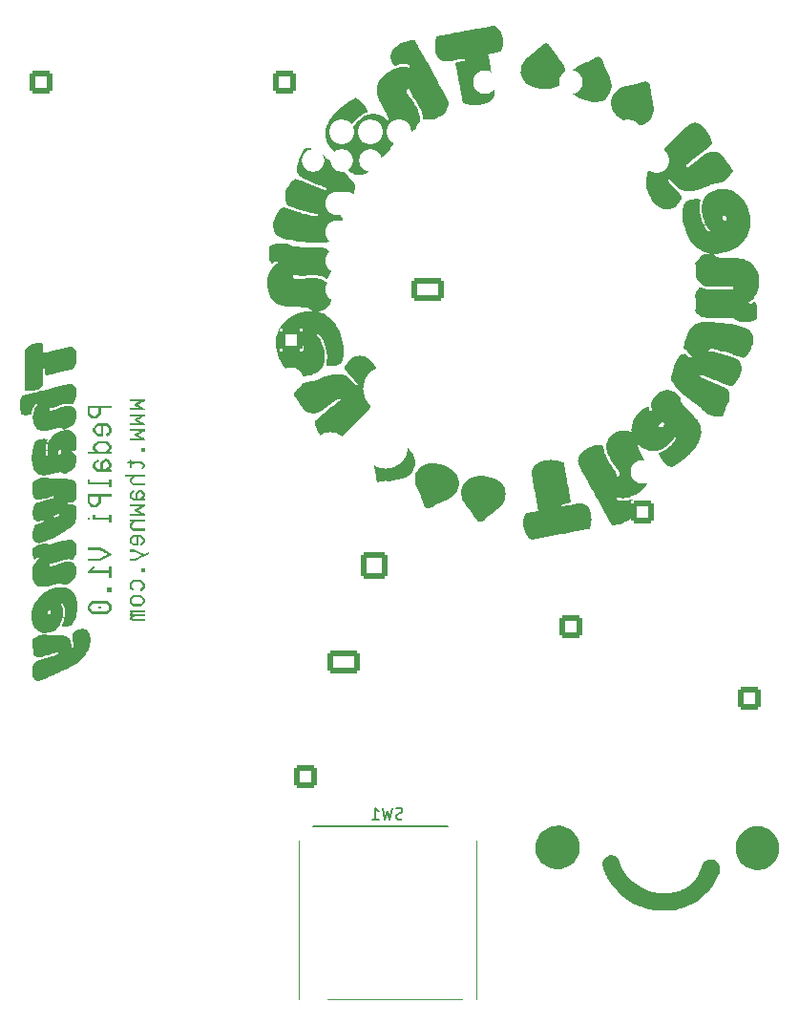
<source format=gbr>
%TF.GenerationSoftware,KiCad,Pcbnew,(6.0.6-0)*%
%TF.CreationDate,2022-07-13T00:54:31+01:00*%
%TF.ProjectId,pedal-pi-Robin,70656461-6c2d-4706-992d-526f62696e2e,rev?*%
%TF.SameCoordinates,Original*%
%TF.FileFunction,Legend,Bot*%
%TF.FilePolarity,Positive*%
%FSLAX46Y46*%
G04 Gerber Fmt 4.6, Leading zero omitted, Abs format (unit mm)*
G04 Created by KiCad (PCBNEW (6.0.6-0)) date 2022-07-13 00:54:31*
%MOMM*%
%LPD*%
G01*
G04 APERTURE LIST*
G04 Aperture macros list*
%AMRoundRect*
0 Rectangle with rounded corners*
0 $1 Rounding radius*
0 $2 $3 $4 $5 $6 $7 $8 $9 X,Y pos of 4 corners*
0 Add a 4 corners polygon primitive as box body*
4,1,4,$2,$3,$4,$5,$6,$7,$8,$9,$2,$3,0*
0 Add four circle primitives for the rounded corners*
1,1,$1+$1,$2,$3*
1,1,$1+$1,$4,$5*
1,1,$1+$1,$6,$7*
1,1,$1+$1,$8,$9*
0 Add four rect primitives between the rounded corners*
20,1,$1+$1,$2,$3,$4,$5,0*
20,1,$1+$1,$4,$5,$6,$7,0*
20,1,$1+$1,$6,$7,$8,$9,0*
20,1,$1+$1,$8,$9,$2,$3,0*%
%AMHorizOval*
0 Thick line with rounded ends*
0 $1 width*
0 $2 $3 position (X,Y) of the first rounded end (center of the circle)*
0 $4 $5 position (X,Y) of the second rounded end (center of the circle)*
0 Add line between two ends*
20,1,$1,$2,$3,$4,$5,0*
0 Add two circle primitives to create the rounded ends*
1,1,$1,$2,$3*
1,1,$1,$4,$5*%
G04 Aperture macros list end*
%ADD10C,0.150000*%
%ADD11C,0.300000*%
%ADD12C,0.120000*%
%ADD13C,2.100000*%
%ADD14RoundRect,0.250000X0.800000X-0.800000X0.800000X0.800000X-0.800000X0.800000X-0.800000X-0.800000X0*%
%ADD15RoundRect,0.250000X0.800000X0.800000X-0.800000X0.800000X-0.800000X-0.800000X0.800000X-0.800000X0*%
%ADD16RoundRect,0.250000X-0.800000X0.800000X-0.800000X-0.800000X0.800000X-0.800000X0.800000X0.800000X0*%
%ADD17C,2.000000*%
%ADD18O,2.000000X2.000000*%
%ADD19O,2.200000X2.200000*%
%ADD20C,2.200000*%
%ADD21RoundRect,0.250000X-0.900000X-0.900000X0.900000X-0.900000X0.900000X0.900000X-0.900000X0.900000X0*%
%ADD22C,2.300000*%
%ADD23C,2.999360*%
%ADD24RoundRect,0.250000X-1.200000X-0.800000X1.200000X-0.800000X1.200000X0.800000X-1.200000X0.800000X0*%
%ADD25O,2.900000X2.100000*%
%ADD26RoundRect,0.250000X1.200000X0.800000X-1.200000X0.800000X-1.200000X-0.800000X1.200000X-0.800000X0*%
%ADD27C,3.500000*%
%ADD28O,2.100000X2.100000*%
%ADD29HorizOval,2.100000X0.000000X0.000000X0.000000X0.000000X0*%
%ADD30O,4.500000X3.000000*%
%ADD31C,4.000000*%
%ADD32C,2.120000*%
%ADD33C,4.500000*%
G04 APERTURE END LIST*
D10*
%TO.C,SW1*%
X147637333Y-126261761D02*
X147494476Y-126309380D01*
X147256380Y-126309380D01*
X147161142Y-126261761D01*
X147113523Y-126214142D01*
X147065904Y-126118904D01*
X147065904Y-126023666D01*
X147113523Y-125928428D01*
X147161142Y-125880809D01*
X147256380Y-125833190D01*
X147446857Y-125785571D01*
X147542095Y-125737952D01*
X147589714Y-125690333D01*
X147637333Y-125595095D01*
X147637333Y-125499857D01*
X147589714Y-125404619D01*
X147542095Y-125357000D01*
X147446857Y-125309380D01*
X147208761Y-125309380D01*
X147065904Y-125357000D01*
X146732571Y-125309380D02*
X146494476Y-126309380D01*
X146304000Y-125595095D01*
X146113523Y-126309380D01*
X145875428Y-125309380D01*
X144970666Y-126309380D02*
X145542095Y-126309380D01*
X145256380Y-126309380D02*
X145256380Y-125309380D01*
X145351619Y-125452238D01*
X145446857Y-125547476D01*
X145542095Y-125595095D01*
D11*
%TO.C,G\u002A\u002A\u002A*%
X116078000Y-97717428D02*
X116005428Y-97572285D01*
X116005428Y-97354571D01*
X116078000Y-97136857D01*
X116223142Y-96991714D01*
X116368285Y-96919142D01*
X116658571Y-96846571D01*
X116876285Y-96846571D01*
X117166571Y-96919142D01*
X117311714Y-96991714D01*
X117456857Y-97136857D01*
X117529428Y-97354571D01*
X117529428Y-97499714D01*
X117456857Y-97717428D01*
X117384285Y-97790000D01*
X116876285Y-97790000D01*
X116876285Y-97499714D01*
X116005428Y-98660857D02*
X116368285Y-98660857D01*
X116223142Y-98298000D02*
X116368285Y-98660857D01*
X116223142Y-99023714D01*
X116658571Y-98443142D02*
X116368285Y-98660857D01*
X116658571Y-98878571D01*
X116005428Y-99822000D02*
X116368285Y-99822000D01*
X116223142Y-99459142D02*
X116368285Y-99822000D01*
X116223142Y-100184857D01*
X116658571Y-99604285D02*
X116368285Y-99822000D01*
X116658571Y-100039714D01*
X116005428Y-100983142D02*
X116368285Y-100983142D01*
X116223142Y-100620285D02*
X116368285Y-100983142D01*
X116223142Y-101346000D01*
X116658571Y-100765428D02*
X116368285Y-100983142D01*
X116658571Y-101200857D01*
G36*
X138617675Y-87028871D02*
G01*
X138527471Y-87011622D01*
X138418362Y-86984822D01*
X138375541Y-86973327D01*
X138052522Y-86858935D01*
X137750896Y-86702286D01*
X137475171Y-86506079D01*
X137229854Y-86273013D01*
X137034465Y-86028506D01*
X136854875Y-85738524D01*
X136703154Y-85421748D01*
X136581838Y-85086477D01*
X136493465Y-84741011D01*
X136451040Y-84462394D01*
X138552151Y-84462394D01*
X138579553Y-84577103D01*
X138634366Y-84672709D01*
X138704328Y-84729168D01*
X138782952Y-84742560D01*
X138864181Y-84710057D01*
X138894857Y-84675681D01*
X138917353Y-84599811D01*
X138914427Y-84504874D01*
X138888291Y-84402897D01*
X138841154Y-84305910D01*
X138775227Y-84225939D01*
X138748410Y-84203531D01*
X138722341Y-84196591D01*
X138690367Y-84216101D01*
X138638301Y-84266237D01*
X138634112Y-84270480D01*
X138569917Y-84362413D01*
X138552151Y-84462394D01*
X136451040Y-84462394D01*
X136440572Y-84393650D01*
X136425696Y-84052692D01*
X136451374Y-83726438D01*
X136467724Y-83627847D01*
X136556558Y-83274756D01*
X136688661Y-82941787D01*
X136862135Y-82631969D01*
X137075086Y-82348335D01*
X137325615Y-82093915D01*
X137611827Y-81871741D01*
X137722853Y-81800914D01*
X138019419Y-81644397D01*
X138347773Y-81511511D01*
X138698693Y-81405234D01*
X139062958Y-81328541D01*
X139431346Y-81284410D01*
X139687788Y-81265662D01*
X139572657Y-81151968D01*
X139508560Y-81094314D01*
X139412366Y-81032571D01*
X139291792Y-80985052D01*
X139289864Y-80984434D01*
X139241139Y-80969975D01*
X139190465Y-80958099D01*
X139131981Y-80948371D01*
X139059825Y-80940359D01*
X138968137Y-80933627D01*
X138851055Y-80927744D01*
X138702718Y-80922275D01*
X138517266Y-80916786D01*
X138288836Y-80910843D01*
X138234804Y-80909460D01*
X137965439Y-80901370D01*
X137737694Y-80891875D01*
X137545460Y-80880196D01*
X137382627Y-80865556D01*
X137243084Y-80847177D01*
X137120722Y-80824280D01*
X137009430Y-80796088D01*
X136903099Y-80761822D01*
X136795618Y-80720705D01*
X136545313Y-80596482D01*
X136310932Y-80429645D01*
X136109824Y-80228794D01*
X135943597Y-79996205D01*
X135813864Y-79734154D01*
X135722234Y-79444916D01*
X135670320Y-79130769D01*
X135664779Y-79068065D01*
X135655162Y-78741060D01*
X135681367Y-78433899D01*
X135744303Y-78134327D01*
X135746269Y-78127176D01*
X135820592Y-77917392D01*
X135924202Y-77707874D01*
X136050300Y-77508292D01*
X136192086Y-77328317D01*
X136342760Y-77177620D01*
X136495525Y-77065870D01*
X136538365Y-77032449D01*
X136569508Y-76973478D01*
X136557543Y-76915041D01*
X136502119Y-76867673D01*
X136470235Y-76857211D01*
X136385594Y-76863507D01*
X136288788Y-76908390D01*
X136187551Y-76988882D01*
X136106544Y-77067019D01*
X136025887Y-76979274D01*
X135989406Y-76937403D01*
X135941340Y-76870133D01*
X135904668Y-76796339D01*
X135877942Y-76708981D01*
X135859714Y-76601017D01*
X135848534Y-76465405D01*
X135842955Y-76295104D01*
X135841528Y-76083074D01*
X135841694Y-76021818D01*
X135843220Y-75869725D01*
X135846120Y-75736306D01*
X135850138Y-75629105D01*
X135855018Y-75555664D01*
X135860504Y-75523525D01*
X135884074Y-75502293D01*
X135947585Y-75464828D01*
X136037643Y-75421148D01*
X136142941Y-75376299D01*
X136252175Y-75335326D01*
X136354038Y-75303276D01*
X136419701Y-75287697D01*
X136505840Y-75274418D01*
X136610511Y-75266057D01*
X136743793Y-75261857D01*
X136915769Y-75261059D01*
X136955572Y-75261217D01*
X137100309Y-75262686D01*
X137209638Y-75266323D01*
X137294463Y-75273329D01*
X137365689Y-75284904D01*
X137434219Y-75302247D01*
X137510957Y-75326558D01*
X137515804Y-75328188D01*
X137630303Y-75372027D01*
X137746756Y-75424800D01*
X137840668Y-75475448D01*
X137978173Y-75560186D01*
X139199327Y-75588073D01*
X139368148Y-75592002D01*
X139652071Y-75599115D01*
X139893464Y-75606092D01*
X140096454Y-75613256D01*
X140265168Y-75620931D01*
X140403734Y-75629440D01*
X140516280Y-75639107D01*
X140606933Y-75650255D01*
X140679821Y-75663208D01*
X140739072Y-75678289D01*
X140788813Y-75695822D01*
X140833172Y-75716131D01*
X140878714Y-75740941D01*
X141047056Y-75865606D01*
X141195367Y-76029142D01*
X141318590Y-76225158D01*
X141411671Y-76447266D01*
X141428920Y-76502266D01*
X141447235Y-76573559D01*
X141459107Y-76646580D01*
X141465754Y-76733104D01*
X141468394Y-76844903D01*
X141468248Y-76993750D01*
X141466891Y-77103464D01*
X141461898Y-77244472D01*
X141452351Y-77357145D01*
X141437042Y-77453998D01*
X141414763Y-77547543D01*
X141362095Y-77710158D01*
X141273869Y-77912612D01*
X141169113Y-78095802D01*
X141055443Y-78244944D01*
X140932371Y-78380369D01*
X140824139Y-78325153D01*
X140723535Y-78278411D01*
X140510891Y-78201086D01*
X140278451Y-78140417D01*
X140216394Y-78130199D01*
X140088483Y-78117959D01*
X139929474Y-78109759D01*
X139749977Y-78105673D01*
X139560603Y-78105772D01*
X139371963Y-78110130D01*
X139194667Y-78118820D01*
X139039327Y-78131914D01*
X139023618Y-78133590D01*
X138914270Y-78142838D01*
X138809144Y-78146161D01*
X138695101Y-78143275D01*
X138559004Y-78133892D01*
X138387713Y-78117727D01*
X138341757Y-78113070D01*
X138196612Y-78099149D01*
X138091740Y-78091948D01*
X138020581Y-78092652D01*
X137976578Y-78102445D01*
X137953171Y-78122510D01*
X137943802Y-78154031D01*
X137941912Y-78198192D01*
X137943423Y-78231168D01*
X137961427Y-78296566D01*
X138002550Y-78347401D01*
X138070323Y-78384332D01*
X138168274Y-78408021D01*
X138299933Y-78419127D01*
X138468828Y-78418312D01*
X138678489Y-78406235D01*
X138932444Y-78383558D01*
X139113287Y-78368807D01*
X139322417Y-78358422D01*
X139536586Y-78353698D01*
X139746849Y-78354474D01*
X139944266Y-78360589D01*
X140119891Y-78371884D01*
X140264783Y-78388198D01*
X140369998Y-78409370D01*
X140395915Y-78417002D01*
X140643809Y-78515074D01*
X140863026Y-78648581D01*
X141050223Y-78814041D01*
X141202054Y-79007972D01*
X141315176Y-79226893D01*
X141386245Y-79467322D01*
X141388389Y-79478683D01*
X141406765Y-79646026D01*
X141408569Y-79838566D01*
X141394984Y-80038157D01*
X141367192Y-80226652D01*
X141326376Y-80385905D01*
X141226390Y-80618032D01*
X141089731Y-80823651D01*
X140919640Y-80993741D01*
X140716406Y-81128067D01*
X140480321Y-81226393D01*
X140211675Y-81288483D01*
X140146877Y-81298886D01*
X140071942Y-81312407D01*
X140029771Y-81322132D01*
X140028151Y-81326449D01*
X140136451Y-81341696D01*
X140285392Y-81380754D01*
X140453553Y-81438927D01*
X140629726Y-81511906D01*
X140802703Y-81595386D01*
X140961277Y-81685058D01*
X141086856Y-81772969D01*
X141237693Y-81897872D01*
X141393104Y-82042934D01*
X141541937Y-82197140D01*
X141673042Y-82349481D01*
X141775269Y-82488942D01*
X141803254Y-82532892D01*
X141952531Y-82799739D01*
X142086251Y-83093516D01*
X142202490Y-83406131D01*
X142299326Y-83729494D01*
X142374837Y-84055513D01*
X142427100Y-84376097D01*
X142454193Y-84683155D01*
X142454194Y-84968595D01*
X142425179Y-85224327D01*
X142410954Y-85299590D01*
X142385253Y-85423379D01*
X142358817Y-85528178D01*
X142326443Y-85633534D01*
X142282931Y-85758999D01*
X142274760Y-85781640D01*
X142245678Y-85851782D01*
X142213136Y-85896906D01*
X142163267Y-85931631D01*
X142082199Y-85970575D01*
X142068085Y-85976922D01*
X141903584Y-86041747D01*
X141739615Y-86086859D01*
X141560000Y-86115821D01*
X141348557Y-86132198D01*
X141270011Y-86135620D01*
X141156406Y-86137905D01*
X141074402Y-86134332D01*
X141012960Y-86124176D01*
X140961037Y-86106710D01*
X140950626Y-86102290D01*
X140896611Y-86074234D01*
X140877059Y-86044834D01*
X140881322Y-85999812D01*
X140889517Y-85960621D01*
X140913040Y-85829962D01*
X140934800Y-85685311D01*
X140952787Y-85542129D01*
X140964993Y-85415878D01*
X140969408Y-85322019D01*
X140968581Y-85286398D01*
X140961767Y-85180495D01*
X140949582Y-85055416D01*
X140933856Y-84931250D01*
X140918245Y-84831776D01*
X140844791Y-84491154D01*
X140744915Y-84174215D01*
X140620888Y-83886455D01*
X140474982Y-83633370D01*
X140309468Y-83420456D01*
X140288588Y-83397883D01*
X140208858Y-83319822D01*
X140146612Y-83277282D01*
X140093887Y-83266139D01*
X140042719Y-83282266D01*
X140037936Y-83284886D01*
X140019567Y-83299520D01*
X140017412Y-83320222D01*
X140035243Y-83354852D01*
X140076830Y-83411265D01*
X140145946Y-83497321D01*
X140214394Y-83586451D01*
X140380818Y-83851671D01*
X140521380Y-84151477D01*
X140633282Y-84479312D01*
X140713727Y-84828616D01*
X140722511Y-84884163D01*
X140739147Y-85049782D01*
X140746486Y-85232362D01*
X140744835Y-85418865D01*
X140734505Y-85596254D01*
X140715803Y-85751491D01*
X140689037Y-85871538D01*
X140639106Y-86014457D01*
X140553164Y-86196107D01*
X140443159Y-86358642D01*
X140298566Y-86519529D01*
X140291073Y-86527000D01*
X140082933Y-86702752D01*
X139850440Y-86840444D01*
X139590861Y-86941148D01*
X139301465Y-87005931D01*
X138979519Y-87035863D01*
X138931780Y-87037589D01*
X138804138Y-87040428D01*
X138782952Y-87039910D01*
X138704667Y-87037997D01*
X138617675Y-87028871D01*
G37*
G36*
X139252255Y-66845961D02*
G01*
X139467786Y-66858777D01*
X139732221Y-66907802D01*
X139988293Y-66990080D01*
X140228370Y-67101946D01*
X140444824Y-67239734D01*
X140630026Y-67399775D01*
X140776346Y-67578405D01*
X140794401Y-67604120D01*
X140838799Y-67656942D01*
X140897296Y-67712309D01*
X140976798Y-67775934D01*
X141084212Y-67853531D01*
X141226442Y-67950815D01*
X141231342Y-67954115D01*
X141641376Y-68240062D01*
X142008249Y-68516933D01*
X142335909Y-68788367D01*
X142628300Y-69057999D01*
X142889371Y-69329466D01*
X143123067Y-69606406D01*
X143333334Y-69892456D01*
X143480568Y-70107422D01*
X143460911Y-70302317D01*
X143444880Y-70438894D01*
X143405095Y-70673173D01*
X143348312Y-70903660D01*
X143271315Y-71140965D01*
X143170887Y-71395701D01*
X143043813Y-71678479D01*
X143033435Y-71700180D01*
X142977704Y-71809146D01*
X142912399Y-71927538D01*
X142842897Y-72046576D01*
X142774574Y-72157478D01*
X142712807Y-72251464D01*
X142662972Y-72319753D01*
X142630446Y-72353564D01*
X142622380Y-72356636D01*
X142573367Y-72366969D01*
X142493377Y-72379368D01*
X142395028Y-72391782D01*
X142182346Y-72415949D01*
X142082952Y-72322073D01*
X142070133Y-72309994D01*
X141951696Y-72202376D01*
X141859462Y-72128632D01*
X141787860Y-72086237D01*
X141731317Y-72072668D01*
X141684262Y-72085401D01*
X141641123Y-72121911D01*
X141640112Y-72123031D01*
X141625382Y-72141934D01*
X141620686Y-72161605D01*
X141630068Y-72187714D01*
X141657567Y-72225931D01*
X141707227Y-72281927D01*
X141783090Y-72361373D01*
X141889197Y-72469939D01*
X141954200Y-72536724D01*
X142057079Y-72644306D01*
X142150044Y-72743695D01*
X142224902Y-72826093D01*
X142273464Y-72882701D01*
X142364941Y-72996845D01*
X142337470Y-73151355D01*
X142306812Y-73303113D01*
X142241095Y-73555472D01*
X142158687Y-73808070D01*
X142062861Y-74053953D01*
X141956885Y-74286164D01*
X141844032Y-74497748D01*
X141727570Y-74681749D01*
X141610770Y-74831210D01*
X141496903Y-74939177D01*
X141431684Y-74984149D01*
X141269939Y-75069968D01*
X141085015Y-75141066D01*
X140894057Y-75190300D01*
X140866147Y-75195167D01*
X140720490Y-75211350D01*
X140534596Y-75220733D01*
X140314992Y-75223641D01*
X140068209Y-75220398D01*
X139800772Y-75211330D01*
X139519211Y-75196760D01*
X139230054Y-75177013D01*
X138939828Y-75152415D01*
X138655062Y-75123289D01*
X138382285Y-75089960D01*
X138128023Y-75052753D01*
X138094015Y-75047244D01*
X137741610Y-74984279D01*
X137434535Y-74917019D01*
X137169618Y-74843732D01*
X136943688Y-74762689D01*
X136753574Y-74672158D01*
X136596102Y-74570410D01*
X136468103Y-74455712D01*
X136366404Y-74326334D01*
X136287833Y-74180547D01*
X136229220Y-74016619D01*
X136200036Y-73868617D01*
X136186568Y-73695100D01*
X136189718Y-73518923D01*
X136210127Y-73362019D01*
X136234086Y-73265718D01*
X136306836Y-73059251D01*
X136406546Y-72846431D01*
X136526588Y-72638220D01*
X136660335Y-72445580D01*
X136801160Y-72279472D01*
X136942434Y-72150856D01*
X137065698Y-72056861D01*
X137705109Y-72271135D01*
X137736752Y-72281723D01*
X138137358Y-72412808D01*
X138504811Y-72527388D01*
X138837803Y-72625167D01*
X139135026Y-72705847D01*
X139395172Y-72769132D01*
X139616935Y-72814723D01*
X139799005Y-72842324D01*
X139940075Y-72851637D01*
X140038838Y-72842366D01*
X140093986Y-72814211D01*
X140120408Y-72777593D01*
X140149147Y-72718132D01*
X140152103Y-72706504D01*
X140149953Y-72687375D01*
X140130300Y-72672535D01*
X140085418Y-72659263D01*
X140007584Y-72644838D01*
X139889075Y-72626540D01*
X139829171Y-72617110D01*
X139573157Y-72568365D01*
X139282732Y-72501472D01*
X138965658Y-72418542D01*
X138629701Y-72321684D01*
X138282625Y-72213010D01*
X137932193Y-72094629D01*
X137575373Y-71969540D01*
X137467070Y-71825465D01*
X137398539Y-71728518D01*
X137324763Y-71596956D01*
X137278037Y-71463873D01*
X137253511Y-71314036D01*
X137246334Y-71132211D01*
X137248174Y-71008047D01*
X137256688Y-70889595D01*
X137274231Y-70786420D01*
X137303082Y-70680384D01*
X137306801Y-70668577D01*
X137379966Y-70475720D01*
X137475908Y-70276059D01*
X137584948Y-70088009D01*
X137697411Y-69929988D01*
X137719944Y-69903099D01*
X137795342Y-69821534D01*
X137881153Y-69737753D01*
X137968647Y-69659357D01*
X138049092Y-69593949D01*
X138113760Y-69549129D01*
X138153918Y-69532500D01*
X138159665Y-69533577D01*
X138204074Y-69548282D01*
X138284098Y-69578075D01*
X138392667Y-69620227D01*
X138522710Y-69672006D01*
X138667156Y-69730683D01*
X138683477Y-69737365D01*
X138863749Y-69810186D01*
X139071860Y-69892814D01*
X139291488Y-69978853D01*
X139506309Y-70061902D01*
X139700000Y-70135564D01*
X139753174Y-70155620D01*
X139935107Y-70224950D01*
X140120309Y-70296472D01*
X140296511Y-70365399D01*
X140451444Y-70426940D01*
X140572841Y-70476305D01*
X140618022Y-70494789D01*
X140730437Y-70538517D01*
X140824202Y-70571794D01*
X140890589Y-70591641D01*
X140920869Y-70595079D01*
X140940251Y-70565767D01*
X140944522Y-70506828D01*
X140929612Y-70441061D01*
X140897744Y-70388321D01*
X140880396Y-70372219D01*
X140848776Y-70348115D01*
X140806110Y-70321885D01*
X140748075Y-70291616D01*
X140670347Y-70255395D01*
X140568604Y-70211309D01*
X140438522Y-70157444D01*
X140275779Y-70091888D01*
X140076052Y-70012727D01*
X139835017Y-69918050D01*
X139692541Y-69861868D01*
X139499482Y-69784590D01*
X139317600Y-69710521D01*
X139153779Y-69642525D01*
X139014900Y-69583468D01*
X138907846Y-69536215D01*
X138839501Y-69503631D01*
X138780837Y-69471699D01*
X138589197Y-69341622D01*
X138442917Y-69195737D01*
X138342618Y-69034630D01*
X138335067Y-69018020D01*
X138308253Y-68953751D01*
X138292195Y-68897053D01*
X138285069Y-68833853D01*
X138285046Y-68750077D01*
X138290298Y-68631650D01*
X138291557Y-68607782D01*
X138296491Y-68529175D01*
X138303407Y-68458686D01*
X138314163Y-68390401D01*
X138330619Y-68318404D01*
X138354634Y-68236781D01*
X138388069Y-68139615D01*
X138432781Y-68020992D01*
X138490632Y-67874996D01*
X138563479Y-67695712D01*
X138653183Y-67477226D01*
X138655173Y-67472387D01*
X138730176Y-67288847D01*
X138789686Y-67144917D01*
X138838238Y-67035819D01*
X138880367Y-66956773D01*
X138920609Y-66903000D01*
X138963499Y-66869722D01*
X139013574Y-66852158D01*
X139075367Y-66845529D01*
X139153416Y-66845057D01*
X139252255Y-66845961D01*
G37*
G36*
X144033606Y-85248595D02*
G01*
X144281111Y-85308297D01*
X144517252Y-85414973D01*
X144741406Y-85568178D01*
X144952950Y-85767466D01*
X145151259Y-86012392D01*
X145335710Y-86302512D01*
X145407164Y-86434354D01*
X145549844Y-86751245D01*
X145646606Y-87061979D01*
X145698354Y-87371147D01*
X145705990Y-87683338D01*
X145670419Y-88003142D01*
X145669283Y-88009594D01*
X145606402Y-88287991D01*
X145515773Y-88562896D01*
X145394583Y-88840060D01*
X145240021Y-89125232D01*
X145049274Y-89424160D01*
X144819529Y-89742596D01*
X144795667Y-89773672D01*
X144685648Y-89909816D01*
X144550344Y-90068308D01*
X144393177Y-90245708D01*
X144217569Y-90438578D01*
X144026944Y-90643480D01*
X143824722Y-90856974D01*
X143614328Y-91075623D01*
X143399182Y-91295987D01*
X143182708Y-91514628D01*
X142968327Y-91728107D01*
X142759462Y-91932985D01*
X142559535Y-92125825D01*
X142371969Y-92303187D01*
X142200185Y-92461632D01*
X142047607Y-92597723D01*
X141917656Y-92708019D01*
X141813755Y-92789084D01*
X141739327Y-92837478D01*
X141727108Y-92843692D01*
X141581821Y-92890635D01*
X141413520Y-92904677D01*
X141233217Y-92886821D01*
X141051924Y-92838066D01*
X140880654Y-92759415D01*
X140829038Y-92727907D01*
X140648095Y-92588756D01*
X140472876Y-92412502D01*
X140309494Y-92208253D01*
X140164064Y-91985116D01*
X140042698Y-91752200D01*
X139951512Y-91518612D01*
X139896618Y-91293461D01*
X139882657Y-91202786D01*
X139874383Y-91114767D01*
X139881989Y-91049298D01*
X139910270Y-90992235D01*
X139964019Y-90929438D01*
X140048029Y-90846766D01*
X140146947Y-90752902D01*
X140376540Y-90544780D01*
X140633609Y-90322686D01*
X140908646Y-90094434D01*
X141192144Y-89867837D01*
X141474596Y-89650709D01*
X141746495Y-89450864D01*
X141749775Y-89448515D01*
X141869668Y-89361569D01*
X141976288Y-89282241D01*
X142062964Y-89215652D01*
X142123028Y-89166922D01*
X142149808Y-89141175D01*
X142159577Y-89116462D01*
X142159854Y-89053741D01*
X142139127Y-88992807D01*
X142103225Y-88956739D01*
X142102509Y-88956498D01*
X142065204Y-88965546D01*
X141994866Y-89001597D01*
X141896353Y-89061195D01*
X141774523Y-89140887D01*
X141634234Y-89237217D01*
X141480345Y-89346730D01*
X141317713Y-89465971D01*
X141151197Y-89591485D01*
X140985654Y-89719817D01*
X140825944Y-89847511D01*
X140676923Y-89971113D01*
X140674664Y-89973026D01*
X140483402Y-90118619D01*
X140296506Y-90224882D01*
X140100873Y-90297971D01*
X139883400Y-90344045D01*
X139795339Y-90354231D01*
X139618231Y-90352376D01*
X139446800Y-90315461D01*
X139264595Y-90240741D01*
X139226596Y-90221275D01*
X139145474Y-90172508D01*
X139066596Y-90112926D01*
X138986068Y-90038080D01*
X138899993Y-89943524D01*
X138804475Y-89824810D01*
X138695617Y-89677491D01*
X138569524Y-89497120D01*
X138422300Y-89279248D01*
X138385486Y-89224068D01*
X138286138Y-89074312D01*
X138197365Y-88939276D01*
X138122505Y-88824120D01*
X138064900Y-88734006D01*
X138027887Y-88674092D01*
X138014807Y-88649542D01*
X138019158Y-88633636D01*
X138040621Y-88582953D01*
X138073992Y-88514524D01*
X138099706Y-88466583D01*
X138253551Y-88237885D01*
X138445937Y-88028581D01*
X138669522Y-87844876D01*
X138916963Y-87692973D01*
X139180920Y-87579079D01*
X139214077Y-87568812D01*
X139317457Y-87543805D01*
X139440966Y-87520572D01*
X139564604Y-87503073D01*
X139691444Y-87485774D01*
X139801646Y-87461469D01*
X139908613Y-87424777D01*
X140034881Y-87369288D01*
X140366241Y-87223135D01*
X140765500Y-87072414D01*
X141140876Y-86960372D01*
X141491542Y-86887132D01*
X141816669Y-86852817D01*
X142115429Y-86857550D01*
X142386994Y-86901454D01*
X142630537Y-86984650D01*
X142660181Y-86999117D01*
X142713972Y-87031580D01*
X142775792Y-87077482D01*
X142850733Y-87141246D01*
X142943888Y-87227296D01*
X143060347Y-87340058D01*
X143205203Y-87483954D01*
X143232504Y-87511278D01*
X143360955Y-87639368D01*
X143460239Y-87736927D01*
X143534689Y-87807539D01*
X143588636Y-87854790D01*
X143626411Y-87882263D01*
X143652346Y-87893543D01*
X143670772Y-87892215D01*
X143686020Y-87881864D01*
X143694240Y-87873874D01*
X143726535Y-87808586D01*
X143712188Y-87729476D01*
X143651258Y-87636955D01*
X143634258Y-87617681D01*
X143579071Y-87557843D01*
X143498856Y-87472778D01*
X143399617Y-87368796D01*
X143287363Y-87252209D01*
X143168097Y-87129327D01*
X143054750Y-87010966D01*
X142900092Y-86841824D01*
X142766985Y-86686634D01*
X142658359Y-86549165D01*
X142577142Y-86433188D01*
X142526264Y-86342471D01*
X142508654Y-86280782D01*
X142510461Y-86260444D01*
X142536960Y-86178460D01*
X142590444Y-86074105D01*
X142664958Y-85956308D01*
X142754548Y-85833994D01*
X142853256Y-85716091D01*
X142955129Y-85611526D01*
X143030934Y-85543836D01*
X143221679Y-85403878D01*
X143415155Y-85307824D01*
X143618715Y-85252545D01*
X143839711Y-85234911D01*
X144033606Y-85248595D01*
G37*
G36*
X144170149Y-69168444D02*
G01*
X143925192Y-69207351D01*
X143696920Y-69202684D01*
X143454183Y-69153310D01*
X143218381Y-69057011D01*
X142988029Y-68913169D01*
X142761647Y-68721164D01*
X142719875Y-68679588D01*
X142682444Y-68631864D01*
X142669418Y-68587838D01*
X142672996Y-68530760D01*
X142675888Y-68500718D01*
X142663769Y-68355418D01*
X142613389Y-68201063D01*
X142528359Y-68049667D01*
X142499580Y-68012999D01*
X142435103Y-67939451D01*
X142344176Y-67840881D01*
X142231626Y-67722359D01*
X142102281Y-67588956D01*
X141960968Y-67445742D01*
X141812516Y-67297788D01*
X141731756Y-67217782D01*
X141548101Y-67033389D01*
X141395306Y-66874697D01*
X141269715Y-66736399D01*
X141167669Y-66613185D01*
X141085515Y-66499749D01*
X141019594Y-66390783D01*
X140966252Y-66280979D01*
X140943250Y-66220938D01*
X144023652Y-66220938D01*
X144040584Y-66254424D01*
X144092559Y-66295490D01*
X144165403Y-66330560D01*
X144244599Y-66351084D01*
X144297457Y-66355209D01*
X144341236Y-66345543D01*
X144387047Y-66314237D01*
X144450286Y-66254025D01*
X144511830Y-66183261D01*
X144557115Y-66093856D01*
X144555349Y-66014237D01*
X144506741Y-65943259D01*
X144469387Y-65913938D01*
X144413610Y-65895203D01*
X144351721Y-65909072D01*
X144276198Y-65957857D01*
X144179520Y-66043871D01*
X144147791Y-66074909D01*
X144083972Y-66141368D01*
X144039896Y-66193108D01*
X144023652Y-66220938D01*
X140943250Y-66220938D01*
X140921831Y-66165029D01*
X140882675Y-66037626D01*
X140845129Y-65893461D01*
X140818232Y-65743584D01*
X140808366Y-65500872D01*
X140833333Y-65242604D01*
X140891967Y-64978687D01*
X140983107Y-64719026D01*
X141045387Y-64582928D01*
X141210873Y-64291208D01*
X141417867Y-63999174D01*
X141661720Y-63711346D01*
X141937785Y-63432245D01*
X142241413Y-63166393D01*
X142567955Y-62918310D01*
X142912764Y-62692517D01*
X143271191Y-62493536D01*
X143516330Y-62369467D01*
X143647471Y-62433785D01*
X143746333Y-62492736D01*
X143881594Y-62598363D01*
X144023120Y-62731457D01*
X144162607Y-62882884D01*
X144291746Y-63043509D01*
X144402233Y-63204194D01*
X144485761Y-63355804D01*
X144525392Y-63442343D01*
X144557205Y-63525710D01*
X144563189Y-63582541D01*
X144540871Y-63622710D01*
X144487780Y-63656091D01*
X144401442Y-63692557D01*
X144217927Y-63774549D01*
X144028421Y-63882409D01*
X143843889Y-64014761D01*
X143655457Y-64178036D01*
X143454245Y-64378664D01*
X143358683Y-64482523D01*
X143249854Y-64609792D01*
X143157021Y-64728445D01*
X143084888Y-64832069D01*
X143038160Y-64914252D01*
X143021538Y-64968581D01*
X143035252Y-65012652D01*
X143070388Y-65066477D01*
X143099678Y-65098412D01*
X143123203Y-65107605D01*
X143143780Y-65083344D01*
X143179152Y-65029075D01*
X143252040Y-64928508D01*
X143342264Y-64812205D01*
X143440368Y-64691952D01*
X143536895Y-64579536D01*
X143622390Y-64486744D01*
X143775582Y-64340105D01*
X144036285Y-64137691D01*
X144313221Y-63979262D01*
X144610090Y-63862478D01*
X144651059Y-63850088D01*
X144741446Y-63827744D01*
X144833484Y-63814281D01*
X144942867Y-63807854D01*
X145085288Y-63806619D01*
X145202776Y-63808164D01*
X145309699Y-63813674D01*
X145396726Y-63825272D01*
X145479521Y-63845169D01*
X145573750Y-63875579D01*
X145744759Y-63942139D01*
X145902907Y-64022064D01*
X146059283Y-64122801D01*
X146229562Y-64253381D01*
X146423652Y-64411362D01*
X146411044Y-64254290D01*
X146410165Y-64244046D01*
X146397379Y-64155212D01*
X146373422Y-64060965D01*
X146335716Y-63955387D01*
X146281679Y-63832556D01*
X146208732Y-63686552D01*
X146114295Y-63511454D01*
X145995788Y-63301340D01*
X145908923Y-63148931D01*
X145808044Y-62969266D01*
X145726782Y-62820146D01*
X145661886Y-62695016D01*
X145610105Y-62587320D01*
X145568189Y-62490501D01*
X145532887Y-62398002D01*
X145500950Y-62303269D01*
X145483407Y-62243368D01*
X145441657Y-62038413D01*
X145419629Y-61818060D01*
X145418641Y-61601684D01*
X145440014Y-61408657D01*
X145496633Y-61190143D01*
X145609428Y-60924521D01*
X145766241Y-60673176D01*
X145964943Y-60438550D01*
X146203406Y-60223084D01*
X146479499Y-60029219D01*
X146791094Y-59859398D01*
X146909490Y-59805755D01*
X147199177Y-59701326D01*
X147478194Y-59641312D01*
X147751484Y-59624878D01*
X148023989Y-59651190D01*
X148080140Y-59660373D01*
X148173101Y-59672957D01*
X148241778Y-59678788D01*
X148274325Y-59676660D01*
X148289809Y-59647945D01*
X148296923Y-59592639D01*
X148293611Y-59563901D01*
X148255021Y-59497423D01*
X148178115Y-59444945D01*
X148069178Y-59406915D01*
X147934490Y-59383779D01*
X147780335Y-59375985D01*
X147612995Y-59383978D01*
X147438753Y-59408206D01*
X147263891Y-59449116D01*
X147094692Y-59507153D01*
X147019786Y-59536541D01*
X146963971Y-59556396D01*
X146941035Y-59561738D01*
X146926976Y-59539113D01*
X146892608Y-59478259D01*
X146846063Y-59392870D01*
X146793148Y-59293914D01*
X146739670Y-59192356D01*
X146691434Y-59099163D01*
X146654249Y-59025299D01*
X146633919Y-58981730D01*
X146616468Y-58913060D01*
X146604075Y-58809236D01*
X146599519Y-58688654D01*
X146599548Y-58671803D01*
X146602591Y-58565067D01*
X146613585Y-58484534D01*
X146636699Y-58410262D01*
X146676102Y-58322307D01*
X146728085Y-58225272D01*
X146877737Y-58017014D01*
X147067987Y-57827550D01*
X147294829Y-57659261D01*
X147554257Y-57514528D01*
X147842267Y-57395731D01*
X148154852Y-57305249D01*
X148488008Y-57245465D01*
X148525090Y-57240828D01*
X148623426Y-57230410D01*
X148686501Y-57228402D01*
X148724283Y-57234993D01*
X148746738Y-57250371D01*
X148749434Y-57254088D01*
X148772958Y-57293048D01*
X148817266Y-57370052D01*
X148880295Y-57481408D01*
X148959985Y-57623426D01*
X149054274Y-57792413D01*
X149161102Y-57984678D01*
X149278407Y-58196530D01*
X149404128Y-58424278D01*
X149536204Y-58664230D01*
X149598978Y-58778426D01*
X149761894Y-59074689D01*
X149935830Y-59390864D01*
X150115854Y-59717988D01*
X150297030Y-60047101D01*
X150474427Y-60369242D01*
X150643111Y-60675452D01*
X150798148Y-60956768D01*
X150934606Y-61204230D01*
X150992584Y-61309370D01*
X151112916Y-61527807D01*
X151226480Y-61734255D01*
X151330866Y-61924318D01*
X151423668Y-62093602D01*
X151502477Y-62237711D01*
X151564886Y-62352251D01*
X151608486Y-62432827D01*
X151630870Y-62475044D01*
X151683216Y-62599886D01*
X151725393Y-62797676D01*
X151723380Y-62999601D01*
X151679193Y-63201327D01*
X151594847Y-63398520D01*
X151472359Y-63586842D01*
X151313742Y-63761961D01*
X151121013Y-63919541D01*
X150896187Y-64055247D01*
X150652684Y-64168376D01*
X150420534Y-64248893D01*
X150196482Y-64295958D01*
X149969904Y-64312521D01*
X149914841Y-64312333D01*
X149792556Y-64307479D01*
X149681695Y-64297704D01*
X149600948Y-64284433D01*
X149476224Y-64253921D01*
X149461627Y-64066239D01*
X149445456Y-63939908D01*
X149413014Y-63779626D01*
X149369853Y-63615449D01*
X149320637Y-63464922D01*
X149270030Y-63345588D01*
X149240755Y-63289925D01*
X149161218Y-63149300D01*
X149064397Y-62988266D01*
X148958273Y-62819639D01*
X148850831Y-62656234D01*
X148750052Y-62510865D01*
X148739419Y-62495930D01*
X148575196Y-62233369D01*
X148421126Y-61924711D01*
X148392603Y-61861645D01*
X148340469Y-61748539D01*
X148296158Y-61655182D01*
X148263650Y-61589881D01*
X148246921Y-61560945D01*
X148242952Y-61557731D01*
X148202186Y-61554859D01*
X148144709Y-61573760D01*
X148088555Y-61606611D01*
X148051759Y-61645590D01*
X148030609Y-61707762D01*
X148033254Y-61797766D01*
X148068829Y-61908546D01*
X148138699Y-62046404D01*
X148160197Y-62083645D01*
X148214262Y-62173446D01*
X148261316Y-62246602D01*
X148293078Y-62290043D01*
X148301517Y-62299932D01*
X148350537Y-62362852D01*
X148418078Y-62454979D01*
X148497593Y-62566908D01*
X148582533Y-62689231D01*
X148666348Y-62812543D01*
X148742490Y-62927437D01*
X148804411Y-63024507D01*
X148919983Y-63221898D01*
X149056328Y-63498333D01*
X149150801Y-63756734D01*
X149204178Y-63999977D01*
X149217240Y-64230940D01*
X149190763Y-64452500D01*
X149167085Y-64550246D01*
X149090134Y-64758817D01*
X148978271Y-64945224D01*
X148824581Y-65122118D01*
X148707452Y-65229425D01*
X148487086Y-65388450D01*
X148252684Y-65508961D01*
X148009627Y-65589824D01*
X147763293Y-65629906D01*
X147519062Y-65628075D01*
X147282311Y-65583197D01*
X147058422Y-65494140D01*
X146986675Y-65457038D01*
X146986719Y-65717990D01*
X146985525Y-65792803D01*
X146961733Y-66036769D01*
X146904437Y-66271428D01*
X146809713Y-66514435D01*
X146714825Y-66695014D01*
X146580897Y-66897652D01*
X146423804Y-67095924D01*
X146251370Y-67281472D01*
X146071422Y-67445936D01*
X145891786Y-67580956D01*
X145720288Y-67678172D01*
X145628451Y-67719897D01*
X145551125Y-67751494D01*
X145503127Y-67761780D01*
X145476166Y-67750152D01*
X145461949Y-67716012D01*
X145452185Y-67658759D01*
X145442999Y-67608964D01*
X145403983Y-67494691D01*
X145347749Y-67416915D01*
X145278018Y-67379628D01*
X145198513Y-67386819D01*
X145189191Y-67390469D01*
X145154711Y-67417410D01*
X145158164Y-67462887D01*
X145211894Y-67670021D01*
X145232585Y-67861000D01*
X145218622Y-68042660D01*
X145170203Y-68227512D01*
X145103045Y-68390564D01*
X144972391Y-68610535D01*
X144808672Y-68802324D01*
X144616991Y-68961915D01*
X144402450Y-69085293D01*
X144297457Y-69122875D01*
X144170149Y-69168444D01*
G37*
G36*
X146580594Y-92655200D02*
G01*
X146848781Y-92698943D01*
X147126258Y-92783481D01*
X147410575Y-92908859D01*
X147699281Y-93075122D01*
X147989927Y-93282315D01*
X148074810Y-93350751D01*
X148312836Y-93569939D01*
X148503163Y-93792831D01*
X148646641Y-94020960D01*
X148744120Y-94255862D01*
X148796453Y-94499071D01*
X148804487Y-94752122D01*
X148785694Y-94926869D01*
X148731426Y-95139074D01*
X148640225Y-95337965D01*
X148508421Y-95531107D01*
X148332349Y-95726066D01*
X148302116Y-95755825D01*
X148217246Y-95834633D01*
X148134114Y-95902059D01*
X148047167Y-95960223D01*
X147950853Y-96011244D01*
X147839619Y-96057241D01*
X147707912Y-96100334D01*
X147550179Y-96142643D01*
X147360869Y-96186287D01*
X147134427Y-96233385D01*
X146865302Y-96286058D01*
X146761323Y-96306887D01*
X146590242Y-96344197D01*
X146422557Y-96384003D01*
X146273182Y-96422713D01*
X146157033Y-96456733D01*
X146006860Y-96503699D01*
X145884372Y-96537545D01*
X145790811Y-96556280D01*
X145717588Y-96561085D01*
X145656113Y-96553141D01*
X145597797Y-96533628D01*
X145556741Y-96515631D01*
X145489103Y-96478662D01*
X145436596Y-96434020D01*
X145396146Y-96374861D01*
X145364679Y-96294343D01*
X145339119Y-96185621D01*
X145316393Y-96041853D01*
X145293425Y-95856195D01*
X145284464Y-95783505D01*
X145257075Y-95591711D01*
X145223036Y-95382279D01*
X145185826Y-95175973D01*
X145148922Y-94993557D01*
X145120332Y-94861987D01*
X145091572Y-94729222D01*
X145067471Y-94617527D01*
X145049946Y-94535786D01*
X145040913Y-94492884D01*
X145040830Y-94492467D01*
X145036506Y-94444248D01*
X145033779Y-94359270D01*
X145032874Y-94249409D01*
X145034012Y-94126538D01*
X145041912Y-93948009D01*
X145063230Y-93784732D01*
X145102066Y-93638523D01*
X145162806Y-93493252D01*
X145249834Y-93332788D01*
X145303765Y-93246905D01*
X145464761Y-93046828D01*
X145649746Y-92887274D01*
X145856273Y-92768289D01*
X146081890Y-92689918D01*
X146324147Y-92652207D01*
X146580594Y-92655200D01*
G37*
G36*
X150451352Y-94744778D02*
G01*
X150649411Y-94769969D01*
X150857431Y-94815440D01*
X151091175Y-94883943D01*
X151317668Y-94964118D01*
X151630916Y-95104006D01*
X151905090Y-95264384D01*
X152138856Y-95444011D01*
X152330881Y-95641644D01*
X152479832Y-95856040D01*
X152584375Y-96085956D01*
X152643177Y-96330151D01*
X152653598Y-96432874D01*
X152645774Y-96685508D01*
X152592439Y-96936208D01*
X152495675Y-97179180D01*
X152357566Y-97408628D01*
X152180192Y-97618755D01*
X152125151Y-97671232D01*
X152033272Y-97746206D01*
X151924809Y-97819780D01*
X151793804Y-97895309D01*
X151634302Y-97976145D01*
X151440346Y-98065640D01*
X151205980Y-98167148D01*
X151062182Y-98228659D01*
X150906599Y-98297710D01*
X150773130Y-98360984D01*
X150648523Y-98425081D01*
X150519525Y-98496604D01*
X150372884Y-98582154D01*
X150290672Y-98630114D01*
X150171932Y-98694396D01*
X150079234Y-98735130D01*
X150003672Y-98755186D01*
X149936338Y-98757434D01*
X149868329Y-98744743D01*
X149834716Y-98734941D01*
X149755461Y-98702285D01*
X149690034Y-98655522D01*
X149633576Y-98587931D01*
X149581229Y-98492791D01*
X149528133Y-98363381D01*
X149469429Y-98192980D01*
X149441982Y-98110008D01*
X149401404Y-97992805D01*
X149360656Y-97884138D01*
X149315399Y-97773562D01*
X149261294Y-97650636D01*
X149194002Y-97504917D01*
X149109184Y-97325961D01*
X149032983Y-97163796D01*
X148938392Y-96951935D01*
X148866871Y-96776003D01*
X148817031Y-96632511D01*
X148787482Y-96517970D01*
X148761463Y-96283825D01*
X148774214Y-96027778D01*
X148826511Y-95775400D01*
X148915751Y-95535575D01*
X149039328Y-95317190D01*
X149194638Y-95129131D01*
X149316668Y-95020488D01*
X149511734Y-94894065D01*
X149729405Y-94805783D01*
X149974074Y-94754010D01*
X150250136Y-94737115D01*
X150451352Y-94744778D01*
G37*
G36*
X155915826Y-55984488D02*
G01*
X155925102Y-55991158D01*
X156112619Y-56153265D01*
X156268858Y-56346158D01*
X156395397Y-56572638D01*
X156493812Y-56835502D01*
X156565681Y-57137550D01*
X156570998Y-57168973D01*
X156588287Y-57370309D01*
X156582644Y-57587065D01*
X156555847Y-57803833D01*
X156509674Y-58005203D01*
X156445902Y-58175769D01*
X156393173Y-58285673D01*
X155833728Y-58389220D01*
X155737831Y-58407112D01*
X155587772Y-58435724D01*
X155458344Y-58461166D01*
X155356406Y-58482053D01*
X155288814Y-58497000D01*
X155262428Y-58504622D01*
X155262017Y-58515358D01*
X155266864Y-58556731D01*
X155278102Y-58630489D01*
X155296011Y-58738192D01*
X155320873Y-58881397D01*
X155352969Y-59061664D01*
X155392578Y-59280551D01*
X155439980Y-59539617D01*
X155495458Y-59840421D01*
X155559291Y-60184521D01*
X155631759Y-60573477D01*
X155713144Y-61008846D01*
X155747314Y-61194375D01*
X155788669Y-61434842D01*
X155818006Y-61636844D01*
X155834735Y-61805838D01*
X155838263Y-61947282D01*
X155827999Y-62066636D01*
X155803353Y-62169357D01*
X155763733Y-62260903D01*
X155708547Y-62346733D01*
X155637205Y-62432305D01*
X155549115Y-62523077D01*
X155466593Y-62598183D01*
X155272692Y-62734419D01*
X155047476Y-62842525D01*
X154784679Y-62925800D01*
X154726642Y-62939755D01*
X154482331Y-62984215D01*
X154227294Y-63010501D01*
X153975317Y-63018070D01*
X153740182Y-63006381D01*
X153535673Y-62974892D01*
X153495094Y-62965058D01*
X153389309Y-62934846D01*
X153278234Y-62898215D01*
X153174992Y-62859913D01*
X153092707Y-62824684D01*
X153044501Y-62797274D01*
X153038312Y-62791229D01*
X153025478Y-62771415D01*
X153011728Y-62738400D01*
X152996208Y-62688308D01*
X152978064Y-62617264D01*
X152956443Y-62521390D01*
X152930492Y-62396813D01*
X152899357Y-62239655D01*
X152862185Y-62046041D01*
X152818123Y-61812095D01*
X152766316Y-61533942D01*
X152747168Y-61430758D01*
X152678491Y-61060521D01*
X152618128Y-60734742D01*
X152565573Y-60450593D01*
X152520321Y-60205242D01*
X152481866Y-59995859D01*
X152449705Y-59819616D01*
X152423332Y-59673681D01*
X152402241Y-59555224D01*
X152385929Y-59461417D01*
X152373889Y-59389428D01*
X152365617Y-59336427D01*
X152360608Y-59299586D01*
X152358357Y-59276073D01*
X152358358Y-59263059D01*
X152360107Y-59257713D01*
X152365064Y-59255390D01*
X152407731Y-59243638D01*
X152486145Y-59225431D01*
X152591402Y-59202778D01*
X152714601Y-59177690D01*
X152853257Y-59148593D01*
X152996375Y-59112635D01*
X153100004Y-59077110D01*
X153169339Y-59039706D01*
X153209573Y-58998110D01*
X153225901Y-58950007D01*
X153226366Y-58945793D01*
X153222218Y-58897866D01*
X153192397Y-58884038D01*
X153184667Y-58884715D01*
X153134053Y-58892297D01*
X153044123Y-58907409D01*
X152921127Y-58928949D01*
X152771312Y-58955814D01*
X152600927Y-58986899D01*
X152416219Y-59021103D01*
X152231540Y-59055265D01*
X152048984Y-59088045D01*
X151902175Y-59112817D01*
X151784496Y-59130467D01*
X151689334Y-59141883D01*
X151610074Y-59147952D01*
X151540101Y-59149559D01*
X151472800Y-59147593D01*
X151374418Y-59139531D01*
X151229250Y-59109722D01*
X151098828Y-59053582D01*
X150962999Y-58963850D01*
X150914796Y-58921214D01*
X150824884Y-58808746D01*
X150740599Y-58663245D01*
X150666810Y-58495030D01*
X150608389Y-58314418D01*
X150570206Y-58131728D01*
X150559491Y-58040712D01*
X150549060Y-57859088D01*
X150549227Y-57667122D01*
X150559746Y-57484207D01*
X150580372Y-57329739D01*
X150580855Y-57327221D01*
X150608345Y-57198482D01*
X150638025Y-57083349D01*
X150667195Y-56990439D01*
X150693155Y-56928373D01*
X150713204Y-56905769D01*
X150713239Y-56905768D01*
X150739893Y-56901310D01*
X150811400Y-56888536D01*
X150924622Y-56868023D01*
X151076421Y-56840347D01*
X151263659Y-56806084D01*
X151483198Y-56765810D01*
X151731901Y-56720102D01*
X152006630Y-56669535D01*
X152304248Y-56614687D01*
X152621615Y-56556132D01*
X152955595Y-56494448D01*
X153303050Y-56430209D01*
X153416540Y-56409224D01*
X153823202Y-56334167D01*
X154184958Y-56267663D01*
X154504261Y-56209293D01*
X154783563Y-56158640D01*
X155025314Y-56115285D01*
X155231966Y-56078809D01*
X155405971Y-56048795D01*
X155549780Y-56024824D01*
X155665846Y-56006479D01*
X155756620Y-55993340D01*
X155824553Y-55984990D01*
X155872098Y-55981010D01*
X155901705Y-55980982D01*
X155915826Y-55984488D01*
G37*
G36*
X154744051Y-95893222D02*
G01*
X154816188Y-95897688D01*
X155173849Y-95938668D01*
X155500453Y-96008395D01*
X155794460Y-96105506D01*
X156054331Y-96228636D01*
X156278527Y-96376421D01*
X156465507Y-96547498D01*
X156613733Y-96740503D01*
X156721665Y-96954071D01*
X156787765Y-97186839D01*
X156810492Y-97437443D01*
X156788307Y-97704519D01*
X156774419Y-97782238D01*
X156721396Y-97994050D01*
X156648269Y-98178211D01*
X156549608Y-98349387D01*
X156547794Y-98352097D01*
X156488273Y-98433843D01*
X156417974Y-98515804D01*
X156331916Y-98602454D01*
X156225121Y-98698271D01*
X156092607Y-98807729D01*
X155929393Y-98935304D01*
X155730499Y-99085472D01*
X155713416Y-99098254D01*
X155569381Y-99208452D01*
X155424876Y-99322855D01*
X155289928Y-99433275D01*
X155174564Y-99531527D01*
X155088812Y-99609421D01*
X155072717Y-99624863D01*
X154949888Y-99739726D01*
X154852095Y-99823584D01*
X154772227Y-99880950D01*
X154703170Y-99916337D01*
X154637809Y-99934259D01*
X154569033Y-99939230D01*
X154532852Y-99938412D01*
X154457672Y-99928663D01*
X154389923Y-99904115D01*
X154324552Y-99860042D01*
X154256504Y-99791721D01*
X154180724Y-99694426D01*
X154092157Y-99563432D01*
X153985750Y-99394015D01*
X153956244Y-99347765D01*
X153881173Y-99237578D01*
X153788798Y-99108673D01*
X153688125Y-98973497D01*
X153588159Y-98844496D01*
X153454333Y-98674216D01*
X153311430Y-98486540D01*
X153195489Y-98325104D01*
X153103356Y-98184243D01*
X153031875Y-98058296D01*
X152977891Y-97941600D01*
X152938248Y-97828491D01*
X152909792Y-97713308D01*
X152889366Y-97590386D01*
X152879810Y-97501806D01*
X152880011Y-97240307D01*
X152921524Y-96987789D01*
X153002248Y-96751031D01*
X153120084Y-96536809D01*
X153272935Y-96351901D01*
X153360477Y-96271852D01*
X153577737Y-96119984D01*
X153824252Y-96006335D01*
X154100494Y-95930756D01*
X154406936Y-95893101D01*
X154744051Y-95893222D01*
G37*
G36*
X160415988Y-57541064D02*
G01*
X160493294Y-57547381D01*
X160560190Y-57566282D01*
X160622315Y-57602814D01*
X160685307Y-57662023D01*
X160754803Y-57748956D01*
X160836443Y-57868662D01*
X160935865Y-58026185D01*
X160965703Y-58073259D01*
X161053445Y-58204059D01*
X161157422Y-58351302D01*
X161267075Y-58500214D01*
X161371840Y-58636023D01*
X161431258Y-58711146D01*
X161527132Y-58833696D01*
X161616037Y-58948849D01*
X161690098Y-59046379D01*
X161741440Y-59116057D01*
X161858269Y-59297802D01*
X161982920Y-59560022D01*
X162059060Y-59826700D01*
X162086628Y-60097470D01*
X162065563Y-60371964D01*
X161995804Y-60649816D01*
X161943449Y-60779294D01*
X161820621Y-60983171D01*
X161658742Y-61162831D01*
X161461513Y-61315099D01*
X161232636Y-61436800D01*
X160975813Y-61524757D01*
X160750694Y-61568364D01*
X160464917Y-61590818D01*
X160161790Y-61584592D01*
X159852235Y-61550935D01*
X159547175Y-61491099D01*
X159257532Y-61406333D01*
X158994230Y-61297889D01*
X158951984Y-61277103D01*
X158832944Y-61213805D01*
X158737864Y-61152275D01*
X158649919Y-61080688D01*
X158552284Y-60987216D01*
X158505758Y-60938870D01*
X158350602Y-60742393D01*
X158240783Y-60535250D01*
X158173687Y-60312788D01*
X158168769Y-60287571D01*
X158145703Y-60111637D01*
X158147594Y-59943909D01*
X158174477Y-59759312D01*
X158179522Y-59733914D01*
X158219294Y-59561207D01*
X158266918Y-59408679D01*
X158326662Y-59270690D01*
X158402794Y-59141600D01*
X158499583Y-59015767D01*
X158621295Y-58887552D01*
X158772200Y-58751313D01*
X158956565Y-58601410D01*
X159178659Y-58432202D01*
X159223313Y-58398701D01*
X159375269Y-58282032D01*
X159527363Y-58161643D01*
X159669653Y-58045604D01*
X159792198Y-57941983D01*
X159885055Y-57858850D01*
X159944196Y-57803587D01*
X160053790Y-57704347D01*
X160139783Y-57633370D01*
X160209470Y-57586095D01*
X160270148Y-57557960D01*
X160329114Y-57544402D01*
X160393665Y-57540860D01*
X160415988Y-57541064D01*
G37*
G36*
X161105549Y-94468820D02*
G01*
X161378345Y-94501453D01*
X161628525Y-94561678D01*
X161847107Y-94649291D01*
X161961701Y-94707360D01*
X162104860Y-95485459D01*
X162131938Y-95632381D01*
X162176307Y-95872372D01*
X162225834Y-96139558D01*
X162278254Y-96421757D01*
X162331305Y-96706790D01*
X162382722Y-96982475D01*
X162430244Y-97236633D01*
X162445878Y-97320406D01*
X162483859Y-97526481D01*
X162517999Y-97715348D01*
X162547414Y-97881877D01*
X162571220Y-98020939D01*
X162588533Y-98127407D01*
X162598468Y-98196149D01*
X162600140Y-98222039D01*
X162595157Y-98224393D01*
X162552415Y-98236228D01*
X162473934Y-98254503D01*
X162368624Y-98277203D01*
X162245399Y-98302309D01*
X162106742Y-98331406D01*
X161963624Y-98367364D01*
X161859995Y-98402889D01*
X161790661Y-98440293D01*
X161750427Y-98481890D01*
X161734099Y-98529992D01*
X161733918Y-98531570D01*
X161737394Y-98581317D01*
X161766402Y-98595961D01*
X161774277Y-98595257D01*
X161824987Y-98587659D01*
X161914995Y-98572597D01*
X162038073Y-98551165D01*
X162187995Y-98524455D01*
X162358532Y-98493561D01*
X162543457Y-98459574D01*
X162721608Y-98426985D01*
X162944340Y-98388087D01*
X163128973Y-98359126D01*
X163281233Y-98339929D01*
X163406847Y-98330318D01*
X163511542Y-98330119D01*
X163601044Y-98339155D01*
X163681080Y-98357251D01*
X163757376Y-98384231D01*
X163835660Y-98419920D01*
X163955525Y-98490646D01*
X164079759Y-98600105D01*
X164183014Y-98740171D01*
X164269420Y-98916670D01*
X164343109Y-99135430D01*
X164349672Y-99159737D01*
X164381829Y-99324380D01*
X164403120Y-99516210D01*
X164412620Y-99717595D01*
X164409404Y-99910900D01*
X164392549Y-100078492D01*
X164374184Y-100178705D01*
X164348139Y-100294903D01*
X164319622Y-100402376D01*
X164291499Y-100491303D01*
X164266636Y-100551862D01*
X164247898Y-100574230D01*
X164247852Y-100574231D01*
X164220955Y-100578719D01*
X164149216Y-100591529D01*
X164035773Y-100612087D01*
X163883765Y-100639815D01*
X163696330Y-100674136D01*
X163476607Y-100714474D01*
X163227732Y-100760251D01*
X162952845Y-100810893D01*
X162655084Y-100865820D01*
X162337587Y-100924458D01*
X162003492Y-100986229D01*
X161655937Y-101050556D01*
X159083730Y-101526882D01*
X158978650Y-101445015D01*
X158966212Y-101435191D01*
X158791241Y-101264738D01*
X158643209Y-101057002D01*
X158524472Y-100816687D01*
X158437382Y-100548496D01*
X158384293Y-100257134D01*
X158375109Y-100177560D01*
X158366866Y-100103635D01*
X158362509Y-100061346D01*
X158363112Y-99976551D01*
X158375524Y-99862989D01*
X158397368Y-99733128D01*
X158426121Y-99597768D01*
X158459258Y-99467713D01*
X158494254Y-99353763D01*
X158528587Y-99266721D01*
X158559731Y-99217388D01*
X158570474Y-99211895D01*
X158624296Y-99195557D01*
X158715284Y-99173329D01*
X158836153Y-99146846D01*
X158979617Y-99117740D01*
X159138392Y-99087646D01*
X159223325Y-99071969D01*
X159372651Y-99043796D01*
X159501675Y-99018665D01*
X159603451Y-98997970D01*
X159671036Y-98983105D01*
X159697485Y-98975463D01*
X159697904Y-98968308D01*
X159692486Y-98920838D01*
X159679462Y-98834110D01*
X159659803Y-98713989D01*
X159634484Y-98566337D01*
X159604478Y-98397020D01*
X159570757Y-98211900D01*
X159560496Y-98156283D01*
X159518040Y-97926144D01*
X159469961Y-97665496D01*
X159418801Y-97388110D01*
X159367099Y-97107762D01*
X159317396Y-96838223D01*
X159272232Y-96593269D01*
X159246052Y-96450521D01*
X159202723Y-96208403D01*
X159168728Y-96006364D01*
X159143801Y-95839275D01*
X159127675Y-95702003D01*
X159120084Y-95589419D01*
X159120763Y-95496392D01*
X159129444Y-95417791D01*
X159145862Y-95348486D01*
X159169750Y-95283346D01*
X159200843Y-95217240D01*
X159273199Y-95101279D01*
X159407925Y-94952126D01*
X159578630Y-94816391D01*
X159778008Y-94699658D01*
X159998749Y-94607510D01*
X160241304Y-94538502D01*
X160528045Y-94487142D01*
X160819122Y-94463982D01*
X161105549Y-94468820D01*
G37*
G36*
X165120932Y-58745329D02*
G01*
X165241099Y-58805145D01*
X165334829Y-58902520D01*
X165341685Y-58913839D01*
X165372056Y-58976930D01*
X165411701Y-59072288D01*
X165456251Y-59189060D01*
X165501340Y-59316392D01*
X165525404Y-59384420D01*
X165585781Y-59542361D01*
X165657642Y-59718296D01*
X165733968Y-59895275D01*
X165807740Y-60056346D01*
X165862446Y-60171966D01*
X165958666Y-60380216D01*
X166035172Y-60555136D01*
X166094085Y-60703335D01*
X166137527Y-60831420D01*
X166167622Y-60946001D01*
X166186490Y-61053684D01*
X166196255Y-61161080D01*
X166199038Y-61274795D01*
X166190061Y-61437776D01*
X166140259Y-61693817D01*
X166049981Y-61937676D01*
X165922814Y-62160490D01*
X165762347Y-62353396D01*
X165689162Y-62421924D01*
X165516671Y-62550656D01*
X165329629Y-62644247D01*
X165121375Y-62704921D01*
X164885248Y-62734900D01*
X164614589Y-62736407D01*
X164566829Y-62733983D01*
X164259393Y-62697696D01*
X163953502Y-62627850D01*
X163655751Y-62527743D01*
X163372735Y-62400675D01*
X163111049Y-62249944D01*
X162877288Y-62078848D01*
X162678049Y-61890686D01*
X162519925Y-61688756D01*
X162470530Y-61611330D01*
X162416655Y-61517039D01*
X162379762Y-61431792D01*
X162352521Y-61337592D01*
X162327604Y-61216442D01*
X162311951Y-61128963D01*
X162298768Y-61033561D01*
X162295561Y-60953672D01*
X162301904Y-60870498D01*
X162317369Y-60765242D01*
X162352405Y-60606203D01*
X162439447Y-60366883D01*
X162561708Y-60141100D01*
X162713516Y-59937274D01*
X162889194Y-59763824D01*
X163083070Y-59629168D01*
X163095800Y-59622195D01*
X163176803Y-59580836D01*
X163290902Y-59525702D01*
X163428496Y-59461301D01*
X163579979Y-59392143D01*
X163735749Y-59322736D01*
X163768063Y-59308471D01*
X163925070Y-59237679D01*
X164076684Y-59167091D01*
X164213021Y-59101448D01*
X164324198Y-59045492D01*
X164400330Y-59003962D01*
X164498021Y-58946479D01*
X164636544Y-58866988D01*
X164744443Y-58808820D01*
X164828423Y-58768912D01*
X164895187Y-58744199D01*
X164951439Y-58731619D01*
X165003883Y-58728106D01*
X165120932Y-58745329D01*
G37*
G36*
X170457089Y-93583205D02*
G01*
X170278414Y-93636841D01*
X170094062Y-93665860D01*
X169886923Y-93674574D01*
X169798606Y-93672953D01*
X169570440Y-93650373D01*
X169359288Y-93598327D01*
X169155661Y-93513149D01*
X168950072Y-93391172D01*
X168733032Y-93228731D01*
X168536347Y-93068637D01*
X168548956Y-93225710D01*
X168549835Y-93235953D01*
X168562621Y-93324788D01*
X168586577Y-93419034D01*
X168624284Y-93524612D01*
X168678320Y-93647443D01*
X168751267Y-93793447D01*
X168845704Y-93968546D01*
X168964211Y-94178659D01*
X169053043Y-94334779D01*
X169174528Y-94553091D01*
X169273739Y-94739842D01*
X169352990Y-94901027D01*
X169414597Y-95042639D01*
X169460874Y-95170671D01*
X169494136Y-95291119D01*
X169516698Y-95409975D01*
X169530876Y-95533234D01*
X169538983Y-95666890D01*
X169540700Y-95816470D01*
X169519519Y-96057031D01*
X169464870Y-96282516D01*
X169373687Y-96508524D01*
X169246805Y-96731505D01*
X169064814Y-96967865D01*
X168846884Y-97185512D01*
X168599220Y-97380173D01*
X168328027Y-97547573D01*
X168039509Y-97683440D01*
X167739873Y-97783499D01*
X167435323Y-97843479D01*
X167389446Y-97849079D01*
X167275986Y-97859591D01*
X167179602Y-97860571D01*
X167078746Y-97851499D01*
X166951869Y-97831860D01*
X166879945Y-97820335D01*
X166785827Y-97807814D01*
X166717106Y-97801870D01*
X166685092Y-97803699D01*
X166670001Y-97832192D01*
X166663077Y-97887361D01*
X166666629Y-97917006D01*
X166705803Y-97983130D01*
X166783237Y-98035321D01*
X166892658Y-98073132D01*
X167027790Y-98096118D01*
X167182358Y-98103833D01*
X167350089Y-98095831D01*
X167524706Y-98071667D01*
X167699936Y-98030893D01*
X167869503Y-97973066D01*
X167941840Y-97944728D01*
X167997379Y-97924752D01*
X168020059Y-97919072D01*
X168020413Y-97919631D01*
X168035456Y-97946355D01*
X168068859Y-98006636D01*
X168116048Y-98092197D01*
X168172447Y-98194759D01*
X168202775Y-98250664D01*
X168277411Y-98398492D01*
X168327997Y-98521252D01*
X168357834Y-98629967D01*
X168370224Y-98735664D01*
X168368467Y-98849365D01*
X168349084Y-98977219D01*
X168282752Y-99162266D01*
X168175397Y-99342869D01*
X168031650Y-99515771D01*
X167856145Y-99677714D01*
X167653515Y-99825440D01*
X167428391Y-99955692D01*
X167185407Y-100065210D01*
X166929194Y-100150738D01*
X166664387Y-100209017D01*
X166395617Y-100236790D01*
X166213638Y-100244519D01*
X165473220Y-98901250D01*
X165282867Y-98555897D01*
X165032417Y-98101446D01*
X164803829Y-97686539D01*
X164596086Y-97309284D01*
X164408170Y-96967792D01*
X164239065Y-96660170D01*
X164087753Y-96384528D01*
X163953216Y-96138974D01*
X163834439Y-95921619D01*
X163730402Y-95730570D01*
X163640090Y-95563937D01*
X163562486Y-95419828D01*
X163496571Y-95296353D01*
X163441329Y-95191621D01*
X163395742Y-95103741D01*
X163358794Y-95030822D01*
X163329466Y-94970972D01*
X163306743Y-94922301D01*
X163289607Y-94882918D01*
X163277040Y-94850931D01*
X163268025Y-94824450D01*
X163261546Y-94801584D01*
X163256585Y-94780441D01*
X163239585Y-94699260D01*
X163226473Y-94615764D01*
X163225051Y-94546176D01*
X163235359Y-94471139D01*
X163257436Y-94371296D01*
X163264494Y-94343107D01*
X163346175Y-94127640D01*
X163474570Y-93918853D01*
X163647891Y-93719731D01*
X163685403Y-93683222D01*
X163773247Y-93605073D01*
X163862039Y-93539952D01*
X163966651Y-93477648D01*
X164101955Y-93407948D01*
X164208334Y-93358229D01*
X164344159Y-93300923D01*
X164472227Y-93252786D01*
X164574904Y-93220797D01*
X164697742Y-93195642D01*
X164873338Y-93175140D01*
X165054157Y-93168115D01*
X165222970Y-93175095D01*
X165362548Y-93196610D01*
X165490769Y-93227756D01*
X165490769Y-93333627D01*
X165490846Y-93346325D01*
X165514195Y-93569204D01*
X165578726Y-93815584D01*
X165683762Y-94083948D01*
X165828628Y-94372779D01*
X166012648Y-94680558D01*
X166235147Y-95005769D01*
X166248983Y-95025217D01*
X166344384Y-95175434D01*
X166443629Y-95356762D01*
X166539024Y-95555288D01*
X166567501Y-95618315D01*
X166619593Y-95731435D01*
X166663870Y-95824805D01*
X166696357Y-95890114D01*
X166713078Y-95919054D01*
X166713090Y-95919067D01*
X166749104Y-95925962D01*
X166809190Y-95909599D01*
X166823676Y-95903176D01*
X166891387Y-95854387D01*
X166926160Y-95786269D01*
X166927405Y-95696631D01*
X166894530Y-95583280D01*
X166826944Y-95444026D01*
X166724057Y-95276676D01*
X166585277Y-95079038D01*
X166557070Y-95040537D01*
X166349079Y-94747353D01*
X166174905Y-94482788D01*
X166032674Y-94242856D01*
X165920509Y-94023576D01*
X165836535Y-93820964D01*
X165778876Y-93631035D01*
X165745656Y-93449807D01*
X165735000Y-93273295D01*
X165739076Y-93201709D01*
X165762737Y-93057061D01*
X165802822Y-92901387D01*
X165853949Y-92754237D01*
X165910732Y-92635160D01*
X166010455Y-92489624D01*
X166183742Y-92304974D01*
X166393030Y-92142876D01*
X166632192Y-92007881D01*
X166895096Y-91904538D01*
X167001224Y-91876683D01*
X167228544Y-91848551D01*
X167461720Y-91857184D01*
X167686985Y-91901532D01*
X167890574Y-91980544D01*
X167983869Y-92028139D01*
X167968238Y-91910312D01*
X167966136Y-91891073D01*
X167964193Y-91776634D01*
X167973964Y-91634730D01*
X167993511Y-91481294D01*
X168012113Y-91380059D01*
X170406147Y-91380059D01*
X170407976Y-91464847D01*
X170453259Y-91536741D01*
X170490613Y-91566062D01*
X170546390Y-91584796D01*
X170608279Y-91570928D01*
X170683801Y-91522143D01*
X170780479Y-91436128D01*
X170811913Y-91405334D01*
X170876026Y-91338119D01*
X170920482Y-91285129D01*
X170937115Y-91255764D01*
X170928179Y-91232970D01*
X170884821Y-91192837D01*
X170818778Y-91155862D01*
X170745009Y-91131703D01*
X170743159Y-91131345D01*
X170651381Y-91137597D01*
X170554957Y-91185448D01*
X170463774Y-91270035D01*
X170447427Y-91291108D01*
X170406147Y-91380059D01*
X168012113Y-91380059D01*
X168020896Y-91332258D01*
X168054182Y-91203557D01*
X168101404Y-91073276D01*
X168221171Y-90828222D01*
X168376621Y-90585510D01*
X168560146Y-90354296D01*
X168764137Y-90143736D01*
X168980983Y-89962984D01*
X169203077Y-89821197D01*
X169205639Y-89819824D01*
X169293573Y-89775437D01*
X169372729Y-89740044D01*
X169426250Y-89721198D01*
X169452184Y-89716212D01*
X169479991Y-89721362D01*
X169495613Y-89753020D01*
X169507957Y-89822193D01*
X169529041Y-89914316D01*
X169573261Y-90012535D01*
X169631184Y-90079429D01*
X169697326Y-90109183D01*
X169766203Y-90095984D01*
X169782236Y-90087245D01*
X169804150Y-90069712D01*
X169809820Y-90043319D01*
X169799840Y-89995467D01*
X169774804Y-89913557D01*
X169773505Y-89909361D01*
X169743770Y-89762475D01*
X169734078Y-89596209D01*
X169744429Y-89431870D01*
X169774822Y-89290769D01*
X169873302Y-89057092D01*
X170007985Y-88843419D01*
X170171393Y-88660061D01*
X170358702Y-88509211D01*
X170565093Y-88393058D01*
X170785741Y-88313793D01*
X171015827Y-88273608D01*
X171250529Y-88274693D01*
X171485024Y-88319239D01*
X171714490Y-88409437D01*
X171793254Y-88452086D01*
X172001180Y-88590657D01*
X172197287Y-88757789D01*
X172248814Y-88809559D01*
X172280284Y-88854532D01*
X172290047Y-88902619D01*
X172285944Y-88972843D01*
X172288703Y-89094784D01*
X172334850Y-89258950D01*
X172429155Y-89430312D01*
X172461298Y-89470539D01*
X172525267Y-89542325D01*
X172615365Y-89639159D01*
X172727072Y-89756301D01*
X172855868Y-89889016D01*
X172997232Y-90032565D01*
X173146644Y-90182211D01*
X173269859Y-90305022D01*
X173419822Y-90455647D01*
X173541284Y-90579616D01*
X173638136Y-90681241D01*
X173714272Y-90764833D01*
X173773584Y-90834705D01*
X173819965Y-90895169D01*
X173857305Y-90950535D01*
X173889499Y-91005116D01*
X173963350Y-91148886D01*
X174074325Y-91435822D01*
X174136918Y-91723968D01*
X174151139Y-92014486D01*
X174116996Y-92308541D01*
X174034497Y-92607295D01*
X173903651Y-92911913D01*
X173895770Y-92927486D01*
X173788779Y-93122755D01*
X173669874Y-93308592D01*
X173532087Y-93494440D01*
X173368454Y-93689746D01*
X173172009Y-93903955D01*
X173096698Y-93980962D01*
X172851005Y-94207427D01*
X172575330Y-94430703D01*
X172282946Y-94641046D01*
X171987125Y-94828709D01*
X171701143Y-94983947D01*
X171443449Y-95110424D01*
X171312418Y-95046160D01*
X171243887Y-95006792D01*
X171120135Y-94915284D01*
X170985950Y-94796213D01*
X170850019Y-94658577D01*
X170721030Y-94511371D01*
X170607671Y-94363590D01*
X170518630Y-94224230D01*
X170509313Y-94207214D01*
X170468473Y-94124912D01*
X170430441Y-94037811D01*
X170399943Y-93958051D01*
X170381701Y-93897771D01*
X170380439Y-93869111D01*
X170382670Y-93867522D01*
X170416993Y-93850653D01*
X170482291Y-93821820D01*
X170566841Y-93786235D01*
X170614810Y-93765394D01*
X170799163Y-93668380D01*
X170991539Y-93543935D01*
X171184410Y-93398800D01*
X171370249Y-93239717D01*
X171541528Y-93073428D01*
X171690720Y-92906675D01*
X171810296Y-92746199D01*
X171892730Y-92598743D01*
X171910485Y-92557469D01*
X171927584Y-92504441D01*
X171924748Y-92467228D01*
X171903078Y-92427616D01*
X171871000Y-92386511D01*
X171846312Y-92368850D01*
X171844452Y-92369454D01*
X171819607Y-92394355D01*
X171777410Y-92448412D01*
X171725852Y-92521494D01*
X171559582Y-92744218D01*
X171361786Y-92965514D01*
X171149466Y-93165098D01*
X170931690Y-93334484D01*
X170717525Y-93465185D01*
X170647199Y-93500637D01*
X170546390Y-93544420D01*
X170457089Y-93583205D01*
G37*
G36*
X169379440Y-60948632D02*
G01*
X169455874Y-60992198D01*
X169481438Y-61012243D01*
X169529156Y-61055752D01*
X169565985Y-61103683D01*
X169594242Y-61163425D01*
X169616245Y-61242366D01*
X169634310Y-61347895D01*
X169650755Y-61487400D01*
X169667896Y-61668269D01*
X169674688Y-61731833D01*
X169694437Y-61874254D01*
X169721628Y-62039656D01*
X169753603Y-62212323D01*
X169787702Y-62376538D01*
X169807535Y-62466628D01*
X169851187Y-62671269D01*
X169884314Y-62839659D01*
X169908013Y-62979806D01*
X169923383Y-63099716D01*
X169931519Y-63207396D01*
X169933521Y-63310852D01*
X169930486Y-63418092D01*
X169923813Y-63508128D01*
X169875792Y-63766039D01*
X169788701Y-64004627D01*
X169666421Y-64220286D01*
X169512831Y-64409408D01*
X169331813Y-64568385D01*
X169127245Y-64693611D01*
X168903010Y-64781476D01*
X168662986Y-64828375D01*
X168411055Y-64830699D01*
X168374819Y-64827294D01*
X168105437Y-64778321D01*
X167824885Y-64688941D01*
X167540701Y-64562896D01*
X167260425Y-64403927D01*
X166991595Y-64215776D01*
X166741751Y-64002186D01*
X166606578Y-63867872D01*
X166457607Y-63696026D01*
X166343719Y-63528880D01*
X166259321Y-63357909D01*
X166198821Y-63174585D01*
X166164112Y-62994692D01*
X166150879Y-62780296D01*
X166166336Y-62574299D01*
X166210252Y-62392433D01*
X166306874Y-62172518D01*
X166457434Y-61937308D01*
X166644223Y-61729465D01*
X166861523Y-61556330D01*
X166865002Y-61554024D01*
X166983630Y-61483843D01*
X167113563Y-61424596D01*
X167264177Y-61373061D01*
X167444847Y-61326017D01*
X167664948Y-61280243D01*
X167882372Y-61238409D01*
X168103193Y-61194446D01*
X168288772Y-61155418D01*
X168446157Y-61119715D01*
X168582401Y-61085725D01*
X168704553Y-61051838D01*
X168819663Y-61016443D01*
X168866281Y-61001712D01*
X169039305Y-60953821D01*
X169177966Y-60929185D01*
X169289074Y-60927541D01*
X169379440Y-60948632D01*
G37*
G36*
X173629323Y-64578082D02*
G01*
X173830193Y-64613459D01*
X174021134Y-64689843D01*
X174207455Y-64809724D01*
X174394460Y-64975592D01*
X174453132Y-65036269D01*
X174651388Y-65272902D01*
X174816757Y-65522961D01*
X174945723Y-65779725D01*
X175034766Y-66036471D01*
X175080372Y-66286480D01*
X175095427Y-66448459D01*
X174866319Y-66668725D01*
X174831784Y-66701755D01*
X174544171Y-66965769D01*
X174225527Y-67240959D01*
X173887135Y-67518055D01*
X173540281Y-67787783D01*
X173196250Y-68040874D01*
X173132024Y-68086832D01*
X173026011Y-68163381D01*
X172936043Y-68229201D01*
X172870062Y-68278460D01*
X172836009Y-68305330D01*
X172805512Y-68347268D01*
X172796378Y-68420586D01*
X172828177Y-68495957D01*
X172835795Y-68506139D01*
X172859978Y-68528923D01*
X172890163Y-68526613D01*
X172944653Y-68499816D01*
X172966673Y-68487504D01*
X173058014Y-68430263D01*
X173179270Y-68347813D01*
X173324539Y-68244564D01*
X173487913Y-68124927D01*
X173663490Y-67993314D01*
X173845363Y-67854134D01*
X174027628Y-67711800D01*
X174204381Y-67570721D01*
X174369715Y-67435309D01*
X174539921Y-67319150D01*
X174739036Y-67225576D01*
X174952266Y-67159663D01*
X175165785Y-67125677D01*
X175365766Y-67127886D01*
X175509958Y-67160158D01*
X175680426Y-67231503D01*
X175846157Y-67332913D01*
X175993244Y-67457090D01*
X176032549Y-67500542D01*
X176104944Y-67590663D01*
X176196355Y-67712367D01*
X176302729Y-67860105D01*
X176420012Y-68028324D01*
X176544151Y-68211476D01*
X176954729Y-68825532D01*
X176891100Y-68953102D01*
X176887599Y-68960075D01*
X176747801Y-69186658D01*
X176568102Y-69398088D01*
X176356601Y-69587097D01*
X176121394Y-69746422D01*
X175870577Y-69868798D01*
X175785777Y-69900015D01*
X175655246Y-69937212D01*
X175510103Y-69964322D01*
X175333269Y-69985040D01*
X175173459Y-70011720D01*
X175027980Y-70064030D01*
X174784542Y-70180477D01*
X174438820Y-70324273D01*
X174097502Y-70441851D01*
X173765825Y-70532045D01*
X173449025Y-70593690D01*
X173152335Y-70625620D01*
X172880993Y-70626670D01*
X172640232Y-70595673D01*
X172588000Y-70584233D01*
X172487657Y-70558552D01*
X172399174Y-70527971D01*
X172316076Y-70488103D01*
X172231891Y-70434567D01*
X172140144Y-70362977D01*
X172034361Y-70268949D01*
X171908070Y-70148100D01*
X171754796Y-69996046D01*
X171727495Y-69968721D01*
X171599045Y-69840631D01*
X171499760Y-69743072D01*
X171425310Y-69672460D01*
X171371364Y-69625210D01*
X171333589Y-69597736D01*
X171307654Y-69586456D01*
X171289228Y-69587784D01*
X171273979Y-69598136D01*
X171247770Y-69633154D01*
X171230192Y-69694185D01*
X171230375Y-69700475D01*
X171235888Y-69728123D01*
X171251658Y-69761594D01*
X171281163Y-69804984D01*
X171327877Y-69862388D01*
X171395277Y-69937900D01*
X171486839Y-70035616D01*
X171606039Y-70159630D01*
X171756354Y-70314038D01*
X171856978Y-70418565D01*
X172009663Y-70583553D01*
X172145220Y-70738027D01*
X172259940Y-70877416D01*
X172350116Y-70997148D01*
X172412038Y-71092653D01*
X172442000Y-71159357D01*
X172445785Y-71181420D01*
X172440756Y-71241419D01*
X172413386Y-71317246D01*
X172360646Y-71416091D01*
X172279509Y-71545143D01*
X172181367Y-71681731D01*
X171999233Y-71880803D01*
X171799112Y-72038547D01*
X171583951Y-72153183D01*
X171356694Y-72222931D01*
X171120288Y-72246008D01*
X170908490Y-72229958D01*
X170666042Y-72169531D01*
X170435798Y-72063365D01*
X170215920Y-71910577D01*
X170004571Y-71710285D01*
X169982992Y-71686589D01*
X169822413Y-71486094D01*
X169671266Y-71256908D01*
X169535467Y-71010647D01*
X169420930Y-70758932D01*
X169333570Y-70513381D01*
X169279303Y-70285612D01*
X169269026Y-70209043D01*
X169257480Y-70033783D01*
X169257017Y-69841174D01*
X169267412Y-69651153D01*
X169288436Y-69483654D01*
X169336326Y-69256271D01*
X169404036Y-69022736D01*
X169491827Y-68791450D01*
X169602101Y-68558505D01*
X169737257Y-68319989D01*
X169899695Y-68071994D01*
X170091816Y-67810610D01*
X170316021Y-67531925D01*
X170574709Y-67232032D01*
X170870281Y-66907019D01*
X170911192Y-66863131D01*
X171086052Y-66678239D01*
X171280716Y-66476046D01*
X171489278Y-66262439D01*
X171705829Y-66043305D01*
X171924463Y-65824531D01*
X172139272Y-65612002D01*
X172344349Y-65411606D01*
X172533786Y-65229229D01*
X172701678Y-65070758D01*
X172842115Y-64942080D01*
X172897787Y-64892617D01*
X173033193Y-64778034D01*
X173146562Y-64693738D01*
X173245934Y-64635501D01*
X173339351Y-64599093D01*
X173434855Y-64580287D01*
X173540487Y-64574854D01*
X173629323Y-64578082D01*
G37*
G36*
X174916886Y-82264076D02*
G01*
X175219730Y-82273586D01*
X175644635Y-82296381D01*
X176055368Y-82329360D01*
X176447622Y-82371832D01*
X176817092Y-82423105D01*
X177159469Y-82482486D01*
X177470449Y-82549282D01*
X177745724Y-82622803D01*
X177980987Y-82702355D01*
X178171933Y-82787247D01*
X178205343Y-82805330D01*
X178395082Y-82937676D01*
X178547730Y-83098948D01*
X178662319Y-83285596D01*
X178737885Y-83494066D01*
X178773463Y-83720807D01*
X178768087Y-83962266D01*
X178720792Y-84214891D01*
X178630612Y-84475129D01*
X178591921Y-84561213D01*
X178470430Y-84787995D01*
X178330324Y-84997528D01*
X178179101Y-85179330D01*
X178024257Y-85322922D01*
X178024214Y-85322955D01*
X177975965Y-85361736D01*
X177938488Y-85389225D01*
X177903617Y-85404854D01*
X177863185Y-85408054D01*
X177809024Y-85398256D01*
X177732967Y-85374890D01*
X177626848Y-85337389D01*
X177482500Y-85285182D01*
X177367058Y-85244327D01*
X177105947Y-85155895D01*
X176829472Y-85066961D01*
X176546358Y-84980050D01*
X176265333Y-84897688D01*
X175995125Y-84822401D01*
X175744462Y-84756714D01*
X175522070Y-84703153D01*
X175336677Y-84664242D01*
X175198903Y-84640983D01*
X175060688Y-84626865D01*
X174958659Y-84631001D01*
X174887317Y-84654438D01*
X174841160Y-84698220D01*
X174814689Y-84763392D01*
X174811312Y-84786089D01*
X174822240Y-84807233D01*
X174861046Y-84820403D01*
X174938152Y-84831332D01*
X175095576Y-84854503D01*
X175311612Y-84896030D01*
X175558469Y-84951613D01*
X175828340Y-85019198D01*
X176113417Y-85096736D01*
X176405895Y-85182172D01*
X176697967Y-85273456D01*
X176981827Y-85368536D01*
X176997210Y-85373886D01*
X177141027Y-85424837D01*
X177247224Y-85465187D01*
X177323950Y-85498881D01*
X177379351Y-85529865D01*
X177421576Y-85562085D01*
X177458772Y-85599485D01*
X177581954Y-85770731D01*
X177668178Y-85970562D01*
X177714548Y-86192393D01*
X177719439Y-86431033D01*
X177708531Y-86537869D01*
X177650667Y-86805545D01*
X177552739Y-87071565D01*
X177419782Y-87325665D01*
X177256833Y-87557580D01*
X177068927Y-87757045D01*
X177037459Y-87785980D01*
X176984296Y-87835643D01*
X176939015Y-87874466D01*
X176896246Y-87901835D01*
X176850622Y-87917134D01*
X176796776Y-87919748D01*
X176729339Y-87909063D01*
X176642945Y-87884462D01*
X176532225Y-87845332D01*
X176391813Y-87791057D01*
X176216339Y-87721022D01*
X176000437Y-87634612D01*
X175866575Y-87581393D01*
X175669195Y-87503350D01*
X175480255Y-87429122D01*
X175307135Y-87361585D01*
X175157212Y-87303613D01*
X175037866Y-87258081D01*
X174956474Y-87227864D01*
X174952684Y-87226496D01*
X174832820Y-87181788D01*
X174686837Y-87125245D01*
X174532836Y-87063973D01*
X174388922Y-87005077D01*
X174342008Y-86985798D01*
X174229501Y-86941836D01*
X174135726Y-86908379D01*
X174069372Y-86888412D01*
X174039130Y-86884920D01*
X174019099Y-86915027D01*
X174015461Y-86974435D01*
X174031989Y-87041021D01*
X174066223Y-87095646D01*
X174087327Y-87114113D01*
X174130360Y-87143282D01*
X174192199Y-87177424D01*
X174276705Y-87218233D01*
X174387745Y-87267402D01*
X174529182Y-87326626D01*
X174704880Y-87397600D01*
X174918705Y-87482017D01*
X175174519Y-87581572D01*
X175286928Y-87625281D01*
X175538617Y-87724927D01*
X175750280Y-87811891D01*
X175926373Y-87888326D01*
X176071351Y-87956386D01*
X176189669Y-88018223D01*
X176285785Y-88075992D01*
X176364153Y-88131844D01*
X176429228Y-88187934D01*
X176436121Y-88194522D01*
X176542140Y-88311458D01*
X176612153Y-88429502D01*
X176652878Y-88563685D01*
X176671033Y-88729038D01*
X176673453Y-88822000D01*
X176669958Y-88913338D01*
X176658678Y-89006276D01*
X176637891Y-89106961D01*
X176605873Y-89221541D01*
X176560899Y-89356162D01*
X176501247Y-89516972D01*
X176425193Y-89710119D01*
X176331014Y-89941750D01*
X176285934Y-90052061D01*
X176215755Y-90224310D01*
X176159253Y-90359045D01*
X176112287Y-90460826D01*
X176070717Y-90534212D01*
X176030399Y-90583765D01*
X175987194Y-90614043D01*
X175936960Y-90629608D01*
X175875555Y-90635017D01*
X175798838Y-90634833D01*
X175702668Y-90633614D01*
X175650065Y-90632779D01*
X175362936Y-90602913D01*
X175084147Y-90532639D01*
X174820522Y-90425207D01*
X174578883Y-90283867D01*
X174366054Y-90111871D01*
X174188856Y-89912467D01*
X174148825Y-89861395D01*
X174096111Y-89803968D01*
X174031858Y-89745792D01*
X173948546Y-89680662D01*
X173838655Y-89602372D01*
X173694665Y-89504719D01*
X173411672Y-89310428D01*
X173027027Y-89026640D01*
X172682381Y-88745714D01*
X172373073Y-88463312D01*
X172094445Y-88175093D01*
X171841834Y-87876718D01*
X171610583Y-87563846D01*
X171601422Y-87550574D01*
X171543407Y-87464473D01*
X171508192Y-87403430D01*
X171490933Y-87354306D01*
X171486786Y-87303968D01*
X171490907Y-87239277D01*
X171499038Y-87160770D01*
X171548287Y-86869001D01*
X171626571Y-86559297D01*
X171729413Y-86244367D01*
X171852338Y-85936917D01*
X171990867Y-85649655D01*
X172140525Y-85395288D01*
X172193707Y-85314466D01*
X172253251Y-85227526D01*
X172300884Y-85169396D01*
X172345854Y-85133283D01*
X172397409Y-85112391D01*
X172464796Y-85099926D01*
X172557263Y-85089093D01*
X172772189Y-85064671D01*
X172947585Y-85224872D01*
X172991707Y-85264054D01*
X173071158Y-85329258D01*
X173137509Y-85377132D01*
X173179733Y-85399385D01*
X173218151Y-85403066D01*
X173281889Y-85390919D01*
X173333650Y-85363464D01*
X173355000Y-85328190D01*
X173352977Y-85322144D01*
X173325838Y-85284406D01*
X173271988Y-85222248D01*
X173197724Y-85142729D01*
X173109346Y-85052907D01*
X173102426Y-85046028D01*
X172997871Y-84939698D01*
X172893040Y-84829229D01*
X172799763Y-84727287D01*
X172729865Y-84646538D01*
X172596039Y-84483941D01*
X172646276Y-84237421D01*
X172708599Y-83975677D01*
X172794003Y-83698053D01*
X172895035Y-83432337D01*
X173008591Y-83184669D01*
X173131566Y-82961191D01*
X173260856Y-82768042D01*
X173393356Y-82611366D01*
X173525961Y-82497303D01*
X173549362Y-82481474D01*
X173658559Y-82416245D01*
X173773048Y-82363959D01*
X173899003Y-82323580D01*
X174042600Y-82294075D01*
X174210013Y-82274407D01*
X174407415Y-82263542D01*
X174640981Y-82260443D01*
X174916886Y-82264076D01*
G37*
G36*
X175919979Y-76149363D02*
G01*
X175527074Y-76196278D01*
X175272211Y-76214133D01*
X175387342Y-76327929D01*
X175451861Y-76385983D01*
X175547839Y-76447539D01*
X175668208Y-76494956D01*
X175701238Y-76505103D01*
X175752261Y-76518304D01*
X175809051Y-76529025D01*
X175877761Y-76537739D01*
X175964545Y-76544921D01*
X176075556Y-76551043D01*
X176216947Y-76556577D01*
X176394871Y-76561997D01*
X176615480Y-76567776D01*
X176791624Y-76572291D01*
X177004203Y-76578265D01*
X177178755Y-76584180D01*
X177321618Y-76590529D01*
X177439135Y-76597807D01*
X177537644Y-76606509D01*
X177623487Y-76617127D01*
X177703003Y-76630156D01*
X177782533Y-76646091D01*
X177868417Y-76665425D01*
X177922874Y-76678826D01*
X178209643Y-76776587D01*
X178466234Y-76912347D01*
X178691450Y-77084851D01*
X178884092Y-77292844D01*
X179042963Y-77535072D01*
X179166864Y-77810279D01*
X179254597Y-78117211D01*
X179275309Y-78242445D01*
X179292130Y-78430554D01*
X179298566Y-78637105D01*
X179294604Y-78845762D01*
X179280232Y-79040185D01*
X179255437Y-79204038D01*
X179193124Y-79425623D01*
X179093848Y-79661804D01*
X178967000Y-79886961D01*
X178818671Y-80091667D01*
X178654948Y-80266491D01*
X178481920Y-80402005D01*
X178445964Y-80425683D01*
X178396584Y-80464681D01*
X178378596Y-80496161D01*
X178383993Y-80530640D01*
X178408685Y-80570281D01*
X178460428Y-80612892D01*
X178494499Y-80623616D01*
X178577496Y-80615565D01*
X178672453Y-80570786D01*
X178770537Y-80492703D01*
X178849633Y-80416152D01*
X178913388Y-80475624D01*
X178939830Y-80504217D01*
X178993010Y-80576140D01*
X179041888Y-80657211D01*
X179042861Y-80659047D01*
X179063620Y-80699753D01*
X179079416Y-80738009D01*
X179091043Y-80781145D01*
X179099296Y-80836486D01*
X179104969Y-80911360D01*
X179108857Y-81013095D01*
X179111754Y-81149018D01*
X179114455Y-81326456D01*
X179115366Y-81398737D01*
X179116473Y-81555066D01*
X179116302Y-81693900D01*
X179114925Y-81807404D01*
X179112417Y-81887743D01*
X179108849Y-81927081D01*
X179091403Y-81957476D01*
X179032648Y-82003415D01*
X178930067Y-82056709D01*
X178908477Y-82066578D01*
X178775558Y-82122945D01*
X178654265Y-82163976D01*
X178532543Y-82191878D01*
X178398334Y-82208859D01*
X178239582Y-82217126D01*
X178044230Y-82218886D01*
X177997242Y-82218687D01*
X177854611Y-82217157D01*
X177746860Y-82213429D01*
X177663051Y-82206283D01*
X177592242Y-82194500D01*
X177523493Y-82176857D01*
X177445865Y-82152135D01*
X177437611Y-82149343D01*
X177322412Y-82105223D01*
X177206288Y-82053050D01*
X177113194Y-82003526D01*
X176975907Y-81920263D01*
X175745501Y-81892429D01*
X175711043Y-81891641D01*
X175466224Y-81885536D01*
X175232714Y-81878864D01*
X175015875Y-81871837D01*
X174821066Y-81864662D01*
X174653650Y-81857550D01*
X174518988Y-81850709D01*
X174422442Y-81844350D01*
X174369371Y-81838681D01*
X174363707Y-81837656D01*
X174163854Y-81777186D01*
X173985076Y-81675446D01*
X173829696Y-81536192D01*
X173700039Y-81363182D01*
X173598426Y-81160174D01*
X173527183Y-80930926D01*
X173488632Y-80679194D01*
X173485099Y-80408737D01*
X173501655Y-80220759D01*
X173556265Y-79928897D01*
X173643444Y-79663656D01*
X173761557Y-79429583D01*
X173908965Y-79231224D01*
X174027684Y-79099659D01*
X174135888Y-79154861D01*
X174231697Y-79199570D01*
X174447441Y-79278349D01*
X174686057Y-79340609D01*
X174719004Y-79346730D01*
X174841423Y-79361079D01*
X174997759Y-79370836D01*
X175177120Y-79375934D01*
X175368612Y-79376302D01*
X175561343Y-79371872D01*
X175744420Y-79362575D01*
X175906951Y-79348342D01*
X175958982Y-79342812D01*
X176061576Y-79334818D01*
X176160834Y-79332517D01*
X176269682Y-79336187D01*
X176401046Y-79346106D01*
X176567854Y-79362551D01*
X176646483Y-79370749D01*
X176785469Y-79384119D01*
X176885070Y-79390065D01*
X176951581Y-79387070D01*
X176991296Y-79373614D01*
X177010512Y-79348181D01*
X177015523Y-79309253D01*
X177012624Y-79255311D01*
X177011216Y-79241512D01*
X176992835Y-79179349D01*
X176952992Y-79130949D01*
X176887903Y-79095678D01*
X176793784Y-79072901D01*
X176666852Y-79061984D01*
X176503323Y-79062290D01*
X176299413Y-79073186D01*
X176051337Y-79094036D01*
X175933041Y-79104086D01*
X175705086Y-79117913D01*
X175475017Y-79125418D01*
X175251274Y-79126724D01*
X175042297Y-79121957D01*
X174856526Y-79111241D01*
X174702402Y-79094700D01*
X174588365Y-79072459D01*
X174382999Y-79000582D01*
X174160119Y-78878351D01*
X173963665Y-78716155D01*
X173916873Y-78668662D01*
X173810359Y-78546435D01*
X173730744Y-78425466D01*
X173668207Y-78289075D01*
X173612924Y-78120585D01*
X173574410Y-77954414D01*
X173547536Y-77685469D01*
X173560297Y-77414275D01*
X173611865Y-77152153D01*
X173701413Y-76910423D01*
X173737689Y-76842720D01*
X173846623Y-76689385D01*
X173983654Y-76543143D01*
X174135514Y-76417219D01*
X174288935Y-76324838D01*
X174315734Y-76312678D01*
X174454056Y-76261788D01*
X174611774Y-76218210D01*
X174768015Y-76187092D01*
X174901908Y-76173586D01*
X174910689Y-76173176D01*
X174923426Y-76167060D01*
X174888946Y-76154336D01*
X174808173Y-76135377D01*
X174711664Y-76111810D01*
X174488722Y-76038036D01*
X174258010Y-75938315D01*
X174036600Y-75819631D01*
X173993674Y-75792554D01*
X173860801Y-75695222D01*
X173714296Y-75572227D01*
X173564981Y-75433887D01*
X173423678Y-75290521D01*
X173301210Y-75152447D01*
X173208398Y-75029984D01*
X173188856Y-75000368D01*
X173012440Y-74693971D01*
X172856377Y-74350058D01*
X172723315Y-73975976D01*
X172615902Y-73579071D01*
X172536787Y-73166691D01*
X172516354Y-72996114D01*
X172505888Y-72667745D01*
X172530175Y-72336702D01*
X172587896Y-72016515D01*
X172677731Y-71720712D01*
X172683451Y-71705657D01*
X172714978Y-71631780D01*
X172748616Y-71584428D01*
X172798715Y-71548560D01*
X172879630Y-71509136D01*
X173030291Y-71447445D01*
X173199910Y-71397728D01*
X173384026Y-71366029D01*
X173599230Y-71348647D01*
X173686751Y-71345169D01*
X173814559Y-71344708D01*
X173908469Y-71352294D01*
X173977788Y-71368414D01*
X173992638Y-71373422D01*
X174028716Y-71386899D01*
X174052963Y-71403940D01*
X174066190Y-71432009D01*
X174069208Y-71478571D01*
X174062829Y-71551088D01*
X174047864Y-71657025D01*
X174025125Y-71803846D01*
X174008696Y-71916800D01*
X173996950Y-72028672D01*
X173993466Y-72132230D01*
X173997731Y-72246374D01*
X174009232Y-72390000D01*
X174023146Y-72518224D01*
X174080796Y-72852381D01*
X174166323Y-73171068D01*
X174276773Y-73464445D01*
X174409194Y-73722669D01*
X174446461Y-73783594D01*
X174564583Y-73959066D01*
X174671062Y-74088453D01*
X174765612Y-74171492D01*
X174847950Y-74207915D01*
X174917793Y-74197459D01*
X174948252Y-74178927D01*
X174966923Y-74160875D01*
X174956862Y-74145615D01*
X174921208Y-74103403D01*
X174868666Y-74045725D01*
X174719541Y-73862295D01*
X174566351Y-73611311D01*
X174435098Y-73321717D01*
X174327291Y-72996913D01*
X174299921Y-72879104D01*
X176042918Y-72879104D01*
X176045320Y-72973827D01*
X176070713Y-73075555D01*
X176116922Y-73172110D01*
X176181771Y-73251313D01*
X176217214Y-73278477D01*
X176246988Y-73276797D01*
X176292443Y-73244800D01*
X176294813Y-73242914D01*
X176364572Y-73157164D01*
X176395081Y-73048816D01*
X176383542Y-72927609D01*
X176372801Y-72892842D01*
X176322972Y-72798572D01*
X176256826Y-72744816D01*
X176179422Y-72734349D01*
X176095819Y-72769942D01*
X176065680Y-72803566D01*
X176042918Y-72879104D01*
X174299921Y-72879104D01*
X174244440Y-72640295D01*
X174225383Y-72505989D01*
X174213153Y-72316116D01*
X174213332Y-72115607D01*
X174225382Y-71919061D01*
X174248765Y-71741076D01*
X174282943Y-71596250D01*
X174290031Y-71574315D01*
X174360681Y-71385632D01*
X174441572Y-71228797D01*
X174541941Y-71088401D01*
X174671027Y-70949038D01*
X174719949Y-70902588D01*
X174868823Y-70781730D01*
X175031950Y-70681540D01*
X175220852Y-70595609D01*
X175447055Y-70517528D01*
X175526622Y-70494163D01*
X175605677Y-70475031D01*
X175684405Y-70462472D01*
X175775098Y-70455096D01*
X175890046Y-70451514D01*
X176041538Y-70450337D01*
X176108092Y-70450397D01*
X176281112Y-70454309D01*
X176424300Y-70466229D01*
X176551811Y-70489254D01*
X176677799Y-70526475D01*
X176816420Y-70580989D01*
X176981827Y-70655889D01*
X177164428Y-70749609D01*
X177348906Y-70867476D01*
X177521924Y-71007454D01*
X177698964Y-71180880D01*
X177803873Y-71297350D01*
X177963711Y-71505880D01*
X178102165Y-71733065D01*
X178225038Y-71988915D01*
X178338134Y-72283440D01*
X178361263Y-72351410D01*
X178440586Y-72617094D01*
X178493677Y-72863921D01*
X178523419Y-73107913D01*
X178532692Y-73365091D01*
X178531011Y-73480525D01*
X178506888Y-73786431D01*
X178451737Y-74069080D01*
X178362483Y-74341446D01*
X178236048Y-74616501D01*
X178229798Y-74628418D01*
X178123161Y-74810693D01*
X177997620Y-74993867D01*
X177864686Y-75162213D01*
X177735865Y-75300004D01*
X177610637Y-75411644D01*
X177328653Y-75618308D01*
X177012706Y-75797801D01*
X176668684Y-75947735D01*
X176302479Y-76065718D01*
X176217214Y-76084364D01*
X175919979Y-76149363D01*
G37*
D12*
%TO.C,SW1*%
X138430000Y-142240000D02*
X138430000Y-128240000D01*
X140970000Y-142240000D02*
X152970000Y-142240000D01*
D10*
X139700000Y-126970000D02*
X151700000Y-126970000D01*
D12*
X154240000Y-142240000D02*
X154240000Y-128240000D01*
%TO.C,G\u002A\u002A\u002A*%
G36*
X124832534Y-91821824D02*
G01*
X124830204Y-91842429D01*
X124807907Y-91882297D01*
X124753690Y-91926821D01*
X124657470Y-91983412D01*
X124509166Y-92059480D01*
X124403328Y-92113880D01*
X124294440Y-92174753D01*
X124223116Y-92220805D01*
X124201168Y-92244923D01*
X124218738Y-92258514D01*
X124287084Y-92298341D01*
X124393604Y-92354873D01*
X124524536Y-92420634D01*
X124589448Y-92452802D01*
X124711433Y-92517501D01*
X124785660Y-92566648D01*
X124822552Y-92607980D01*
X124832534Y-92649234D01*
X124832534Y-92726933D01*
X123444000Y-92726933D01*
X123444000Y-92557600D01*
X123884267Y-92557600D01*
X123916837Y-92557525D01*
X124076344Y-92554814D01*
X124205845Y-92548790D01*
X124292766Y-92540242D01*
X124324534Y-92529961D01*
X124297429Y-92503257D01*
X124224320Y-92458262D01*
X124121334Y-92405200D01*
X124102229Y-92395974D01*
X123992543Y-92335890D01*
X123934883Y-92285609D01*
X123918134Y-92235867D01*
X123918401Y-92228949D01*
X123939952Y-92179670D01*
X124003890Y-92128619D01*
X124121334Y-92066534D01*
X124222414Y-92014535D01*
X124296314Y-91969269D01*
X124324534Y-91941773D01*
X124323332Y-91939728D01*
X124280149Y-91929715D01*
X124184194Y-91921585D01*
X124048042Y-91916128D01*
X123884267Y-91914134D01*
X123444000Y-91914134D01*
X123444000Y-91744800D01*
X124832534Y-91744800D01*
X124832534Y-91821824D01*
G37*
G36*
X123542225Y-94420645D02*
G01*
X123597412Y-94443127D01*
X123619551Y-94513400D01*
X123630267Y-94606534D01*
X124104005Y-94616008D01*
X124577743Y-94625483D01*
X124705138Y-94749882D01*
X124709840Y-94754503D01*
X124803840Y-94872092D01*
X124832428Y-94979564D01*
X124795374Y-95084940D01*
X124692451Y-95196241D01*
X124634541Y-95244838D01*
X124577202Y-95283141D01*
X124539185Y-95284946D01*
X124502264Y-95255978D01*
X124494394Y-95247971D01*
X124468470Y-95209365D01*
X124481206Y-95169078D01*
X124537880Y-95104684D01*
X124550345Y-95091386D01*
X124615381Y-94998575D01*
X124620262Y-94921176D01*
X124566244Y-94847803D01*
X124562482Y-94844499D01*
X124525151Y-94821661D01*
X124469151Y-94806980D01*
X124382241Y-94799290D01*
X124252175Y-94797426D01*
X124066710Y-94800220D01*
X123630267Y-94809734D01*
X123620110Y-95004467D01*
X123613447Y-95102147D01*
X123600320Y-95166836D01*
X123574072Y-95193802D01*
X123526977Y-95199200D01*
X123525459Y-95199199D01*
X123480089Y-95194366D01*
X123455715Y-95169480D01*
X123445847Y-95108654D01*
X123444000Y-94996000D01*
X123444000Y-94792800D01*
X123342400Y-94792800D01*
X123299935Y-94790941D01*
X123252205Y-94769399D01*
X123240800Y-94710383D01*
X123241299Y-94694136D01*
X123263932Y-94639086D01*
X123333934Y-94617250D01*
X123349463Y-94615120D01*
X123413527Y-94585937D01*
X123437783Y-94513400D01*
X123439915Y-94497699D01*
X123466298Y-94436593D01*
X123528667Y-94420267D01*
X123542225Y-94420645D01*
G37*
G36*
X124653669Y-106585710D02*
G01*
X124675257Y-106607125D01*
X124760195Y-106696733D01*
X124807552Y-106764697D01*
X124828080Y-106830805D01*
X124832534Y-106914845D01*
X124832456Y-106930115D01*
X124825982Y-107010542D01*
X124801501Y-107076703D01*
X124748357Y-107148592D01*
X124655890Y-107246202D01*
X124479247Y-107425067D01*
X123779765Y-107425067D01*
X123611883Y-107268032D01*
X123574886Y-107233226D01*
X123500798Y-107157245D01*
X123461766Y-107094858D01*
X123446572Y-107022615D01*
X123444000Y-106917067D01*
X123444067Y-106900637D01*
X123618144Y-106900637D01*
X123638805Y-107004219D01*
X123725012Y-107113623D01*
X123727675Y-107116202D01*
X123783281Y-107166724D01*
X123834484Y-107197871D01*
X123899318Y-107214323D01*
X123995815Y-107220761D01*
X124142010Y-107221867D01*
X124276497Y-107220896D01*
X124377176Y-107215049D01*
X124442876Y-107200187D01*
X124490844Y-107172175D01*
X124538331Y-107126880D01*
X124581560Y-107072979D01*
X124629570Y-106946848D01*
X124613794Y-106819506D01*
X124534347Y-106703270D01*
X124494397Y-106667573D01*
X124444514Y-106637376D01*
X124379634Y-106620760D01*
X124282183Y-106613723D01*
X124134591Y-106612267D01*
X124116416Y-106612270D01*
X123976938Y-106613581D01*
X123885518Y-106620590D01*
X123824353Y-106638111D01*
X123775640Y-106670958D01*
X123721577Y-106723946D01*
X123662949Y-106793781D01*
X123618144Y-106900637D01*
X123444067Y-106900637D01*
X123444174Y-106874167D01*
X123449957Y-106783175D01*
X123472358Y-106717132D01*
X123522595Y-106652591D01*
X123611883Y-106566101D01*
X123779765Y-106409067D01*
X124474804Y-106409067D01*
X124653669Y-106585710D01*
G37*
G36*
X120794489Y-107425082D02*
G01*
X120869179Y-107431574D01*
X120898758Y-107464155D01*
X120904000Y-107543600D01*
X120903985Y-107552622D01*
X120897493Y-107627312D01*
X120864912Y-107656891D01*
X120785467Y-107662134D01*
X120776445Y-107662119D01*
X120701755Y-107655626D01*
X120672176Y-107623045D01*
X120666934Y-107543600D01*
X120666948Y-107534578D01*
X120673441Y-107459888D01*
X120706022Y-107430309D01*
X120785467Y-107425067D01*
X120794489Y-107425082D01*
G37*
G36*
X121656551Y-92988340D02*
G01*
X121711321Y-93043118D01*
X121788194Y-93126834D01*
X121830550Y-93191758D01*
X121848528Y-93255982D01*
X121852267Y-93337604D01*
X121847127Y-93427938D01*
X121817962Y-93512031D01*
X121750667Y-93590534D01*
X121727463Y-93613493D01*
X121671466Y-93676748D01*
X121649067Y-93715403D01*
X121649074Y-93715725D01*
X121679305Y-93734952D01*
X121750667Y-93742934D01*
X121804291Y-93746046D01*
X121843875Y-93772570D01*
X121852267Y-93844534D01*
X121852267Y-93946134D01*
X119718667Y-93946134D01*
X119718667Y-93742934D01*
X120023467Y-93742934D01*
X120091522Y-93742210D01*
X120212975Y-93736689D01*
X120296926Y-93726918D01*
X120328267Y-93714316D01*
X120310971Y-93679613D01*
X120260533Y-93624400D01*
X120222844Y-93577085D01*
X120199371Y-93497727D01*
X120192842Y-93373353D01*
X120425230Y-93373353D01*
X120458610Y-93492728D01*
X120558295Y-93617527D01*
X120686723Y-93742934D01*
X121296013Y-93742934D01*
X121455607Y-93580904D01*
X121513466Y-93519169D01*
X121590620Y-93411053D01*
X121611275Y-93318056D01*
X121576351Y-93226641D01*
X121486772Y-93123273D01*
X121358344Y-92997867D01*
X120680680Y-92997867D01*
X120555273Y-93126295D01*
X120458115Y-93252760D01*
X120425230Y-93373353D01*
X120192842Y-93373353D01*
X120192800Y-93372558D01*
X120194043Y-93290313D01*
X120204358Y-93217765D01*
X120233624Y-93156178D01*
X120291718Y-93086166D01*
X120388516Y-92988340D01*
X120584231Y-92794667D01*
X121460836Y-92794667D01*
X121656551Y-92988340D01*
G37*
G36*
X120431299Y-103949953D02*
G01*
X120270989Y-104112710D01*
X120110680Y-104275467D01*
X121615200Y-104275467D01*
X121615200Y-103902933D01*
X121852267Y-103902933D01*
X121852267Y-104885067D01*
X121615200Y-104885067D01*
X121615200Y-104512533D01*
X119718667Y-104512533D01*
X119718667Y-104437041D01*
X119720831Y-104422594D01*
X119762279Y-104346171D01*
X119854882Y-104231828D01*
X119996626Y-104082138D01*
X120274585Y-103802727D01*
X120431299Y-103949953D01*
G37*
G36*
X121656551Y-91396607D02*
G01*
X121746830Y-91487323D01*
X121807617Y-91558340D01*
X121838937Y-91619827D01*
X121850563Y-91691600D01*
X121852267Y-91793475D01*
X121851717Y-91863200D01*
X121844002Y-91947326D01*
X121818912Y-92012651D01*
X121766201Y-92081334D01*
X121675624Y-92175535D01*
X121663684Y-92187538D01*
X121574212Y-92272059D01*
X121501650Y-92331770D01*
X121460739Y-92354400D01*
X121424502Y-92340816D01*
X121367049Y-92293130D01*
X121364541Y-92290342D01*
X121339452Y-92253989D01*
X121342881Y-92217518D01*
X121381854Y-92165593D01*
X121463400Y-92082878D01*
X121511801Y-92034003D01*
X121577275Y-91954414D01*
X121607726Y-91883474D01*
X121615200Y-91798628D01*
X121592051Y-91674683D01*
X121517387Y-91554326D01*
X121405175Y-91471087D01*
X121269890Y-91440000D01*
X121141067Y-91440000D01*
X121141067Y-92388267D01*
X120617956Y-92388267D01*
X120405378Y-92177579D01*
X120309259Y-92080655D01*
X120244045Y-92005767D01*
X120209342Y-91944853D01*
X120195643Y-91880821D01*
X120193440Y-91796579D01*
X120193841Y-91781873D01*
X120429867Y-91781873D01*
X120433664Y-91821176D01*
X120481659Y-91937601D01*
X120570238Y-92043841D01*
X120680954Y-92121254D01*
X120795361Y-92151200D01*
X120904000Y-92151200D01*
X120904000Y-91440000D01*
X120775177Y-91440000D01*
X120658180Y-91464395D01*
X120542656Y-91540492D01*
X120460893Y-91651920D01*
X120429867Y-91781873D01*
X120193841Y-91781873D01*
X120195392Y-91725011D01*
X120207508Y-91657014D01*
X120239278Y-91594367D01*
X120300232Y-91519440D01*
X120399899Y-91414600D01*
X120605718Y-91202934D01*
X121460836Y-91202934D01*
X121656551Y-91396607D01*
G37*
G36*
X124832534Y-99940534D02*
G01*
X123898369Y-99940534D01*
X123755851Y-100085749D01*
X123693559Y-100154069D01*
X123635674Y-100230436D01*
X123613334Y-100278870D01*
X123617691Y-100296797D01*
X123656206Y-100361221D01*
X123721577Y-100438455D01*
X123829821Y-100550134D01*
X124832534Y-100550134D01*
X124832534Y-100753334D01*
X123779765Y-100753334D01*
X123611883Y-100596299D01*
X123609471Y-100594043D01*
X123519709Y-100505678D01*
X123469929Y-100439015D01*
X123448553Y-100372578D01*
X123444000Y-100284886D01*
X123446638Y-100219046D01*
X123472139Y-100120432D01*
X123535003Y-100035520D01*
X123626006Y-99940534D01*
X123535003Y-99940534D01*
X123491712Y-99937791D01*
X123452786Y-99911231D01*
X123444000Y-99838934D01*
X123444000Y-99737334D01*
X124832534Y-99737334D01*
X124832534Y-99940534D01*
G37*
G36*
X124670504Y-101251594D02*
G01*
X124686392Y-101267289D01*
X124767083Y-101352098D01*
X124810428Y-101417514D01*
X124827430Y-101486444D01*
X124829088Y-101581794D01*
X124828850Y-101592656D01*
X124822251Y-101685037D01*
X124799729Y-101752275D01*
X124749175Y-101817118D01*
X124658480Y-101902316D01*
X124641635Y-101917389D01*
X124557196Y-101989667D01*
X124504589Y-102022622D01*
X124468778Y-102022523D01*
X124434729Y-101995643D01*
X124410888Y-101968449D01*
X124403681Y-101933720D01*
X124432477Y-101886828D01*
X124503737Y-101810433D01*
X124585510Y-101710560D01*
X124628142Y-101597730D01*
X124606550Y-101488199D01*
X124521090Y-101373012D01*
X124425322Y-101294638D01*
X124317890Y-101261334D01*
X124222934Y-101261334D01*
X124222934Y-102074134D01*
X123995497Y-102074134D01*
X123934795Y-102073945D01*
X123833323Y-102068423D01*
X123762084Y-102047136D01*
X123695009Y-101999403D01*
X123606030Y-101914540D01*
X123598184Y-101906800D01*
X123513697Y-101818675D01*
X123467407Y-101751122D01*
X123447959Y-101681084D01*
X123444000Y-101585503D01*
X123444003Y-101581797D01*
X123444578Y-101569569D01*
X123613334Y-101569569D01*
X123614985Y-101590069D01*
X123656414Y-101685618D01*
X123738624Y-101776425D01*
X123841554Y-101844270D01*
X123945146Y-101870934D01*
X124053600Y-101870934D01*
X124053600Y-101588711D01*
X124053317Y-101543883D01*
X124049262Y-101418539D01*
X124041400Y-101326075D01*
X124031022Y-101283911D01*
X123976380Y-101258521D01*
X123888492Y-101270110D01*
X123792190Y-101317988D01*
X123703528Y-101391177D01*
X123638558Y-101478697D01*
X123613334Y-101569569D01*
X123444578Y-101569569D01*
X123448466Y-101486841D01*
X123469053Y-101416136D01*
X123517013Y-101346320D01*
X123603594Y-101254030D01*
X123763187Y-101092000D01*
X124508474Y-101092000D01*
X124670504Y-101251594D01*
G37*
G36*
X120320356Y-99330948D02*
G01*
X120395046Y-99337441D01*
X120424624Y-99370022D01*
X120429867Y-99449467D01*
X120429867Y-99568000D01*
X121615200Y-99568000D01*
X121615200Y-99449467D01*
X121615215Y-99440445D01*
X121621708Y-99365755D01*
X121654289Y-99336176D01*
X121733734Y-99330934D01*
X121852267Y-99330934D01*
X121852267Y-100008267D01*
X121733734Y-100008267D01*
X121724711Y-100008252D01*
X121650021Y-100001759D01*
X121620443Y-99969178D01*
X121615200Y-99889734D01*
X121615200Y-99771200D01*
X120192800Y-99771200D01*
X120192800Y-99330934D01*
X120311333Y-99330934D01*
X120320356Y-99330948D01*
G37*
G36*
X121852267Y-106172000D02*
G01*
X121479734Y-106172000D01*
X121479734Y-105765600D01*
X121852267Y-105765600D01*
X121852267Y-106172000D01*
G37*
G36*
X124832534Y-95944267D02*
G01*
X123898369Y-95944267D01*
X123755851Y-96089482D01*
X123693559Y-96157802D01*
X123635674Y-96234169D01*
X123613334Y-96282603D01*
X123617691Y-96300530D01*
X123656206Y-96364954D01*
X123721577Y-96442188D01*
X123829821Y-96553867D01*
X124832534Y-96553867D01*
X124832534Y-96723200D01*
X123768060Y-96723200D01*
X123606030Y-96563607D01*
X123540713Y-96496928D01*
X123479310Y-96419772D01*
X123450909Y-96350811D01*
X123444000Y-96269126D01*
X123444039Y-96262100D01*
X123465167Y-96140520D01*
X123535003Y-96039253D01*
X123626006Y-95944267D01*
X123037600Y-95944267D01*
X123037600Y-95741067D01*
X124832534Y-95741067D01*
X124832534Y-95944267D01*
G37*
G36*
X124283948Y-90424068D02*
G01*
X124481228Y-90424849D01*
X124624499Y-90427196D01*
X124722385Y-90431952D01*
X124783509Y-90439963D01*
X124816493Y-90452071D01*
X124829961Y-90469120D01*
X124832534Y-90491956D01*
X124832508Y-90493606D01*
X124815857Y-90533646D01*
X124762486Y-90580577D01*
X124663699Y-90640554D01*
X124510800Y-90719733D01*
X124407299Y-90772559D01*
X124294461Y-90834113D01*
X124217516Y-90881025D01*
X124189067Y-90905999D01*
X124206247Y-90923041D01*
X124273182Y-90965566D01*
X124378901Y-91024406D01*
X124510800Y-91092266D01*
X124590132Y-91132201D01*
X124711340Y-91197673D01*
X124785407Y-91247356D01*
X124822436Y-91288689D01*
X124832534Y-91329110D01*
X124832534Y-91406134D01*
X123444000Y-91406134D01*
X123444000Y-91202934D01*
X123892734Y-91200900D01*
X124341467Y-91198867D01*
X124129800Y-91092068D01*
X124082825Y-91067638D01*
X123967083Y-90994333D01*
X123915307Y-90928923D01*
X123927793Y-90864802D01*
X124004836Y-90795362D01*
X124146734Y-90713999D01*
X124375334Y-90596665D01*
X123909667Y-90594999D01*
X123444000Y-90593334D01*
X123444000Y-90424000D01*
X124138267Y-90424000D01*
X124283948Y-90424068D01*
G37*
G36*
X123804320Y-102414325D02*
G01*
X123891185Y-102422219D01*
X123974058Y-102441428D01*
X124068981Y-102476894D01*
X124191996Y-102533562D01*
X124359146Y-102616374D01*
X124765250Y-102819948D01*
X124963824Y-102719708D01*
X125162397Y-102619469D01*
X125196532Y-102693934D01*
X125200929Y-102704408D01*
X125204830Y-102730314D01*
X125191729Y-102757399D01*
X125154354Y-102790501D01*
X125085437Y-102834460D01*
X124977708Y-102894115D01*
X124823897Y-102974304D01*
X124616734Y-103079867D01*
X124002800Y-103391334D01*
X123723400Y-103393134D01*
X123596083Y-103393322D01*
X123509131Y-103389224D01*
X123463873Y-103376707D01*
X123446700Y-103351733D01*
X123444000Y-103310267D01*
X123444958Y-103280270D01*
X123456661Y-103249247D01*
X123493350Y-103232952D01*
X123569272Y-103226649D01*
X123698677Y-103225600D01*
X123817667Y-103223345D01*
X123915070Y-103212469D01*
X124007868Y-103187059D01*
X124117445Y-103141203D01*
X124265187Y-103068988D01*
X124577020Y-102912376D01*
X124289910Y-102765889D01*
X124169443Y-102705830D01*
X124059565Y-102658528D01*
X123964713Y-102632289D01*
X123860716Y-102620787D01*
X123723400Y-102617701D01*
X123444000Y-102616000D01*
X123444000Y-102412800D01*
X123698521Y-102412800D01*
X123804320Y-102414325D01*
G37*
G36*
X121521553Y-94424237D02*
G01*
X121656551Y-94546207D01*
X121707291Y-94596920D01*
X121785958Y-94682143D01*
X121829570Y-94747751D01*
X121848286Y-94811692D01*
X121852267Y-94891912D01*
X121852141Y-94909361D01*
X121841536Y-95005966D01*
X121804273Y-95083579D01*
X121726860Y-95172372D01*
X121601454Y-95300800D01*
X121726860Y-95300800D01*
X121748898Y-95300884D01*
X121819827Y-95308296D01*
X121847532Y-95341399D01*
X121852267Y-95419334D01*
X121852267Y-95537867D01*
X120617956Y-95537867D01*
X120405378Y-95327179D01*
X120309350Y-95230344D01*
X120244051Y-95155349D01*
X120209219Y-95094244D01*
X120195315Y-95029882D01*
X120192800Y-94945118D01*
X120194171Y-94876078D01*
X120205200Y-94807283D01*
X120235765Y-94746025D01*
X120295706Y-94674223D01*
X120394861Y-94573794D01*
X120490712Y-94480041D01*
X120555788Y-94423152D01*
X120598228Y-94401364D01*
X120630948Y-94408189D01*
X120666865Y-94437138D01*
X120736807Y-94500434D01*
X120583337Y-94656247D01*
X120541448Y-94700803D01*
X120452481Y-94826179D01*
X120425504Y-94939674D01*
X120459956Y-95051626D01*
X120555273Y-95172372D01*
X120594326Y-95209450D01*
X120685756Y-95275719D01*
X120758473Y-95300800D01*
X121073334Y-95300800D01*
X121184673Y-95300800D01*
X121202736Y-95300283D01*
X121276991Y-95282838D01*
X121355236Y-95232616D01*
X121455607Y-95138770D01*
X121497369Y-95094609D01*
X121585438Y-94978838D01*
X121615200Y-94891414D01*
X121607675Y-94853692D01*
X121561359Y-94769178D01*
X121488911Y-94683202D01*
X121409135Y-94616448D01*
X121340831Y-94589600D01*
X121322244Y-94594067D01*
X121257422Y-94633794D01*
X121181577Y-94701279D01*
X121163303Y-94720373D01*
X121113823Y-94780514D01*
X121086832Y-94841873D01*
X121075584Y-94926608D01*
X121073334Y-95056879D01*
X121073334Y-95300800D01*
X120758473Y-95300800D01*
X120789498Y-95298915D01*
X120815661Y-95283762D01*
X120829643Y-95241691D01*
X120835244Y-95159099D01*
X120836267Y-95022382D01*
X120836267Y-94743964D01*
X121029940Y-94548249D01*
X121080410Y-94498522D01*
X121203902Y-94395535D01*
X121309245Y-94348856D01*
X121340831Y-94351846D01*
X121410456Y-94358438D01*
X121521553Y-94424237D01*
G37*
G36*
X119915610Y-99573341D02*
G01*
X119949126Y-99601339D01*
X119955733Y-99669600D01*
X119949502Y-99736808D01*
X119916838Y-99765536D01*
X119837200Y-99771200D01*
X119758791Y-99765859D01*
X119725275Y-99737861D01*
X119718667Y-99669600D01*
X119724898Y-99602392D01*
X119757562Y-99573664D01*
X119837200Y-99568000D01*
X119915610Y-99573341D01*
G37*
G36*
X124832534Y-89146357D02*
G01*
X124830333Y-89166442D01*
X124808352Y-89206379D01*
X124754506Y-89250858D01*
X124658691Y-89307319D01*
X124510800Y-89383201D01*
X124407299Y-89436027D01*
X124294461Y-89497581D01*
X124217516Y-89544494D01*
X124189067Y-89569468D01*
X124206247Y-89586510D01*
X124273182Y-89629035D01*
X124378901Y-89687875D01*
X124510800Y-89755734D01*
X124518552Y-89759591D01*
X124668963Y-89837824D01*
X124765632Y-89897117D01*
X124817257Y-89943628D01*
X124832534Y-89983511D01*
X124831838Y-89997771D01*
X124823860Y-90017081D01*
X124799885Y-90031104D01*
X124751291Y-90040685D01*
X124669455Y-90046668D01*
X124545754Y-90049897D01*
X124371566Y-90051215D01*
X124138267Y-90051467D01*
X123444000Y-90051467D01*
X123444000Y-89882134D01*
X124375334Y-89878802D01*
X124146734Y-89761468D01*
X124097501Y-89735503D01*
X123975022Y-89658397D01*
X123917309Y-89591239D01*
X123924065Y-89527425D01*
X123994994Y-89460347D01*
X124129800Y-89383399D01*
X124341467Y-89276600D01*
X123892734Y-89274567D01*
X123444000Y-89272534D01*
X123444000Y-89069334D01*
X124832534Y-89069334D01*
X124832534Y-89146357D01*
G37*
G36*
X121656551Y-107144607D02*
G01*
X121852267Y-107338280D01*
X121852267Y-107753423D01*
X121450895Y-108136267D01*
X120143823Y-108136267D01*
X119931245Y-107925579D01*
X119836775Y-107830335D01*
X119770773Y-107754790D01*
X119735456Y-107693521D01*
X119721272Y-107629448D01*
X119718667Y-107545490D01*
X119719224Y-107523953D01*
X119951606Y-107523953D01*
X119984315Y-107646758D01*
X120084161Y-107773794D01*
X120212589Y-107899200D01*
X121398713Y-107899200D01*
X121506957Y-107787521D01*
X121579683Y-107691594D01*
X121620787Y-107556941D01*
X121595385Y-107423076D01*
X121503521Y-107296244D01*
X121391842Y-107188000D01*
X120172221Y-107188000D01*
X120063977Y-107299679D01*
X119985885Y-107401853D01*
X119951606Y-107523953D01*
X119719224Y-107523953D01*
X119720628Y-107469652D01*
X119733183Y-107403742D01*
X119765830Y-107342217D01*
X119828058Y-107267874D01*
X119929355Y-107163511D01*
X120140043Y-106950934D01*
X121460836Y-106950934D01*
X121656551Y-107144607D01*
G37*
G36*
X124832534Y-98493557D02*
G01*
X124830204Y-98514162D01*
X124807907Y-98554030D01*
X124753690Y-98598554D01*
X124657470Y-98655145D01*
X124509166Y-98731213D01*
X124403328Y-98785614D01*
X124294440Y-98846486D01*
X124223116Y-98892538D01*
X124201168Y-98916656D01*
X124218738Y-98930248D01*
X124287084Y-98970074D01*
X124393604Y-99026606D01*
X124524536Y-99092367D01*
X124589448Y-99124535D01*
X124711433Y-99189234D01*
X124785660Y-99238381D01*
X124822552Y-99279713D01*
X124832534Y-99320967D01*
X124832534Y-99398667D01*
X123444000Y-99398667D01*
X123444000Y-99229334D01*
X123884267Y-99229334D01*
X123916837Y-99229258D01*
X124076344Y-99226547D01*
X124205845Y-99220523D01*
X124292766Y-99211976D01*
X124324534Y-99201694D01*
X124297429Y-99174990D01*
X124224320Y-99129995D01*
X124121334Y-99076934D01*
X124102229Y-99067707D01*
X123992543Y-99007624D01*
X123934883Y-98957342D01*
X123918134Y-98907600D01*
X123918401Y-98900683D01*
X123939952Y-98851403D01*
X124003890Y-98800352D01*
X124121334Y-98738267D01*
X124222414Y-98686268D01*
X124296314Y-98641003D01*
X124324534Y-98613506D01*
X124323332Y-98611462D01*
X124280149Y-98601448D01*
X124184194Y-98593318D01*
X124048042Y-98587861D01*
X123884267Y-98585867D01*
X123444000Y-98585867D01*
X123444000Y-98416534D01*
X124832534Y-98416534D01*
X124832534Y-98493557D01*
G37*
G36*
X124670504Y-105247860D02*
G01*
X124680677Y-105257901D01*
X124764113Y-105345141D01*
X124809679Y-105412338D01*
X124828709Y-105482674D01*
X124832534Y-105579333D01*
X124832506Y-105592343D01*
X124827574Y-105684550D01*
X124806271Y-105753208D01*
X124757312Y-105821316D01*
X124669417Y-105911877D01*
X124506301Y-106072540D01*
X124443254Y-106002873D01*
X124410940Y-105963303D01*
X124404278Y-105927362D01*
X124433594Y-105881095D01*
X124504770Y-105805642D01*
X124585128Y-105707605D01*
X124628086Y-105594568D01*
X124606630Y-105484732D01*
X124521090Y-105369279D01*
X124471654Y-105320522D01*
X124421304Y-105284942D01*
X124359873Y-105266173D01*
X124268478Y-105258849D01*
X124128237Y-105257600D01*
X124000706Y-105258495D01*
X123904664Y-105264928D01*
X123840073Y-105282429D01*
X123787743Y-105316526D01*
X123728480Y-105372747D01*
X123640717Y-105483557D01*
X123613106Y-105589150D01*
X123648815Y-105696649D01*
X123748285Y-105815897D01*
X123815785Y-105883838D01*
X123854143Y-105934702D01*
X123855506Y-105971130D01*
X123826734Y-106010106D01*
X123815192Y-106022506D01*
X123784132Y-106044769D01*
X123748681Y-106038037D01*
X123694466Y-105995882D01*
X123607116Y-105911877D01*
X123597110Y-105902001D01*
X123513168Y-105814276D01*
X123467206Y-105746913D01*
X123447918Y-105677037D01*
X123444000Y-105581770D01*
X123444003Y-105578063D01*
X123448466Y-105483108D01*
X123469053Y-105412403D01*
X123517013Y-105342587D01*
X123603594Y-105250297D01*
X123763187Y-105088267D01*
X124508474Y-105088267D01*
X124670504Y-105247860D01*
G37*
G36*
X119846222Y-96181348D02*
G01*
X119920912Y-96187841D01*
X119950491Y-96220422D01*
X119955733Y-96299867D01*
X119955733Y-96418400D01*
X121615200Y-96418400D01*
X121615200Y-96299867D01*
X121615215Y-96290845D01*
X121621708Y-96216155D01*
X121654289Y-96186576D01*
X121733734Y-96181333D01*
X121852267Y-96181333D01*
X121852267Y-96858667D01*
X121733734Y-96858667D01*
X121724711Y-96858652D01*
X121650021Y-96852159D01*
X121620443Y-96819578D01*
X121615200Y-96740133D01*
X121615200Y-96621600D01*
X119718667Y-96621600D01*
X119718667Y-96181333D01*
X119837200Y-96181333D01*
X119846222Y-96181348D01*
G37*
G36*
X121852267Y-89848267D02*
G01*
X120904000Y-89848267D01*
X120904000Y-90409187D01*
X120708285Y-90602860D01*
X120618297Y-90690562D01*
X120545916Y-90751470D01*
X120483606Y-90782970D01*
X120411390Y-90794759D01*
X120309291Y-90796533D01*
X120214165Y-90795204D01*
X120140693Y-90784739D01*
X120079111Y-90755367D01*
X120009599Y-90697317D01*
X119912340Y-90600818D01*
X119718667Y-90405103D01*
X119718667Y-90095394D01*
X119955733Y-90095394D01*
X119956063Y-90172446D01*
X119961433Y-90274337D01*
X119979469Y-90342742D01*
X120017827Y-90399869D01*
X120084161Y-90467927D01*
X120204432Y-90562651D01*
X120314515Y-90594396D01*
X120423442Y-90561837D01*
X120541527Y-90464906D01*
X120574623Y-90430539D01*
X120626538Y-90367664D01*
X120654104Y-90305567D01*
X120665007Y-90221414D01*
X120666934Y-90092372D01*
X120666934Y-89848267D01*
X119955733Y-89848267D01*
X119955733Y-90095394D01*
X119718667Y-90095394D01*
X119718667Y-89645067D01*
X121852267Y-89645067D01*
X121852267Y-89848267D01*
G37*
G36*
X124832534Y-107933067D02*
G01*
X124335183Y-107933067D01*
X124304250Y-107933075D01*
X124117863Y-107933953D01*
X123985615Y-107937353D01*
X123895577Y-107944803D01*
X123835823Y-107957828D01*
X123794423Y-107977953D01*
X123759450Y-108006704D01*
X123757536Y-108008510D01*
X123703463Y-108067741D01*
X123681067Y-108108304D01*
X123701336Y-108115647D01*
X123779140Y-108123867D01*
X123904983Y-108130400D01*
X124067868Y-108134711D01*
X124256800Y-108136267D01*
X124832534Y-108136267D01*
X124832534Y-108339467D01*
X124294814Y-108339467D01*
X124205337Y-108339624D01*
X124018179Y-108341748D01*
X123885257Y-108347025D01*
X123796874Y-108356304D01*
X123743332Y-108370435D01*
X123714934Y-108390267D01*
X123689846Y-108437662D01*
X123714934Y-108491867D01*
X123723604Y-108500308D01*
X123760625Y-108517822D01*
X123826558Y-108529966D01*
X123931102Y-108537589D01*
X124083954Y-108541539D01*
X124294814Y-108542667D01*
X124832534Y-108542667D01*
X124832534Y-108745867D01*
X123694813Y-108745867D01*
X123564866Y-108612789D01*
X123501114Y-108543129D01*
X123462586Y-108475662D01*
X123469604Y-108412881D01*
X123518561Y-108332983D01*
X123524982Y-108323616D01*
X123539571Y-108270614D01*
X123501843Y-108211783D01*
X123462842Y-108161007D01*
X123449044Y-108094979D01*
X123494800Y-108034667D01*
X123522430Y-108006923D01*
X123545600Y-107962787D01*
X123539900Y-107949150D01*
X123494800Y-107933067D01*
X123461664Y-107916496D01*
X123444000Y-107848400D01*
X123444000Y-107763734D01*
X124832534Y-107763734D01*
X124832534Y-107933067D01*
G37*
G36*
X121344690Y-102497679D02*
G01*
X121410853Y-102530964D01*
X121589128Y-102623085D01*
X121715144Y-102693369D01*
X121796165Y-102746416D01*
X121839452Y-102786826D01*
X121852267Y-102819200D01*
X121851144Y-102828536D01*
X121829769Y-102862883D01*
X121775698Y-102906674D01*
X121681670Y-102964511D01*
X121540421Y-103040993D01*
X121344690Y-103140722D01*
X120837113Y-103394933D01*
X119718667Y-103394933D01*
X119718667Y-103191733D01*
X120801586Y-103191733D01*
X121157593Y-103014679D01*
X121293126Y-102945879D01*
X121407659Y-102884971D01*
X121485127Y-102840562D01*
X121513600Y-102819200D01*
X121486642Y-102798779D01*
X121410380Y-102754924D01*
X121296721Y-102694388D01*
X121157593Y-102623721D01*
X120801586Y-102446667D01*
X119718667Y-102446667D01*
X119718667Y-102243467D01*
X120837113Y-102243467D01*
X121344690Y-102497679D01*
G37*
G36*
X124832534Y-104410933D02*
G01*
X124493867Y-104410933D01*
X124493867Y-104106133D01*
X124832534Y-104106133D01*
X124832534Y-104410933D01*
G37*
G36*
X124832534Y-93742934D02*
G01*
X124493867Y-93742934D01*
X124493867Y-93404267D01*
X124832534Y-93404267D01*
X124832534Y-93742934D01*
G37*
G36*
X124539569Y-97144394D02*
G01*
X124670504Y-97255327D01*
X124735820Y-97322006D01*
X124797224Y-97399162D01*
X124825625Y-97468122D01*
X124832534Y-97549807D01*
X124832494Y-97556834D01*
X124811366Y-97678413D01*
X124741531Y-97779680D01*
X124650528Y-97874667D01*
X124741531Y-97874667D01*
X124784822Y-97877409D01*
X124823748Y-97903969D01*
X124832534Y-97976267D01*
X124832534Y-98077867D01*
X123768060Y-98077867D01*
X123606030Y-97918273D01*
X123595856Y-97908233D01*
X123512421Y-97820992D01*
X123466854Y-97753796D01*
X123447825Y-97683459D01*
X123444000Y-97586800D01*
X123444028Y-97573790D01*
X123448959Y-97481583D01*
X123470263Y-97412926D01*
X123519222Y-97344817D01*
X123607116Y-97254257D01*
X123640007Y-97221984D01*
X123715016Y-97152279D01*
X123761560Y-97122337D01*
X123794008Y-97125729D01*
X123826734Y-97156027D01*
X123853076Y-97189980D01*
X123856446Y-97225730D01*
X123823803Y-97273487D01*
X123748285Y-97350237D01*
X123726257Y-97372461D01*
X123642630Y-97479438D01*
X123613334Y-97566661D01*
X123617635Y-97597483D01*
X123661828Y-97687864D01*
X123738054Y-97777915D01*
X123826622Y-97847047D01*
X123907844Y-97874667D01*
X124155200Y-97874667D01*
X124266860Y-97874667D01*
X124321755Y-97869297D01*
X124407207Y-97831198D01*
X124503927Y-97746239D01*
X124548892Y-97695636D01*
X124606713Y-97611760D01*
X124629334Y-97549682D01*
X124623546Y-97523088D01*
X124581042Y-97448087D01*
X124510800Y-97366667D01*
X124392267Y-97251780D01*
X124273734Y-97366667D01*
X124222075Y-97419492D01*
X124177902Y-97484221D01*
X124159120Y-97561203D01*
X124155200Y-97678110D01*
X124155200Y-97874667D01*
X123907844Y-97874667D01*
X123928288Y-97874089D01*
X123960313Y-97863608D01*
X123977547Y-97828667D01*
X123984546Y-97754844D01*
X123985867Y-97627718D01*
X123986299Y-97537064D01*
X123992527Y-97440603D01*
X124013039Y-97373917D01*
X124056378Y-97314101D01*
X124131082Y-97238251D01*
X124201946Y-97174239D01*
X124317341Y-97104231D01*
X124392267Y-97097274D01*
X124425865Y-97094155D01*
X124539569Y-97144394D01*
G37*
G36*
X121852267Y-97739200D02*
G01*
X120904000Y-97739200D01*
X120904000Y-98300120D01*
X120708285Y-98493794D01*
X120629898Y-98570288D01*
X120553570Y-98636330D01*
X120490732Y-98671306D01*
X120422051Y-98685068D01*
X120328196Y-98687467D01*
X120325715Y-98687467D01*
X120236129Y-98685272D01*
X120169563Y-98672487D01*
X120108343Y-98639730D01*
X120034794Y-98577621D01*
X119931245Y-98476779D01*
X119718667Y-98266090D01*
X119718667Y-97969394D01*
X119955733Y-97969394D01*
X119955842Y-98013186D01*
X119960190Y-98122207D01*
X119977279Y-98194602D01*
X120015729Y-98254241D01*
X120084161Y-98324994D01*
X120193373Y-98411471D01*
X120318101Y-98454028D01*
X120438806Y-98429747D01*
X120558690Y-98338721D01*
X120576964Y-98319627D01*
X120626444Y-98259486D01*
X120653435Y-98198128D01*
X120664683Y-98113393D01*
X120666934Y-97983121D01*
X120666934Y-97739200D01*
X119955733Y-97739200D01*
X119955733Y-97969394D01*
X119718667Y-97969394D01*
X119718667Y-97502134D01*
X121852267Y-97502134D01*
X121852267Y-97739200D01*
G37*
G36*
X166262101Y-129509444D02*
G01*
X166385896Y-129540087D01*
X166508195Y-129589590D01*
X166620312Y-129654323D01*
X166713562Y-129730655D01*
X166759197Y-129779009D01*
X166803864Y-129835332D01*
X166842058Y-129896918D01*
X166876906Y-129969625D01*
X166911533Y-130059307D01*
X166949066Y-130171819D01*
X166970679Y-130237398D01*
X167031466Y-130403268D01*
X167099740Y-130567671D01*
X167171555Y-130721435D01*
X167242968Y-130855383D01*
X167341458Y-131012075D01*
X167494922Y-131218660D01*
X167672857Y-131423255D01*
X167872555Y-131623501D01*
X168091310Y-131817036D01*
X168326412Y-132001500D01*
X168575155Y-132174532D01*
X168834832Y-132333773D01*
X169102735Y-132476860D01*
X169154591Y-132502126D01*
X169383623Y-132603401D01*
X169611682Y-132686422D01*
X169843363Y-132752174D01*
X170083260Y-132801642D01*
X170335965Y-132835813D01*
X170606073Y-132855673D01*
X170898176Y-132862207D01*
X170955308Y-132861986D01*
X171190145Y-132854759D01*
X171412581Y-132836433D01*
X171631856Y-132805781D01*
X171857206Y-132761574D01*
X172097870Y-132702580D01*
X172263911Y-132653109D01*
X172519123Y-132553985D01*
X172760026Y-132430333D01*
X172987535Y-132281529D01*
X173202564Y-132106949D01*
X173406027Y-131905967D01*
X173598838Y-131677961D01*
X173676603Y-131574748D01*
X173819177Y-131364283D01*
X173936318Y-131158126D01*
X174029709Y-130953153D01*
X174101034Y-130746244D01*
X174105388Y-130731347D01*
X174152893Y-130576854D01*
X174198114Y-130447434D01*
X174243136Y-130339517D01*
X174290043Y-130249533D01*
X174340920Y-130173910D01*
X174397852Y-130109078D01*
X174462924Y-130051467D01*
X174538220Y-129997506D01*
X174607072Y-129956603D01*
X174748686Y-129896799D01*
X174895761Y-129864420D01*
X175045152Y-129859429D01*
X175193713Y-129881791D01*
X175338300Y-129931467D01*
X175475768Y-130008422D01*
X175560947Y-130075504D01*
X175661646Y-130184829D01*
X175741129Y-130309761D01*
X175797842Y-130446297D01*
X175830234Y-130590431D01*
X175836751Y-130738161D01*
X175815841Y-130885482D01*
X175808576Y-130914173D01*
X175767219Y-131048527D01*
X175710630Y-131199444D01*
X175641230Y-131361751D01*
X175561443Y-131530272D01*
X175473693Y-131699832D01*
X175380400Y-131865258D01*
X175283990Y-132021374D01*
X175199209Y-132146149D01*
X175065949Y-132325537D01*
X174915234Y-132512434D01*
X174751167Y-132701977D01*
X174577851Y-132889305D01*
X174399390Y-133069555D01*
X174281991Y-133181885D01*
X174141206Y-133309405D01*
X174008224Y-133420018D01*
X173877613Y-133517482D01*
X173743938Y-133605559D01*
X173601769Y-133688008D01*
X173445671Y-133768589D01*
X173270212Y-133851062D01*
X173195469Y-133884696D01*
X172993611Y-133972921D01*
X172803778Y-134051521D01*
X172616192Y-134124465D01*
X172421076Y-134195722D01*
X172246080Y-134254887D01*
X172064521Y-134308186D01*
X171892435Y-134348632D01*
X171721773Y-134377829D01*
X171544488Y-134397383D01*
X171352533Y-134408900D01*
X170933123Y-134415225D01*
X170489007Y-134398388D01*
X170057049Y-134357053D01*
X169638461Y-134291375D01*
X169234456Y-134201509D01*
X168846243Y-134087611D01*
X168679032Y-134028942D01*
X168381946Y-133907004D01*
X168096478Y-133765511D01*
X167819517Y-133602566D01*
X167547954Y-133416270D01*
X167278676Y-133204723D01*
X167008572Y-132966027D01*
X166954514Y-132915124D01*
X166737001Y-132698644D01*
X166531322Y-132475181D01*
X166340495Y-132248449D01*
X166167539Y-132022163D01*
X166015471Y-131800038D01*
X165887309Y-131585790D01*
X165839219Y-131494992D01*
X165785027Y-131386746D01*
X165728295Y-131268649D01*
X165672323Y-131147827D01*
X165620412Y-131031405D01*
X165575861Y-130926508D01*
X165541972Y-130840260D01*
X165527278Y-130800631D01*
X165501427Y-130732005D01*
X165478190Y-130671564D01*
X165461267Y-130628990D01*
X165435856Y-130561102D01*
X165397491Y-130406788D01*
X165387238Y-130257023D01*
X165404832Y-130113275D01*
X165450010Y-129977012D01*
X165522508Y-129849703D01*
X165622064Y-129732815D01*
X165667468Y-129691770D01*
X165780801Y-129612777D01*
X165906019Y-129552642D01*
X166036113Y-129514362D01*
X166164074Y-129500936D01*
X166262101Y-129509444D01*
G37*
G36*
X161654372Y-126892379D02*
G01*
X161885195Y-126932378D01*
X162109428Y-126999002D01*
X162324302Y-127091790D01*
X162527045Y-127210282D01*
X162532982Y-127214289D01*
X162635209Y-127290743D01*
X162742725Y-127383291D01*
X162847742Y-127484459D01*
X162942476Y-127586771D01*
X163019138Y-127682750D01*
X163047018Y-127722527D01*
X163166450Y-127922831D01*
X163259959Y-128134304D01*
X163327043Y-128354308D01*
X163367199Y-128580202D01*
X163379924Y-128809350D01*
X163364715Y-129039112D01*
X163321069Y-129266848D01*
X163318880Y-129275217D01*
X163289773Y-129370474D01*
X163251369Y-129475973D01*
X163207644Y-129582013D01*
X163162575Y-129678895D01*
X163120138Y-129756919D01*
X163049325Y-129865443D01*
X162899572Y-130055109D01*
X162730234Y-130224159D01*
X162543235Y-130371329D01*
X162340501Y-130495358D01*
X162123958Y-130594983D01*
X161895532Y-130668940D01*
X161657149Y-130715969D01*
X161619223Y-130720051D01*
X161529123Y-130724691D01*
X161423738Y-130725382D01*
X161311968Y-130722426D01*
X161202713Y-130716124D01*
X161104870Y-130706775D01*
X161027339Y-130694681D01*
X160892649Y-130662393D01*
X160661855Y-130585189D01*
X160446517Y-130484132D01*
X160247893Y-130360169D01*
X160067240Y-130214248D01*
X159905817Y-130047316D01*
X159764881Y-129860319D01*
X159645691Y-129654206D01*
X159642010Y-129646817D01*
X159554252Y-129437484D01*
X159493236Y-129220122D01*
X159458734Y-128997665D01*
X159450518Y-128773045D01*
X159468361Y-128549195D01*
X159512035Y-128329048D01*
X159581312Y-128115538D01*
X159675965Y-127911596D01*
X159795766Y-127720155D01*
X159917665Y-127565608D01*
X160086345Y-127392590D01*
X160271788Y-127243460D01*
X160473369Y-127118647D01*
X160690463Y-127018581D01*
X160922445Y-126943695D01*
X160950059Y-126936731D01*
X161184034Y-126894095D01*
X161419728Y-126879464D01*
X161654372Y-126892379D01*
G37*
G36*
X179299169Y-126929701D02*
G01*
X179437455Y-126941874D01*
X179556730Y-126961865D01*
X179731949Y-127008913D01*
X179947165Y-127091336D01*
X180147870Y-127198378D01*
X180336212Y-127331228D01*
X180514340Y-127491073D01*
X180550352Y-127527694D01*
X180656850Y-127645924D01*
X180746508Y-127764406D01*
X180826119Y-127892756D01*
X180902475Y-128040590D01*
X180903505Y-128042743D01*
X180984754Y-128238776D01*
X181041064Y-128436606D01*
X181073829Y-128642535D01*
X181084444Y-128862862D01*
X181083795Y-128920074D01*
X181068468Y-129131125D01*
X181031459Y-129329716D01*
X180971023Y-129523351D01*
X180885418Y-129719534D01*
X180879559Y-129731329D01*
X180796701Y-129883299D01*
X180707390Y-130017459D01*
X180604672Y-130143293D01*
X180481593Y-130270284D01*
X180375257Y-130365680D01*
X180185308Y-130505310D01*
X179981339Y-130619528D01*
X179764719Y-130707718D01*
X179536818Y-130769261D01*
X179299005Y-130803541D01*
X179176196Y-130809601D01*
X178948697Y-130799287D01*
X178721433Y-130762146D01*
X178499460Y-130699141D01*
X178287835Y-130611233D01*
X178271040Y-130602965D01*
X178156864Y-130542400D01*
X178055812Y-130479332D01*
X177960493Y-130408319D01*
X177863518Y-130323920D01*
X177757495Y-130220691D01*
X177747635Y-130210686D01*
X177673080Y-130133218D01*
X177614637Y-130068010D01*
X177567102Y-130008604D01*
X177525266Y-129948544D01*
X177483924Y-129881371D01*
X177478995Y-129872954D01*
X177381064Y-129689248D01*
X177306786Y-129512055D01*
X177254060Y-129334366D01*
X177220790Y-129149172D01*
X177204876Y-128949464D01*
X177203869Y-128919049D01*
X177205853Y-128719112D01*
X177224708Y-128535788D01*
X177261962Y-128361645D01*
X177319143Y-128189249D01*
X177397780Y-128011166D01*
X177400047Y-128006550D01*
X177484769Y-127849002D01*
X177575853Y-127710838D01*
X177680362Y-127582402D01*
X177805359Y-127454041D01*
X177888277Y-127378981D01*
X178076743Y-127236443D01*
X178279343Y-127119538D01*
X178496433Y-127028075D01*
X178728370Y-126961865D01*
X178740745Y-126959185D01*
X178862660Y-126940087D01*
X179002530Y-126928807D01*
X179151114Y-126925345D01*
X179299169Y-126929701D01*
G37*
G36*
X116941412Y-105781937D02*
G01*
X116982841Y-105774136D01*
X117093150Y-105758766D01*
X117215781Y-105747610D01*
X117342147Y-105741025D01*
X117463658Y-105739366D01*
X117571725Y-105742989D01*
X117657758Y-105752250D01*
X117820340Y-105788819D01*
X118011659Y-105858052D01*
X118186216Y-105952133D01*
X118342110Y-106069999D01*
X118477443Y-106210588D01*
X118483872Y-106218519D01*
X118569653Y-106344144D01*
X118646464Y-106493343D01*
X118711713Y-106659579D01*
X118762806Y-106836312D01*
X118797152Y-107017003D01*
X118801146Y-107048661D01*
X118811125Y-107166149D01*
X118816981Y-107302203D01*
X118818695Y-107447422D01*
X118816250Y-107592399D01*
X118809625Y-107727731D01*
X118798802Y-107844014D01*
X118798495Y-107846470D01*
X118755670Y-108113601D01*
X118696319Y-108358045D01*
X118618843Y-108584487D01*
X118521642Y-108797611D01*
X118403115Y-109002101D01*
X118390276Y-109021667D01*
X118361701Y-109059741D01*
X118331030Y-109088404D01*
X118291306Y-109112219D01*
X118235572Y-109135746D01*
X118156868Y-109163549D01*
X118061279Y-109190035D01*
X117946429Y-109212142D01*
X117828157Y-109227026D01*
X117720442Y-109232479D01*
X117681915Y-109231492D01*
X117610261Y-109225170D01*
X117542779Y-109214273D01*
X117486221Y-109200290D01*
X117447336Y-109184711D01*
X117432874Y-109169025D01*
X117439246Y-109148712D01*
X117456389Y-109109142D01*
X117480527Y-109059182D01*
X117537954Y-108935255D01*
X117614315Y-108727113D01*
X117671289Y-108510790D01*
X117708603Y-108290711D01*
X117725980Y-108071300D01*
X117723145Y-107856982D01*
X117699824Y-107652181D01*
X117655741Y-107461324D01*
X117590621Y-107288833D01*
X117567613Y-107244251D01*
X117522181Y-107182010D01*
X117474675Y-107150210D01*
X117424519Y-107148365D01*
X117397799Y-107158651D01*
X117377114Y-107184450D01*
X117380382Y-107225113D01*
X117407220Y-107283651D01*
X117440215Y-107347831D01*
X117492768Y-107485124D01*
X117529334Y-107639659D01*
X117550650Y-107815022D01*
X117557453Y-108014798D01*
X117553495Y-108163315D01*
X117528676Y-108401698D01*
X117480002Y-108625998D01*
X117406226Y-108841359D01*
X117306104Y-109052928D01*
X117293221Y-109076551D01*
X117249011Y-109151070D01*
X117202621Y-109216467D01*
X117146733Y-109282375D01*
X117074029Y-109358429D01*
X116967645Y-109458407D01*
X116848500Y-109550284D01*
X116722663Y-109624603D01*
X116580793Y-109687597D01*
X116412307Y-109743622D01*
X116211137Y-109786272D01*
X116013923Y-109802169D01*
X115823374Y-109791496D01*
X115642199Y-109754437D01*
X115473107Y-109691177D01*
X115318808Y-109601898D01*
X115297228Y-109585993D01*
X115225766Y-109525255D01*
X115150434Y-109451736D01*
X115081068Y-109375418D01*
X115027505Y-109306282D01*
X114954415Y-109182042D01*
X114881336Y-109010401D01*
X114825933Y-108819490D01*
X114788886Y-108613284D01*
X114770873Y-108395758D01*
X114772574Y-108170888D01*
X114786973Y-108022123D01*
X116184547Y-108022123D01*
X116192456Y-108092390D01*
X116218225Y-108147531D01*
X116233391Y-108165116D01*
X116261647Y-108182490D01*
X116299111Y-108180653D01*
X116329778Y-108171669D01*
X116387309Y-108132475D01*
X116428701Y-108066736D01*
X116434234Y-108051385D01*
X116444113Y-107995828D01*
X116444362Y-107933325D01*
X116436317Y-107871478D01*
X116421316Y-107817890D01*
X116400694Y-107780163D01*
X116375790Y-107765897D01*
X116341240Y-107774656D01*
X116293725Y-107803503D01*
X116248515Y-107845074D01*
X116215436Y-107891664D01*
X116194614Y-107947271D01*
X116184547Y-108022123D01*
X114786973Y-108022123D01*
X114794666Y-107942648D01*
X114829921Y-107750670D01*
X114904847Y-107489373D01*
X115009295Y-107237521D01*
X115142954Y-106995735D01*
X115305512Y-106764635D01*
X115496658Y-106544844D01*
X115675332Y-106375601D01*
X115889712Y-106210928D01*
X116122311Y-106069857D01*
X116374328Y-105951758D01*
X116375790Y-105951244D01*
X116646962Y-105855995D01*
X116941412Y-105781937D01*
G37*
G36*
X118293410Y-87728019D02*
G01*
X118340255Y-87733538D01*
X118378064Y-87744280D01*
X118415798Y-87761639D01*
X118494046Y-87811952D01*
X118586666Y-87900559D01*
X118663861Y-88009459D01*
X118721936Y-88133186D01*
X118757192Y-88266274D01*
X118759664Y-88281765D01*
X118774595Y-88473230D01*
X118763699Y-88672557D01*
X118728465Y-88873287D01*
X118670379Y-89068965D01*
X118590928Y-89253131D01*
X118491601Y-89419330D01*
X118477363Y-89439486D01*
X118446676Y-89479966D01*
X118424187Y-89501022D01*
X118403323Y-89507559D01*
X118377511Y-89504483D01*
X118374564Y-89503893D01*
X118333166Y-89496690D01*
X118273914Y-89487505D01*
X118208604Y-89478174D01*
X118100767Y-89470468D01*
X117942290Y-89478561D01*
X117761431Y-89506984D01*
X117557916Y-89555792D01*
X117331474Y-89625044D01*
X117081830Y-89714797D01*
X117002636Y-89742528D01*
X116907356Y-89769312D01*
X116797222Y-89793520D01*
X116664075Y-89817151D01*
X116598394Y-89828279D01*
X116516854Y-89843378D01*
X116449228Y-89857385D01*
X116401163Y-89869111D01*
X116378304Y-89877365D01*
X116374017Y-89881347D01*
X116357123Y-89912688D01*
X116346197Y-89956801D01*
X116344847Y-89988135D01*
X116360678Y-90042111D01*
X116399803Y-90076684D01*
X116459660Y-90088870D01*
X116521780Y-90082799D01*
X116609858Y-90063729D01*
X116723298Y-90031414D01*
X116862947Y-89985611D01*
X117029650Y-89926079D01*
X117187873Y-89869075D01*
X117390139Y-89800993D01*
X117569525Y-89747312D01*
X117728661Y-89707687D01*
X117870176Y-89681772D01*
X117996702Y-89669225D01*
X118110867Y-89669699D01*
X118215301Y-89682851D01*
X118312634Y-89708335D01*
X118405496Y-89745808D01*
X118483507Y-89792927D01*
X118573893Y-89876023D01*
X118651305Y-89980421D01*
X118712060Y-90100954D01*
X118752473Y-90232456D01*
X118756441Y-90251953D01*
X118774813Y-90422890D01*
X118767010Y-90602561D01*
X118733695Y-90784666D01*
X118675532Y-90962907D01*
X118656412Y-91007710D01*
X118563785Y-91176430D01*
X118446536Y-91326817D01*
X118305840Y-91457899D01*
X118142875Y-91568701D01*
X117958816Y-91658248D01*
X117754839Y-91725566D01*
X117632148Y-91757672D01*
X117568635Y-91703307D01*
X117539843Y-91680584D01*
X117491837Y-91651630D01*
X117438310Y-91631485D01*
X117376257Y-91620303D01*
X117302678Y-91618238D01*
X117214568Y-91625443D01*
X117108924Y-91642074D01*
X116982745Y-91668283D01*
X116833027Y-91704224D01*
X116656767Y-91750052D01*
X116583232Y-91769582D01*
X116439908Y-91806892D01*
X116320327Y-91836591D01*
X116220213Y-91859487D01*
X116135293Y-91876387D01*
X116061293Y-91888098D01*
X115993939Y-91895429D01*
X115928958Y-91899185D01*
X115862075Y-91900175D01*
X115751339Y-91896358D01*
X115602754Y-91876029D01*
X115470883Y-91836384D01*
X115349654Y-91775405D01*
X115232994Y-91691073D01*
X115149530Y-91607843D01*
X115064885Y-91490922D01*
X114992626Y-91354740D01*
X114935856Y-91205247D01*
X114897681Y-91048391D01*
X114896522Y-91041639D01*
X114883644Y-90937420D01*
X114875930Y-90815668D01*
X114873392Y-90686043D01*
X114876039Y-90558205D01*
X114883882Y-90441812D01*
X114896932Y-90346525D01*
X114922972Y-90232853D01*
X114974088Y-90068888D01*
X115038404Y-89910440D01*
X115112334Y-89766038D01*
X115192289Y-89644214D01*
X115220276Y-89606206D01*
X115250456Y-89557863D01*
X115260782Y-89524172D01*
X115252281Y-89500150D01*
X115225979Y-89480813D01*
X115200416Y-89471647D01*
X115147309Y-89477253D01*
X115089418Y-89513351D01*
X115027083Y-89579773D01*
X114966827Y-89667815D01*
X114907754Y-89775678D01*
X114853002Y-89895558D01*
X114805408Y-90020027D01*
X114767811Y-90141658D01*
X114743051Y-90253025D01*
X114733965Y-90346700D01*
X114733734Y-90409504D01*
X114542610Y-90453994D01*
X114482863Y-90467542D01*
X114368810Y-90490424D01*
X114276853Y-90503549D01*
X114201915Y-90507296D01*
X114138919Y-90502040D01*
X114082786Y-90488160D01*
X114034915Y-90469044D01*
X113939504Y-90406956D01*
X113860110Y-90318187D01*
X113796798Y-90202844D01*
X113749635Y-90061032D01*
X113718684Y-89892860D01*
X113712855Y-89836802D01*
X113708576Y-89646562D01*
X113725114Y-89445094D01*
X113761192Y-89240309D01*
X113815529Y-89040122D01*
X113886846Y-88852446D01*
X113902675Y-88818376D01*
X113925141Y-88781035D01*
X113949461Y-88760319D01*
X113983056Y-88748183D01*
X113986619Y-88747271D01*
X114017358Y-88739484D01*
X114075964Y-88724680D01*
X114160607Y-88703322D01*
X114269459Y-88675869D01*
X114400687Y-88642784D01*
X114552463Y-88604528D01*
X114722957Y-88561561D01*
X114910337Y-88514345D01*
X115112775Y-88463341D01*
X115328440Y-88409011D01*
X115555503Y-88351815D01*
X115792132Y-88292215D01*
X116036498Y-88230673D01*
X116111786Y-88211713D01*
X116391132Y-88141388D01*
X116642281Y-88078219D01*
X116866876Y-88021821D01*
X117066560Y-87971810D01*
X117242976Y-87927802D01*
X117397766Y-87889410D01*
X117532574Y-87856251D01*
X117649042Y-87827941D01*
X117748812Y-87804093D01*
X117833528Y-87784324D01*
X117904832Y-87768248D01*
X117964366Y-87755482D01*
X118013775Y-87745641D01*
X118054700Y-87738338D01*
X118088785Y-87733191D01*
X118117671Y-87729815D01*
X118143002Y-87727823D01*
X118166421Y-87726833D01*
X118189570Y-87726459D01*
X118228563Y-87726329D01*
X118293410Y-87728019D01*
G37*
G36*
X119358953Y-109425246D02*
G01*
X119440064Y-109441469D01*
X119523919Y-109469400D01*
X119646899Y-109535444D01*
X119751292Y-109626086D01*
X119836705Y-109740755D01*
X119902747Y-109878880D01*
X119949027Y-110039887D01*
X119975153Y-110223207D01*
X119976980Y-110247023D01*
X119981035Y-110316822D01*
X119982818Y-110377557D01*
X119981944Y-110418231D01*
X119981466Y-110423881D01*
X119977853Y-110470148D01*
X119973215Y-110533414D01*
X119968432Y-110601716D01*
X119950019Y-110768834D01*
X119897203Y-111012332D01*
X119814288Y-111249283D01*
X119701628Y-111479160D01*
X119559572Y-111701431D01*
X119388473Y-111915569D01*
X119188683Y-112121044D01*
X118960553Y-112317327D01*
X118704434Y-112503889D01*
X118688956Y-112514227D01*
X118544189Y-112605799D01*
X118373119Y-112706160D01*
X118178558Y-112813948D01*
X117963318Y-112927803D01*
X117730208Y-113046363D01*
X117482039Y-113168267D01*
X117221624Y-113292154D01*
X116951772Y-113416664D01*
X116675295Y-113540434D01*
X116395003Y-113662103D01*
X116113708Y-113780312D01*
X115834220Y-113893698D01*
X115709123Y-113942903D01*
X115593595Y-113986334D01*
X115499311Y-114018489D01*
X115422419Y-114040054D01*
X115359068Y-114051715D01*
X115305405Y-114054159D01*
X115257579Y-114048071D01*
X115211737Y-114034136D01*
X115164029Y-114013041D01*
X115069496Y-113952601D01*
X114989008Y-113868336D01*
X114925497Y-113760870D01*
X114878493Y-113629176D01*
X114847525Y-113472226D01*
X114832121Y-113288993D01*
X114830566Y-113199370D01*
X114842131Y-112995737D01*
X114874128Y-112803013D01*
X114925564Y-112626184D01*
X114995444Y-112470237D01*
X115010636Y-112443482D01*
X115029429Y-112416932D01*
X115052918Y-112395445D01*
X115087148Y-112374800D01*
X115138167Y-112350782D01*
X115212021Y-112319171D01*
X115404310Y-112240730D01*
X115686489Y-112133477D01*
X115986249Y-112027603D01*
X116295842Y-111925725D01*
X116607521Y-111830459D01*
X116913536Y-111744423D01*
X116997102Y-111717340D01*
X117066675Y-111681095D01*
X117107459Y-111638982D01*
X117120596Y-111590152D01*
X117119921Y-111567941D01*
X117114181Y-111540554D01*
X117098372Y-111526225D01*
X117067517Y-111523860D01*
X117016643Y-111532369D01*
X116940773Y-111550657D01*
X116811911Y-111583996D01*
X116626021Y-111634987D01*
X116443139Y-111689075D01*
X116252740Y-111749413D01*
X116044299Y-111819154D01*
X115693255Y-111939087D01*
X115490429Y-111939178D01*
X115464783Y-111939154D01*
X115384625Y-111938166D01*
X115326423Y-111935058D01*
X115282867Y-111928906D01*
X115246647Y-111918786D01*
X115210453Y-111903774D01*
X115184575Y-111891380D01*
X115093271Y-111836149D01*
X115021979Y-111769223D01*
X114964925Y-111684140D01*
X114916338Y-111574433D01*
X114910138Y-111557058D01*
X114902714Y-111532110D01*
X114896738Y-111503735D01*
X114892012Y-111468461D01*
X114888338Y-111422815D01*
X114885517Y-111363326D01*
X114883351Y-111286521D01*
X114881641Y-111188929D01*
X114880189Y-111067078D01*
X114878797Y-110917494D01*
X114873855Y-110348023D01*
X114978794Y-110266903D01*
X115041741Y-110221676D01*
X115155048Y-110151495D01*
X115278645Y-110085599D01*
X115401538Y-110029699D01*
X115512733Y-109989507D01*
X115572720Y-109972536D01*
X115752030Y-109935289D01*
X115917959Y-109923097D01*
X116074356Y-109935874D01*
X116225072Y-109973532D01*
X116235249Y-109976931D01*
X116295379Y-109995202D01*
X116342417Y-110003601D01*
X116390350Y-110003527D01*
X116453162Y-109996381D01*
X116533108Y-109987624D01*
X116641765Y-109979716D01*
X116763902Y-109973887D01*
X116892092Y-109970271D01*
X117018913Y-109969004D01*
X117136938Y-109970221D01*
X117238743Y-109974058D01*
X117316903Y-109980650D01*
X117338760Y-109983489D01*
X117518771Y-110014560D01*
X117683992Y-110056863D01*
X117830447Y-110109009D01*
X117954166Y-110169609D01*
X118051175Y-110237275D01*
X118079917Y-110262742D01*
X118116353Y-110299294D01*
X118146766Y-110337955D01*
X118172798Y-110382811D01*
X118196094Y-110437950D01*
X118218297Y-110507460D01*
X118241050Y-110595426D01*
X118265997Y-110705937D01*
X118294782Y-110843080D01*
X118376980Y-111242398D01*
X118428177Y-111220872D01*
X118464860Y-111197912D01*
X118502467Y-111144075D01*
X118509770Y-111124376D01*
X118514932Y-111101794D01*
X118516909Y-111074141D01*
X118515270Y-111037772D01*
X118509582Y-110989044D01*
X118499413Y-110924312D01*
X118484333Y-110839933D01*
X118463908Y-110732261D01*
X118437707Y-110597654D01*
X118432078Y-110568664D01*
X118398950Y-110384268D01*
X118376076Y-110227712D01*
X118363412Y-110097584D01*
X118360916Y-109992474D01*
X118368545Y-109910971D01*
X118386257Y-109851664D01*
X118414008Y-109813141D01*
X118438349Y-109792331D01*
X118586381Y-109681594D01*
X118746185Y-109585818D01*
X118909532Y-109509485D01*
X119068189Y-109457074D01*
X119080304Y-109454035D01*
X119188148Y-109431148D01*
X119278006Y-109421679D01*
X119358953Y-109425246D01*
G37*
G36*
X118302104Y-101522315D02*
G01*
X118346326Y-101528936D01*
X118385018Y-101542178D01*
X118428576Y-101564085D01*
X118472673Y-101591472D01*
X118564233Y-101671390D01*
X118644261Y-101773036D01*
X118708302Y-101890176D01*
X118751900Y-102016573D01*
X118762233Y-102067767D01*
X118773790Y-102194530D01*
X118771638Y-102337817D01*
X118756890Y-102490351D01*
X118730658Y-102644860D01*
X118694055Y-102794069D01*
X118648195Y-102930702D01*
X118594190Y-103047487D01*
X118553450Y-103118050D01*
X118511518Y-103185002D01*
X118473121Y-103241107D01*
X118442047Y-103280839D01*
X118422080Y-103298676D01*
X118404759Y-103300125D01*
X118363596Y-103296415D01*
X118311437Y-103287413D01*
X118246348Y-103277472D01*
X118139054Y-103270671D01*
X118021248Y-103271602D01*
X117904285Y-103280078D01*
X117799520Y-103295909D01*
X117733938Y-103310544D01*
X117616221Y-103340654D01*
X117485109Y-103377764D01*
X117349984Y-103419074D01*
X117220231Y-103461783D01*
X117105233Y-103503092D01*
X117053895Y-103521940D01*
X117002053Y-103539115D01*
X116947446Y-103554758D01*
X116885396Y-103569927D01*
X116811227Y-103585680D01*
X116720261Y-103603076D01*
X116607820Y-103623174D01*
X116469227Y-103647032D01*
X116443819Y-103651462D01*
X116396588Y-103662004D01*
X116369827Y-103675438D01*
X116356022Y-103697013D01*
X116347660Y-103731980D01*
X116344586Y-103796543D01*
X116364728Y-103842876D01*
X116409694Y-103873689D01*
X116416254Y-103876335D01*
X116445229Y-103884529D01*
X116478310Y-103885780D01*
X116524178Y-103879720D01*
X116591514Y-103865979D01*
X116598307Y-103864471D01*
X116676886Y-103844653D01*
X116757745Y-103820803D01*
X116824398Y-103797751D01*
X116848436Y-103788492D01*
X116921428Y-103761003D01*
X117010723Y-103727958D01*
X117107222Y-103692674D01*
X117201828Y-103658466D01*
X117285441Y-103628652D01*
X117348961Y-103606548D01*
X117376766Y-103597405D01*
X117474456Y-103568658D01*
X117584684Y-103540173D01*
X117699004Y-103513822D01*
X117808972Y-103491475D01*
X117906144Y-103475003D01*
X117982075Y-103466278D01*
X118114978Y-103465776D01*
X118263602Y-103488711D01*
X118395907Y-103536913D01*
X118510591Y-103609709D01*
X118606348Y-103706429D01*
X118681874Y-103826401D01*
X118689650Y-103842698D01*
X118736393Y-103976017D01*
X118763717Y-104126198D01*
X118771641Y-104286590D01*
X118760184Y-104450541D01*
X118729364Y-104611401D01*
X118679202Y-104762519D01*
X118615669Y-104890163D01*
X118514416Y-105038920D01*
X118392030Y-105174900D01*
X118254006Y-105292140D01*
X118105839Y-105384678D01*
X118100839Y-105387235D01*
X118040521Y-105415458D01*
X117967292Y-105446230D01*
X117888067Y-105477040D01*
X117809761Y-105505375D01*
X117739291Y-105528725D01*
X117683571Y-105544576D01*
X117649518Y-105550418D01*
X117637772Y-105545693D01*
X117606602Y-105526296D01*
X117566009Y-105497016D01*
X117492194Y-105453254D01*
X117410180Y-105424397D01*
X117375949Y-105417982D01*
X117330925Y-105413580D01*
X117280257Y-105413628D01*
X117220906Y-105418665D01*
X117149836Y-105429231D01*
X117064007Y-105445865D01*
X116960383Y-105469108D01*
X116835926Y-105499499D01*
X116687597Y-105537577D01*
X116512358Y-105583882D01*
X116394853Y-105614679D01*
X116240205Y-105652821D01*
X116107972Y-105681775D01*
X115993909Y-105702151D01*
X115893769Y-105714558D01*
X115803308Y-105719607D01*
X115718280Y-105717908D01*
X115634439Y-105710072D01*
X115509323Y-105689418D01*
X115379150Y-105652772D01*
X115266339Y-105600362D01*
X115164176Y-105528943D01*
X115065945Y-105435270D01*
X114980899Y-105327586D01*
X114899993Y-105179192D01*
X114840732Y-105008358D01*
X114834329Y-104982045D01*
X114816529Y-104877350D01*
X114804431Y-104753593D01*
X114798299Y-104619764D01*
X114798397Y-104484848D01*
X114804991Y-104357835D01*
X114818344Y-104247710D01*
X114863492Y-104057406D01*
X114938738Y-103853974D01*
X115038671Y-103657236D01*
X115160140Y-103473334D01*
X115299996Y-103308410D01*
X115326147Y-103281028D01*
X115367259Y-103235303D01*
X115390713Y-103203023D01*
X115400014Y-103178821D01*
X115398667Y-103157331D01*
X115380038Y-103124347D01*
X115339425Y-103104952D01*
X115283457Y-103108357D01*
X115274340Y-103111933D01*
X115239231Y-103134872D01*
X115193668Y-103172716D01*
X115145150Y-103219444D01*
X115047743Y-103320266D01*
X114993631Y-103266155D01*
X114991512Y-103264027D01*
X114957105Y-103225854D01*
X114930027Y-103185870D01*
X114909433Y-103139882D01*
X114894479Y-103083694D01*
X114884318Y-103013112D01*
X114878107Y-102923942D01*
X114875000Y-102811989D01*
X114874152Y-102673058D01*
X114874152Y-102308785D01*
X114995067Y-102219688D01*
X115110502Y-102142174D01*
X115273441Y-102054068D01*
X115443868Y-101983340D01*
X115617176Y-101931064D01*
X115788757Y-101898314D01*
X115954005Y-101886164D01*
X116108310Y-101895686D01*
X116247067Y-101927955D01*
X116331374Y-101956612D01*
X117198064Y-101738901D01*
X117335720Y-101704365D01*
X117502064Y-101662824D01*
X117642839Y-101628006D01*
X117760751Y-101599323D01*
X117858505Y-101576190D01*
X117938807Y-101558018D01*
X118004363Y-101544221D01*
X118057878Y-101534212D01*
X118102059Y-101527404D01*
X118139610Y-101523209D01*
X118173238Y-101521042D01*
X118205649Y-101520314D01*
X118241952Y-101520274D01*
X118302104Y-101522315D01*
G37*
G36*
X117539631Y-91842222D02*
G01*
X117717104Y-91818065D01*
X117887826Y-91813800D01*
X118046959Y-91830408D01*
X118189665Y-91868870D01*
X118208708Y-91876537D01*
X118286166Y-91915789D01*
X118367685Y-91967074D01*
X118442106Y-92022910D01*
X118498271Y-92075814D01*
X118564808Y-92161525D01*
X118646180Y-92303875D01*
X118708749Y-92463983D01*
X118749881Y-92635981D01*
X118753384Y-92658085D01*
X118768271Y-92804003D01*
X118772592Y-92963113D01*
X118766684Y-93124665D01*
X118750883Y-93277907D01*
X118725528Y-93412089D01*
X118714878Y-93449340D01*
X118695355Y-93505613D01*
X118672707Y-93562556D01*
X118650180Y-93612602D01*
X118631022Y-93648179D01*
X118618476Y-93661720D01*
X118609596Y-93659599D01*
X118577874Y-93647921D01*
X118534026Y-93629446D01*
X118519945Y-93623527D01*
X118449030Y-93606131D01*
X118387959Y-93616113D01*
X118331220Y-93654143D01*
X118303893Y-93686423D01*
X118290227Y-93726965D01*
X118302187Y-93759683D01*
X118339415Y-93779092D01*
X118357541Y-93783414D01*
X118470583Y-93827925D01*
X118567600Y-93898423D01*
X118647417Y-93993556D01*
X118708863Y-94111977D01*
X118750765Y-94252334D01*
X118763851Y-94324496D01*
X118773158Y-94430834D01*
X118768524Y-94539159D01*
X118749920Y-94662423D01*
X118744411Y-94689814D01*
X118689817Y-94873909D01*
X118608120Y-95044230D01*
X118500840Y-95199144D01*
X118369500Y-95337019D01*
X118215620Y-95456222D01*
X118040722Y-95555121D01*
X117846326Y-95632083D01*
X117769374Y-95656333D01*
X117706826Y-95674055D01*
X117663553Y-95682505D01*
X117634191Y-95682231D01*
X117613377Y-95673781D01*
X117595747Y-95657703D01*
X117592496Y-95654155D01*
X117539345Y-95608814D01*
X117475706Y-95579191D01*
X117395163Y-95563201D01*
X117291302Y-95558759D01*
X117261369Y-95559249D01*
X117186691Y-95562949D01*
X117119990Y-95569394D01*
X117072874Y-95577582D01*
X116968804Y-95604403D01*
X116842618Y-95636221D01*
X116712104Y-95668502D01*
X116582197Y-95700070D01*
X116457832Y-95729748D01*
X116343945Y-95756359D01*
X116245471Y-95778727D01*
X116167347Y-95795675D01*
X116114508Y-95806028D01*
X115946413Y-95826549D01*
X115756638Y-95826629D01*
X115581639Y-95800052D01*
X115422127Y-95747138D01*
X115278813Y-95668212D01*
X115152406Y-95563595D01*
X115043618Y-95433611D01*
X114953158Y-95278582D01*
X114948883Y-95269533D01*
X114914795Y-95183211D01*
X114881658Y-95076968D01*
X114852043Y-94960757D01*
X114828519Y-94844535D01*
X114813657Y-94738256D01*
X114802438Y-94621193D01*
X114793972Y-94521083D01*
X114788721Y-94437266D01*
X114786464Y-94362204D01*
X114786982Y-94288361D01*
X114790054Y-94208197D01*
X114795462Y-94114177D01*
X114810298Y-93936615D01*
X114854144Y-93628782D01*
X114921927Y-93318603D01*
X115015012Y-92999147D01*
X115020286Y-92982945D01*
X115045084Y-92908140D01*
X115064177Y-92856264D01*
X115080819Y-92821563D01*
X115098266Y-92798281D01*
X115119772Y-92780664D01*
X115148590Y-92762960D01*
X115159064Y-92757040D01*
X115236678Y-92721171D01*
X115336528Y-92685126D01*
X115451084Y-92651400D01*
X115572816Y-92622486D01*
X115603485Y-92616843D01*
X115688650Y-92606326D01*
X115785472Y-92599717D01*
X115885445Y-92597137D01*
X115980062Y-92598706D01*
X116060817Y-92604544D01*
X116119201Y-92614771D01*
X116135797Y-92619688D01*
X116166965Y-92633782D01*
X116178039Y-92654142D01*
X116170460Y-92687653D01*
X116145671Y-92741204D01*
X116144007Y-92744596D01*
X116120503Y-92802784D01*
X116094294Y-92882965D01*
X116067571Y-92976979D01*
X116042524Y-93076668D01*
X116021345Y-93173876D01*
X116006225Y-93260442D01*
X116000740Y-93301668D01*
X115989499Y-93421102D01*
X115983861Y-93544228D01*
X115983550Y-93666093D01*
X115988289Y-93781741D01*
X115997800Y-93886219D01*
X116011808Y-93974572D01*
X116030034Y-94041847D01*
X116052203Y-94083087D01*
X116078596Y-94103559D01*
X116126806Y-94112824D01*
X116175458Y-94093770D01*
X116192102Y-94076943D01*
X116195401Y-94053248D01*
X116186002Y-94011860D01*
X116178496Y-93978098D01*
X116168225Y-93905012D01*
X116163567Y-93853334D01*
X117136524Y-93853334D01*
X117136638Y-93875314D01*
X117139361Y-93934603D01*
X117146303Y-93968952D01*
X117158260Y-93983113D01*
X117161774Y-93984129D01*
X117196016Y-93979854D01*
X117242526Y-93960108D01*
X117292336Y-93930170D01*
X117336479Y-93895320D01*
X117365985Y-93860836D01*
X117378106Y-93837594D01*
X117400763Y-93766850D01*
X117407630Y-93693609D01*
X117398466Y-93627528D01*
X117373031Y-93578267D01*
X117365444Y-93570700D01*
X117334698Y-93556279D01*
X117287431Y-93557443D01*
X117273467Y-93559675D01*
X117219625Y-93578448D01*
X117180739Y-93613810D01*
X117155080Y-93669151D01*
X117140918Y-93747863D01*
X117136524Y-93853334D01*
X116163567Y-93853334D01*
X116160008Y-93813844D01*
X116154256Y-93712563D01*
X116151380Y-93609132D01*
X116151790Y-93511519D01*
X116155897Y-93427688D01*
X116171241Y-93290785D01*
X116218728Y-93055216D01*
X116291131Y-92836121D01*
X116387863Y-92634635D01*
X116508337Y-92451891D01*
X116651967Y-92289025D01*
X116818165Y-92147171D01*
X116858990Y-92118125D01*
X117015087Y-92024221D01*
X117183785Y-91946281D01*
X117334698Y-91894119D01*
X117360246Y-91885288D01*
X117539631Y-91842222D01*
G37*
G36*
X116001092Y-96025035D02*
G01*
X116122989Y-96039376D01*
X116225445Y-96066024D01*
X116236392Y-96070009D01*
X116286049Y-96086847D01*
X116327199Y-96096590D01*
X116369730Y-96100213D01*
X116423528Y-96098694D01*
X116498480Y-96093011D01*
X116529751Y-96090697D01*
X116625575Y-96085906D01*
X116741821Y-96082490D01*
X116872039Y-96080434D01*
X117009779Y-96079720D01*
X117148590Y-96080334D01*
X117282024Y-96082257D01*
X117403628Y-96085476D01*
X117506954Y-96089972D01*
X117585551Y-96095731D01*
X117846755Y-96129475D01*
X118090084Y-96177952D01*
X118317578Y-96242262D01*
X118535597Y-96323932D01*
X118566785Y-96337286D01*
X118605770Y-96357263D01*
X118630553Y-96379924D01*
X118649414Y-96414152D01*
X118670632Y-96468832D01*
X118678268Y-96490993D01*
X118698918Y-96563200D01*
X118718591Y-96646953D01*
X118733885Y-96728298D01*
X118740499Y-96769840D01*
X118751265Y-96836782D01*
X118760060Y-96890635D01*
X118765444Y-96922531D01*
X118765590Y-96923370D01*
X118769218Y-96965474D01*
X118770877Y-97032596D01*
X118770768Y-97118810D01*
X118769090Y-97218191D01*
X118766043Y-97324812D01*
X118761826Y-97432748D01*
X118756640Y-97536071D01*
X118750683Y-97628856D01*
X118744155Y-97705176D01*
X118737257Y-97759106D01*
X118728608Y-97808496D01*
X118712663Y-97888948D01*
X118695855Y-97948669D01*
X118674583Y-97994455D01*
X118645243Y-98033099D01*
X118604233Y-98071396D01*
X118547950Y-98116141D01*
X118422670Y-98212782D01*
X118337324Y-98200675D01*
X118226528Y-98188553D01*
X118139803Y-98187679D01*
X118076604Y-98198562D01*
X118034145Y-98221395D01*
X118002383Y-98259608D01*
X117980231Y-98305555D01*
X117966466Y-98354611D01*
X118070217Y-98365364D01*
X118131057Y-98373336D01*
X118209590Y-98386231D01*
X118297524Y-98402485D01*
X118388159Y-98420699D01*
X118474796Y-98439473D01*
X118550737Y-98457409D01*
X118609281Y-98473106D01*
X118643729Y-98485166D01*
X118650155Y-98488594D01*
X118671746Y-98506843D01*
X118689839Y-98536397D01*
X118705604Y-98581218D01*
X118720213Y-98645269D01*
X118734837Y-98732510D01*
X118750647Y-98846905D01*
X118762949Y-98959813D01*
X118773563Y-99156002D01*
X118770947Y-99347916D01*
X118755602Y-99530550D01*
X118728027Y-99698897D01*
X118688722Y-99847954D01*
X118638188Y-99972715D01*
X118613523Y-100018481D01*
X118554060Y-100110359D01*
X118480274Y-100202684D01*
X118390546Y-100296717D01*
X118283259Y-100393720D01*
X118156793Y-100494953D01*
X118009531Y-100601678D01*
X117839854Y-100715154D01*
X117646143Y-100836643D01*
X117426781Y-100967406D01*
X117180148Y-101108704D01*
X117022509Y-101196432D01*
X116759998Y-101337152D01*
X116514534Y-101461671D01*
X116287340Y-101569443D01*
X116079636Y-101659922D01*
X115892643Y-101732560D01*
X115727585Y-101786811D01*
X115585681Y-101822129D01*
X115462496Y-101833156D01*
X115333913Y-101817172D01*
X115212460Y-101774821D01*
X115102835Y-101708353D01*
X115009736Y-101620016D01*
X114937860Y-101512058D01*
X114911913Y-101451710D01*
X114879176Y-101330730D01*
X114860410Y-101191189D01*
X114855442Y-101038872D01*
X114864103Y-100879567D01*
X114886221Y-100719061D01*
X114921627Y-100563141D01*
X114970149Y-100417594D01*
X114996569Y-100352814D01*
X115026878Y-100287020D01*
X115054816Y-100241651D01*
X115084683Y-100211424D01*
X115120779Y-100191056D01*
X115167406Y-100175262D01*
X115289519Y-100139404D01*
X115464691Y-100085326D01*
X115647569Y-100026199D01*
X115834391Y-99963409D01*
X116021389Y-99898336D01*
X116204800Y-99832364D01*
X116380859Y-99766877D01*
X116545800Y-99703256D01*
X116695858Y-99642886D01*
X116827269Y-99587149D01*
X116936267Y-99537427D01*
X117019087Y-99495104D01*
X117053859Y-99475435D01*
X117121160Y-99434330D01*
X117166862Y-99400128D01*
X117195900Y-99368792D01*
X117213213Y-99336280D01*
X117218645Y-99316014D01*
X117220481Y-99277088D01*
X117213531Y-99244978D01*
X117199374Y-99231622D01*
X117197053Y-99232143D01*
X117172589Y-99241819D01*
X117127012Y-99261845D01*
X117065809Y-99289770D01*
X116994467Y-99323144D01*
X116941202Y-99347930D01*
X116769801Y-99423430D01*
X116577683Y-99502747D01*
X116371968Y-99583209D01*
X116159780Y-99662143D01*
X115948241Y-99736876D01*
X115744474Y-99804736D01*
X115555602Y-99863051D01*
X115531077Y-99870227D01*
X115457677Y-99890772D01*
X115404723Y-99903073D01*
X115364952Y-99908193D01*
X115331099Y-99907198D01*
X115295902Y-99901156D01*
X115242786Y-99886342D01*
X115136344Y-99833842D01*
X115042621Y-99755387D01*
X114964579Y-99653774D01*
X114905177Y-99531801D01*
X114889965Y-99483390D01*
X114868973Y-99373521D01*
X114857976Y-99245800D01*
X114856906Y-99107855D01*
X114865695Y-98967315D01*
X114884274Y-98831806D01*
X114912575Y-98708956D01*
X114932683Y-98645491D01*
X114962522Y-98563733D01*
X114995504Y-98483349D01*
X115029023Y-98409983D01*
X115060473Y-98349280D01*
X115087247Y-98306884D01*
X115106739Y-98288439D01*
X115119960Y-98284815D01*
X115160975Y-98274075D01*
X115224528Y-98257665D01*
X115306180Y-98236726D01*
X115401494Y-98212399D01*
X115506031Y-98185824D01*
X115529607Y-98179820D01*
X115666129Y-98144388D01*
X115819045Y-98103795D01*
X115977012Y-98061102D01*
X116128687Y-98019370D01*
X116262727Y-97981660D01*
X116298029Y-97971594D01*
X116485140Y-97918782D01*
X116650103Y-97873185D01*
X116791640Y-97835136D01*
X116908473Y-97804965D01*
X116999325Y-97783004D01*
X117062918Y-97769584D01*
X117097972Y-97765037D01*
X117124089Y-97757939D01*
X117143908Y-97731812D01*
X117148499Y-97694412D01*
X117138779Y-97654220D01*
X117115665Y-97619716D01*
X117080072Y-97599381D01*
X117071133Y-97597494D01*
X117049058Y-97595475D01*
X117020374Y-97596578D01*
X116982477Y-97601386D01*
X116932761Y-97610486D01*
X116868620Y-97624463D01*
X116787449Y-97643901D01*
X116686644Y-97669385D01*
X116563599Y-97701502D01*
X116415709Y-97740835D01*
X116240368Y-97787971D01*
X116091499Y-97828083D01*
X115945444Y-97867214D01*
X115823733Y-97899366D01*
X115723279Y-97925182D01*
X115640993Y-97945304D01*
X115573788Y-97960375D01*
X115518575Y-97971038D01*
X115472267Y-97977935D01*
X115431775Y-97981710D01*
X115394011Y-97983005D01*
X115355887Y-97982463D01*
X115314315Y-97980726D01*
X115302133Y-97980072D01*
X115193400Y-97965545D01*
X115107174Y-97934813D01*
X115038276Y-97885287D01*
X114981527Y-97814377D01*
X114981031Y-97813593D01*
X114951373Y-97760692D01*
X114926683Y-97701820D01*
X114906557Y-97633831D01*
X114890592Y-97553575D01*
X114878385Y-97457905D01*
X114869533Y-97343673D01*
X114863633Y-97207729D01*
X114860282Y-97046927D01*
X114859075Y-96858118D01*
X114858550Y-96458263D01*
X114940460Y-96388783D01*
X114943419Y-96386282D01*
X115078934Y-96287348D01*
X115237414Y-96197678D01*
X115411269Y-96121080D01*
X115592911Y-96061364D01*
X115611383Y-96056540D01*
X115736026Y-96033549D01*
X115869017Y-96023070D01*
X116001092Y-96025035D01*
G37*
G36*
X115414482Y-84106757D02*
G01*
X115493511Y-84108512D01*
X115553295Y-84112421D01*
X115601442Y-84119384D01*
X115645560Y-84130302D01*
X115693255Y-84146076D01*
X115802469Y-84184919D01*
X115806628Y-84593774D01*
X115808061Y-84697593D01*
X115810207Y-84796523D01*
X115812853Y-84880570D01*
X115815843Y-84945654D01*
X115819020Y-84987694D01*
X115822230Y-85002611D01*
X115822232Y-85002611D01*
X115838883Y-84998880D01*
X115883403Y-84988107D01*
X115953411Y-84970885D01*
X116046525Y-84947808D01*
X116160362Y-84919470D01*
X116292539Y-84886465D01*
X116440676Y-84849388D01*
X116602388Y-84808832D01*
X116775295Y-84765392D01*
X116957014Y-84719660D01*
X117038111Y-84699242D01*
X117241526Y-84648125D01*
X117417823Y-84604026D01*
X117569286Y-84566432D01*
X117698201Y-84534826D01*
X117806852Y-84508695D01*
X117897525Y-84487523D01*
X117972505Y-84470795D01*
X118034076Y-84457998D01*
X118084523Y-84448616D01*
X118126131Y-84442134D01*
X118161186Y-84438038D01*
X118191972Y-84435812D01*
X118220773Y-84434943D01*
X118275550Y-84434970D01*
X118335815Y-84438540D01*
X118379663Y-84447425D01*
X118415798Y-84462871D01*
X118502665Y-84518942D01*
X118586392Y-84598012D01*
X118654648Y-84695964D01*
X118709994Y-84816576D01*
X118754987Y-84963625D01*
X118761677Y-85005773D01*
X118767090Y-85074288D01*
X118770610Y-85159490D01*
X118772196Y-85253882D01*
X118771807Y-85349967D01*
X118769399Y-85440246D01*
X118764933Y-85517223D01*
X118758367Y-85573400D01*
X118742007Y-85663975D01*
X118725835Y-85745161D01*
X118709956Y-85811796D01*
X118692042Y-85872544D01*
X118669766Y-85936067D01*
X118640802Y-86011027D01*
X118616882Y-86069711D01*
X118570820Y-86173525D01*
X118526441Y-86262221D01*
X118485764Y-86332170D01*
X118450810Y-86379741D01*
X118423599Y-86401305D01*
X118414856Y-86403937D01*
X118374654Y-86414918D01*
X118309411Y-86431978D01*
X118221892Y-86454435D01*
X118114861Y-86481605D01*
X117991086Y-86512805D01*
X117853331Y-86547352D01*
X117704362Y-86584562D01*
X117546944Y-86623753D01*
X117383842Y-86664240D01*
X117217823Y-86705341D01*
X117051652Y-86746373D01*
X116888094Y-86786652D01*
X116729914Y-86825495D01*
X116579879Y-86862219D01*
X116440753Y-86896140D01*
X116315302Y-86926576D01*
X116206292Y-86952843D01*
X116116488Y-86974257D01*
X116048656Y-86990137D01*
X116005560Y-86999797D01*
X115989967Y-87002556D01*
X115988932Y-86999713D01*
X115986152Y-86972672D01*
X115983898Y-86922270D01*
X115982379Y-86854349D01*
X115981804Y-86774753D01*
X115981392Y-86711387D01*
X115978169Y-86611948D01*
X115971111Y-86536919D01*
X115959459Y-86481917D01*
X115942453Y-86442562D01*
X115919333Y-86414471D01*
X115913460Y-86409350D01*
X115884372Y-86394781D01*
X115850207Y-86403543D01*
X115812261Y-86420832D01*
X115806689Y-87026196D01*
X115805336Y-87165296D01*
X115803795Y-87295277D01*
X115802064Y-87400355D01*
X115799962Y-87483866D01*
X115797312Y-87549148D01*
X115793934Y-87599536D01*
X115789650Y-87638367D01*
X115784282Y-87668977D01*
X115777649Y-87694701D01*
X115769574Y-87718878D01*
X115735140Y-87802835D01*
X115662320Y-87929693D01*
X115569244Y-88038007D01*
X115452599Y-88131335D01*
X115309074Y-88213232D01*
X115305083Y-88215181D01*
X115171697Y-88274964D01*
X115048611Y-88317457D01*
X114925722Y-88344938D01*
X114792927Y-88359683D01*
X114640122Y-88363968D01*
X114606574Y-88363779D01*
X114466029Y-88358737D01*
X114353799Y-88346656D01*
X114268105Y-88327274D01*
X114207168Y-88300330D01*
X114172063Y-88278323D01*
X114172063Y-84679475D01*
X114228399Y-84605695D01*
X114245798Y-84584001D01*
X114334169Y-84494276D01*
X114445489Y-84405725D01*
X114573303Y-84322273D01*
X114711156Y-84247847D01*
X114852596Y-84186371D01*
X114991167Y-84141772D01*
X115052305Y-84127240D01*
X115113697Y-84116472D01*
X115179030Y-84109989D01*
X115257378Y-84106915D01*
X115357813Y-84106375D01*
X115414482Y-84106757D01*
G37*
%TD*%
%LPC*%
D13*
%TO.C,C1*%
X157480000Y-119380000D03*
X162480000Y-119380000D03*
%TD*%
%TO.C,C2*%
X157480000Y-114300000D03*
X162480000Y-114300000D03*
%TD*%
D14*
%TO.C,C3*%
X162560000Y-109220000D03*
D13*
X162560000Y-106720000D03*
%TD*%
%TO.C,C4*%
X154305000Y-76835000D03*
X154305000Y-71835000D03*
%TD*%
%TO.C,C5*%
X157480000Y-106680000D03*
X157480000Y-111680000D03*
%TD*%
%TO.C,C6*%
X131445000Y-104775000D03*
X136445000Y-104775000D03*
%TD*%
%TO.C,C7*%
X136525000Y-118110000D03*
X131525000Y-118110000D03*
%TD*%
%TO.C,C8*%
X136525000Y-112395000D03*
X131525000Y-112395000D03*
%TD*%
D15*
%TO.C,C9*%
X139065000Y-122555000D03*
D13*
X136565000Y-122555000D03*
%TD*%
%TO.C,C10*%
X149047200Y-109131100D03*
X144047200Y-109131100D03*
%TD*%
D14*
%TO.C,C11*%
X137160000Y-60960000D03*
D13*
X137160000Y-57460000D03*
%TD*%
D14*
%TO.C,C12*%
X168910000Y-99060000D03*
D13*
X168910000Y-95560000D03*
%TD*%
D14*
%TO.C,C13*%
X115570000Y-60960000D03*
D13*
X115570000Y-57460000D03*
%TD*%
D16*
%TO.C,C14*%
X137795000Y-83820000D03*
D13*
X137795000Y-87320000D03*
%TD*%
%TO.C,C15*%
X143510000Y-82550000D03*
X148510000Y-82550000D03*
%TD*%
D14*
%TO.C,C16*%
X178435000Y-115570000D03*
D13*
X178435000Y-113070000D03*
%TD*%
D17*
%TO.C,CONN1*%
X144780000Y-67945000D03*
D18*
X142240000Y-67945000D03*
X139700000Y-67945000D03*
X137160000Y-67945000D03*
D19*
X134620000Y-67945000D03*
X132080000Y-67945000D03*
X129540000Y-67945000D03*
X127000000Y-67945000D03*
X124460000Y-67945000D03*
X121920000Y-67945000D03*
%TD*%
D17*
%TO.C,CONN2*%
X147320000Y-67945000D03*
D18*
X149860000Y-67945000D03*
D19*
X152400000Y-67945000D03*
X154940000Y-67945000D03*
X157480000Y-67945000D03*
X160020000Y-67945000D03*
X162560000Y-67945000D03*
X165100000Y-67945000D03*
X167640000Y-67945000D03*
X170180000Y-67945000D03*
%TD*%
D20*
%TO.C,CONN3*%
X121920000Y-65405000D03*
D19*
X124460000Y-65405000D03*
X127000000Y-65405000D03*
X129540000Y-65405000D03*
X132080000Y-65405000D03*
X134620000Y-65405000D03*
D18*
X137160000Y-65405000D03*
X139700000Y-65405000D03*
D19*
X142240000Y-65405000D03*
X144780000Y-65405000D03*
%TD*%
D20*
%TO.C,CONN4*%
X147320000Y-65405000D03*
D19*
X149860000Y-65405000D03*
X152400000Y-65405000D03*
X154940000Y-65405000D03*
X157480000Y-65405000D03*
X160020000Y-65405000D03*
X162560000Y-65405000D03*
X165100000Y-65405000D03*
X167640000Y-65405000D03*
X170180000Y-65405000D03*
%TD*%
D21*
%TO.C,D3*%
X145135600Y-103797100D03*
D22*
X147675600Y-103797100D03*
%TD*%
D23*
%TO.C,GND*%
X119380000Y-118110000D03*
%TD*%
%TO.C,+1V6*%
X177165000Y-118745000D03*
%TD*%
%TO.C,+5v*%
X178308000Y-92964000D03*
%TD*%
%TO.C,+3v3*%
X141224000Y-93484700D03*
%TD*%
D24*
%TO.C,U1*%
X142468600Y-112331500D03*
D25*
X142468600Y-114871500D03*
X142468600Y-117411500D03*
X142468600Y-119951500D03*
X150088600Y-119951500D03*
X150088600Y-117411500D03*
X150088600Y-114871500D03*
X150088600Y-112331500D03*
%TD*%
D26*
%TO.C,U2*%
X149860000Y-79375000D03*
D25*
X149860000Y-76835000D03*
X149860000Y-74295000D03*
X149860000Y-71755000D03*
X142240000Y-71755000D03*
X142240000Y-74295000D03*
X142240000Y-76835000D03*
X142240000Y-79375000D03*
%TD*%
D27*
%TO.C,J1*%
X164147000Y-123766500D03*
X170497000Y-123766500D03*
X176847000Y-123766500D03*
X164147000Y-140266500D03*
X170497000Y-140266500D03*
X176847000Y-140266500D03*
%TD*%
%TO.C,J2*%
X129286500Y-140266500D03*
X122936500Y-140266500D03*
X116586500Y-140266500D03*
X129286500Y-123766500D03*
X122936500Y-123766500D03*
X116586500Y-123766500D03*
%TD*%
D13*
%TO.C,R0*%
X166370000Y-119380000D03*
D28*
X173990000Y-119380000D03*
%TD*%
D13*
%TO.C,R1*%
X166370000Y-116840000D03*
D28*
X173990000Y-116840000D03*
%TD*%
D13*
%TO.C,R2*%
X163830000Y-116840000D03*
D28*
X156210000Y-116840000D03*
%TD*%
D13*
%TO.C,R3*%
X166370000Y-110490000D03*
D28*
X166370000Y-102870000D03*
%TD*%
D13*
%TO.C,R4*%
X153670000Y-116205000D03*
D28*
X153670000Y-108585000D03*
%TD*%
D13*
%TO.C,R6*%
X128270000Y-94615000D03*
D28*
X128270000Y-102235000D03*
%TD*%
D13*
%TO.C,R7*%
X131445000Y-94615000D03*
D28*
X131445000Y-102235000D03*
%TD*%
D13*
%TO.C,R9*%
X128270000Y-104775000D03*
D28*
X128270000Y-112395000D03*
%TD*%
D13*
%TO.C,R10*%
X130175000Y-115570000D03*
D28*
X137795000Y-115570000D03*
%TD*%
D13*
%TO.C,R11*%
X173990000Y-103505000D03*
D28*
X173990000Y-111125000D03*
%TD*%
D13*
%TO.C,R12*%
X173990000Y-113665000D03*
D28*
X166370000Y-113665000D03*
%TD*%
D13*
%TO.C,R13*%
X154940000Y-60960000D03*
D28*
X162560000Y-60960000D03*
%TD*%
D13*
%TO.C,R14*%
X124460000Y-71120000D03*
D29*
X129848154Y-76508154D03*
%TD*%
D13*
%TO.C,R15*%
X161290000Y-88265000D03*
D28*
X153670000Y-88265000D03*
%TD*%
D30*
%TO.C,SW2*%
X171450000Y-77645000D03*
X171450000Y-80645000D03*
%TD*%
%TO.C,SW3*%
X121920000Y-77645000D03*
X121920000Y-80645000D03*
%TD*%
D31*
%TO.C,SW4*%
X146177000Y-88138000D03*
X146177000Y-93218000D03*
X146177000Y-98298000D03*
%TD*%
D32*
%TO.C,RV1*%
X179705000Y-109855000D03*
X177205000Y-107355000D03*
X179705000Y-104855000D03*
%TD*%
D33*
%TO.C,SW1*%
X140970000Y-129540000D03*
X140970000Y-134620000D03*
X140970000Y-139700000D03*
X146050000Y-129540000D03*
X146050000Y-134620000D03*
X146050000Y-139700000D03*
X151130000Y-129540000D03*
X151130000Y-134620000D03*
X151130000Y-139700000D03*
%TD*%
M02*

</source>
